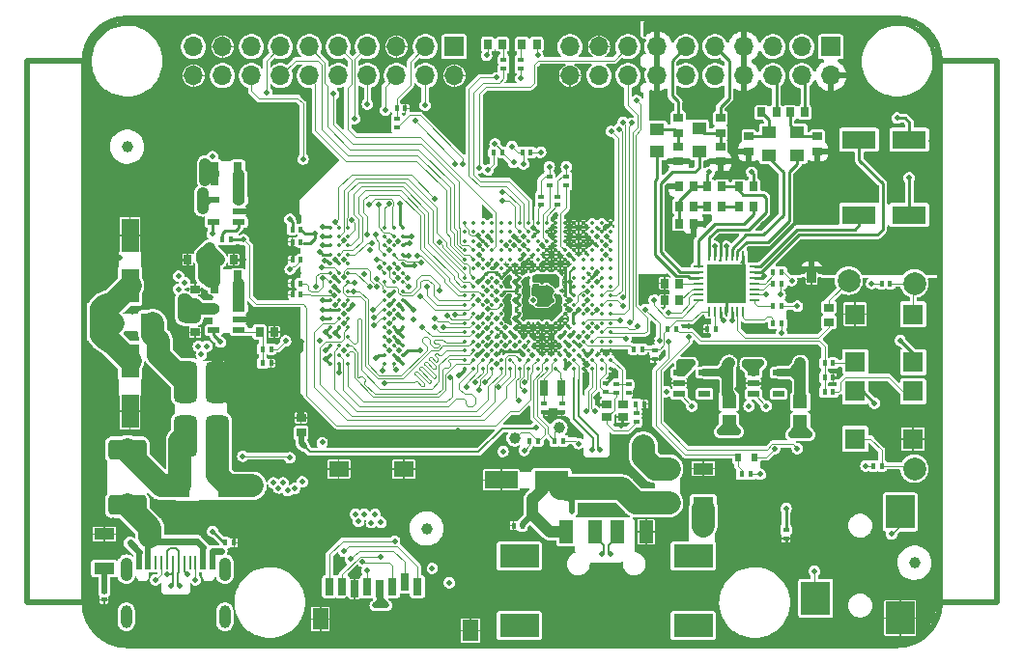
<source format=gbr>
G04 #@! TF.GenerationSoftware,KiCad,Pcbnew,6.0.0-d3dd2cf0fa~116~ubuntu20.04.1*
G04 #@! TF.CreationDate,2022-01-15T15:14:33-05:00*
G04 #@! TF.ProjectId,EX-PCB-10108-001,45582d50-4342-42d3-9130-3130382d3030,A*
G04 #@! TF.SameCoordinates,Original*
G04 #@! TF.FileFunction,Copper,L1,Top*
G04 #@! TF.FilePolarity,Positive*
%FSLAX46Y46*%
G04 Gerber Fmt 4.6, Leading zero omitted, Abs format (unit mm)*
G04 Created by KiCad (PCBNEW 6.0.0-d3dd2cf0fa~116~ubuntu20.04.1) date 2022-01-15 15:14:33*
%MOMM*%
%LPD*%
G01*
G04 APERTURE LIST*
G04 Aperture macros list*
%AMRoundRect*
0 Rectangle with rounded corners*
0 $1 Rounding radius*
0 $2 $3 $4 $5 $6 $7 $8 $9 X,Y pos of 4 corners*
0 Add a 4 corners polygon primitive as box body*
4,1,4,$2,$3,$4,$5,$6,$7,$8,$9,$2,$3,0*
0 Add four circle primitives for the rounded corners*
1,1,$1+$1,$2,$3*
1,1,$1+$1,$4,$5*
1,1,$1+$1,$6,$7*
1,1,$1+$1,$8,$9*
0 Add four rect primitives between the rounded corners*
20,1,$1+$1,$2,$3,$4,$5,0*
20,1,$1+$1,$4,$5,$6,$7,0*
20,1,$1+$1,$6,$7,$8,$9,0*
20,1,$1+$1,$8,$9,$2,$3,0*%
G04 Aperture macros list end*
G04 #@! TA.AperFunction,Profile*
%ADD10C,0.500000*%
G04 #@! TD*
G04 #@! TA.AperFunction,ComponentPad*
%ADD11O,1.000000X2.000000*%
G04 #@! TD*
G04 #@! TA.AperFunction,ComponentPad*
%ADD12O,1.050000X2.100000*%
G04 #@! TD*
G04 #@! TA.AperFunction,SMDPad,CuDef*
%ADD13R,0.550000X1.150000*%
G04 #@! TD*
G04 #@! TA.AperFunction,SMDPad,CuDef*
%ADD14R,0.250000X1.150000*%
G04 #@! TD*
G04 #@! TA.AperFunction,SMDPad,CuDef*
%ADD15R,0.900000X0.800000*%
G04 #@! TD*
G04 #@! TA.AperFunction,SMDPad,CuDef*
%ADD16R,0.510000X0.450000*%
G04 #@! TD*
G04 #@! TA.AperFunction,SMDPad,CuDef*
%ADD17R,0.450000X0.510000*%
G04 #@! TD*
G04 #@! TA.AperFunction,SMDPad,CuDef*
%ADD18C,1.000000*%
G04 #@! TD*
G04 #@! TA.AperFunction,SMDPad,CuDef*
%ADD19R,0.810000X0.710000*%
G04 #@! TD*
G04 #@! TA.AperFunction,SMDPad,CuDef*
%ADD20R,0.800000X1.500000*%
G04 #@! TD*
G04 #@! TA.AperFunction,SMDPad,CuDef*
%ADD21R,1.400000X1.900000*%
G04 #@! TD*
G04 #@! TA.AperFunction,SMDPad,CuDef*
%ADD22R,1.800000X1.400000*%
G04 #@! TD*
G04 #@! TA.AperFunction,SMDPad,CuDef*
%ADD23R,0.710000X0.810000*%
G04 #@! TD*
G04 #@! TA.AperFunction,SMDPad,CuDef*
%ADD24RoundRect,0.062500X0.062500X-0.337500X0.062500X0.337500X-0.062500X0.337500X-0.062500X-0.337500X0*%
G04 #@! TD*
G04 #@! TA.AperFunction,SMDPad,CuDef*
%ADD25RoundRect,0.062500X0.337500X-0.062500X0.337500X0.062500X-0.337500X0.062500X-0.337500X-0.062500X0*%
G04 #@! TD*
G04 #@! TA.AperFunction,SMDPad,CuDef*
%ADD26R,3.350000X3.350000*%
G04 #@! TD*
G04 #@! TA.AperFunction,ComponentPad*
%ADD27C,0.500000*%
G04 #@! TD*
G04 #@! TA.AperFunction,SMDPad,CuDef*
%ADD28R,1.060000X0.500000*%
G04 #@! TD*
G04 #@! TA.AperFunction,SMDPad,CuDef*
%ADD29C,2.000000*%
G04 #@! TD*
G04 #@! TA.AperFunction,SMDPad,CuDef*
%ADD30R,1.250000X1.150000*%
G04 #@! TD*
G04 #@! TA.AperFunction,SMDPad,CuDef*
%ADD31R,1.800000X1.070000*%
G04 #@! TD*
G04 #@! TA.AperFunction,SMDPad,CuDef*
%ADD32R,0.600000X0.700000*%
G04 #@! TD*
G04 #@! TA.AperFunction,SMDPad,CuDef*
%ADD33R,1.250000X1.000000*%
G04 #@! TD*
G04 #@! TA.AperFunction,SMDPad,CuDef*
%ADD34R,3.000000X1.600000*%
G04 #@! TD*
G04 #@! TA.AperFunction,SMDPad,CuDef*
%ADD35R,2.550000X2.900000*%
G04 #@! TD*
G04 #@! TA.AperFunction,ComponentPad*
%ADD36R,1.700000X1.700000*%
G04 #@! TD*
G04 #@! TA.AperFunction,ComponentPad*
%ADD37O,1.700000X1.700000*%
G04 #@! TD*
G04 #@! TA.AperFunction,ComponentPad*
%ADD38C,1.000000*%
G04 #@! TD*
G04 #@! TA.AperFunction,SMDPad,CuDef*
%ADD39R,1.250000X2.000000*%
G04 #@! TD*
G04 #@! TA.AperFunction,SMDPad,CuDef*
%ADD40R,3.500000X2.000000*%
G04 #@! TD*
G04 #@! TA.AperFunction,SMDPad,CuDef*
%ADD41C,0.350000*%
G04 #@! TD*
G04 #@! TA.AperFunction,SMDPad,CuDef*
%ADD42R,1.800000X1.800000*%
G04 #@! TD*
G04 #@! TA.AperFunction,SMDPad,CuDef*
%ADD43RoundRect,0.521250X0.521250X-1.308750X0.521250X1.308750X-0.521250X1.308750X-0.521250X-1.308750X0*%
G04 #@! TD*
G04 #@! TA.AperFunction,SMDPad,CuDef*
%ADD44R,1.070000X1.800000*%
G04 #@! TD*
G04 #@! TA.AperFunction,SMDPad,CuDef*
%ADD45RoundRect,0.388500X-1.311500X0.486500X-1.311500X-0.486500X1.311500X-0.486500X1.311500X0.486500X0*%
G04 #@! TD*
G04 #@! TA.AperFunction,SMDPad,CuDef*
%ADD46R,1.750000X2.000000*%
G04 #@! TD*
G04 #@! TA.AperFunction,SMDPad,CuDef*
%ADD47R,1.600000X3.000000*%
G04 #@! TD*
G04 #@! TA.AperFunction,SMDPad,CuDef*
%ADD48R,0.800000X2.000000*%
G04 #@! TD*
G04 #@! TA.AperFunction,SMDPad,CuDef*
%ADD49R,0.700000X1.400000*%
G04 #@! TD*
G04 #@! TA.AperFunction,ViaPad*
%ADD50C,0.500000*%
G04 #@! TD*
G04 #@! TA.AperFunction,Conductor*
%ADD51C,0.250000*%
G04 #@! TD*
G04 #@! TA.AperFunction,Conductor*
%ADD52C,0.200000*%
G04 #@! TD*
G04 #@! TA.AperFunction,Conductor*
%ADD53C,0.125000*%
G04 #@! TD*
G04 #@! TA.AperFunction,Conductor*
%ADD54C,0.400000*%
G04 #@! TD*
G04 #@! TA.AperFunction,Conductor*
%ADD55C,0.500000*%
G04 #@! TD*
G04 #@! TA.AperFunction,Conductor*
%ADD56C,0.650000*%
G04 #@! TD*
G04 #@! TA.AperFunction,Conductor*
%ADD57C,2.000000*%
G04 #@! TD*
G04 #@! TA.AperFunction,Conductor*
%ADD58C,1.000000*%
G04 #@! TD*
G04 #@! TA.AperFunction,Conductor*
%ADD59C,0.115000*%
G04 #@! TD*
G04 #@! TA.AperFunction,Conductor*
%ADD60C,0.100000*%
G04 #@! TD*
G04 #@! TA.AperFunction,Conductor*
%ADD61C,0.600000*%
G04 #@! TD*
G04 #@! TA.AperFunction,Conductor*
%ADD62C,0.550000*%
G04 #@! TD*
G04 #@! TA.AperFunction,Conductor*
%ADD63C,0.350000*%
G04 #@! TD*
G04 APERTURE END LIST*
D10*
X41450000Y-85250000D02*
X46450000Y-85250000D01*
X41450000Y-132750000D02*
X46450000Y-132750000D01*
X121450000Y-132750000D02*
X126450000Y-132750000D01*
X126450000Y-85250000D02*
X121450000Y-85250000D01*
X126450000Y-85250000D02*
X126450000Y-132750000D01*
X41450000Y-85250000D02*
X41450000Y-132750000D01*
X121450000Y-85250000D02*
G75*
G03*
X117700000Y-81500000I-3750000J0D01*
G01*
X50200000Y-81500000D02*
G75*
G03*
X46450000Y-85250000I0J-3750000D01*
G01*
X46450000Y-132750000D02*
G75*
G03*
X50200000Y-136500000I3750000J0D01*
G01*
X117700000Y-136500000D02*
G75*
G03*
X121450000Y-132750000I0J3750000D01*
G01*
X46450000Y-85250000D02*
X46450000Y-132750000D01*
X117700000Y-136500000D02*
X50200000Y-136500000D01*
X117700000Y-81500000D02*
X50200000Y-81500000D01*
X121450000Y-85250000D02*
X121450000Y-132750000D01*
D11*
X50130000Y-134000000D03*
X58770000Y-134000000D03*
D12*
X50130000Y-129820000D03*
X58770000Y-129820000D03*
D13*
X51250000Y-129245000D03*
X57650000Y-129245000D03*
X52050000Y-129245000D03*
X56850000Y-129245000D03*
D14*
X54700000Y-129245000D03*
X54200000Y-129245000D03*
X55200000Y-129245000D03*
X55700000Y-129245000D03*
X56200000Y-129245000D03*
X53700000Y-129245000D03*
X53200000Y-129245000D03*
X52700000Y-129245000D03*
D15*
X92250000Y-116450000D03*
X93650000Y-116450000D03*
X93650000Y-115350000D03*
X92250000Y-115350000D03*
D16*
X94150000Y-113625000D03*
X94150000Y-114375000D03*
X92150000Y-113525000D03*
X92150000Y-114275000D03*
D17*
X65425000Y-100000000D03*
X64675000Y-100000000D03*
X65425000Y-101100000D03*
X64675000Y-101100000D03*
D18*
X88050000Y-117400000D03*
X84200000Y-118300000D03*
D17*
X86225000Y-118550000D03*
X85475000Y-118550000D03*
X87675000Y-118550000D03*
X88425000Y-118550000D03*
D19*
X110200000Y-103700000D03*
X110200000Y-104350000D03*
D17*
X94575000Y-110500000D03*
X95325000Y-110500000D03*
D16*
X96450000Y-111375000D03*
X96450000Y-110625000D03*
D17*
X97575000Y-108750000D03*
X98325000Y-108750000D03*
X101825000Y-108750000D03*
X101075000Y-108750000D03*
X116325000Y-120750000D03*
X115575000Y-120750000D03*
X111325000Y-114250000D03*
X112075000Y-114250000D03*
X112075000Y-111750000D03*
X111325000Y-111750000D03*
X116325000Y-104750000D03*
X117075000Y-104750000D03*
X111325000Y-113000000D03*
X112075000Y-113000000D03*
D16*
X73850000Y-91075000D03*
X73850000Y-90325000D03*
D20*
X75640000Y-131350000D03*
X74540000Y-130950000D03*
X73440000Y-131350000D03*
X72340000Y-131550000D03*
X71240000Y-131350000D03*
X70140000Y-131550000D03*
X69040000Y-131350000D03*
X67940000Y-131350000D03*
D21*
X67150000Y-134200000D03*
X80300000Y-135200000D03*
D22*
X68750000Y-121050000D03*
X74450000Y-121050000D03*
D17*
X85575000Y-93250000D03*
X84825000Y-93250000D03*
X82325000Y-93250000D03*
X83075000Y-93250000D03*
D16*
X88700000Y-95375000D03*
X88700000Y-96125000D03*
X87950000Y-97125000D03*
X87950000Y-97875000D03*
X87200000Y-95375000D03*
X87200000Y-96125000D03*
X86450000Y-97125000D03*
X86450000Y-97875000D03*
D23*
X97305000Y-104750000D03*
X98595000Y-104750000D03*
X97305000Y-106250000D03*
X98595000Y-106250000D03*
D17*
X74575000Y-89400000D03*
X73825000Y-89400000D03*
X106825000Y-104750000D03*
X107575000Y-104750000D03*
X106825000Y-103750000D03*
X107575000Y-103750000D03*
X107575000Y-108250000D03*
X106825000Y-108250000D03*
X107575000Y-106750000D03*
X106825000Y-106750000D03*
D24*
X101200000Y-107200000D03*
X101700000Y-107200000D03*
X102200000Y-107200000D03*
X102700000Y-107200000D03*
X103200000Y-107200000D03*
X103700000Y-107200000D03*
X104200000Y-107200000D03*
D25*
X105150000Y-106250000D03*
X105150000Y-105750000D03*
X105150000Y-105250000D03*
X105150000Y-104750000D03*
X105150000Y-104250000D03*
X105150000Y-103750000D03*
X105150000Y-103250000D03*
D24*
X104200000Y-102300000D03*
X103700000Y-102300000D03*
X103200000Y-102300000D03*
X102700000Y-102300000D03*
X102200000Y-102300000D03*
X101700000Y-102300000D03*
X101200000Y-102300000D03*
D25*
X100250000Y-103250000D03*
X100250000Y-103750000D03*
X100250000Y-104250000D03*
X100250000Y-104750000D03*
X100250000Y-105250000D03*
X100250000Y-105750000D03*
X100250000Y-106250000D03*
D26*
X102700000Y-104750000D03*
D27*
X101700000Y-105750000D03*
X101700000Y-104750000D03*
X101700000Y-103750000D03*
X102700000Y-105750000D03*
X102700000Y-104750000D03*
X102700000Y-103750000D03*
X103700000Y-105750000D03*
X103700000Y-104750000D03*
X103700000Y-103750000D03*
D28*
X100800000Y-112550000D03*
X100800000Y-114450000D03*
X98600000Y-114450000D03*
X98600000Y-113500000D03*
X98600000Y-112550000D03*
X107300000Y-112550000D03*
X107300000Y-114450000D03*
X105100000Y-114450000D03*
X105100000Y-113500000D03*
X105100000Y-112550000D03*
D29*
X119200000Y-121000000D03*
X119200000Y-104750000D03*
X113450000Y-104500000D03*
D16*
X84700000Y-85125000D03*
X84700000Y-85875000D03*
X83200000Y-85875000D03*
X83200000Y-85125000D03*
D23*
X99845000Y-99500000D03*
X98555000Y-99500000D03*
X105095000Y-96250000D03*
X103805000Y-96250000D03*
X101055000Y-96250000D03*
X102345000Y-96250000D03*
X101055000Y-98000000D03*
X102345000Y-98000000D03*
X103805000Y-98000000D03*
X105095000Y-98000000D03*
D19*
X111700000Y-106855000D03*
X111700000Y-108145000D03*
D23*
X107095000Y-89750000D03*
X105805000Y-89750000D03*
X109595000Y-89750000D03*
X108305000Y-89750000D03*
D19*
X110700000Y-93145000D03*
X110700000Y-91855000D03*
X104700000Y-93145000D03*
X104700000Y-91855000D03*
X98500000Y-94045000D03*
X98500000Y-92755000D03*
X98500000Y-91545000D03*
X98500000Y-90255000D03*
X102200000Y-94045000D03*
X102200000Y-92755000D03*
X102200000Y-91545000D03*
X102200000Y-90255000D03*
D17*
X104825000Y-121500000D03*
X104075000Y-121500000D03*
D23*
X63095000Y-109000000D03*
X61805000Y-109000000D03*
D18*
X119200000Y-129250000D03*
D30*
X102950000Y-116875000D03*
X102950000Y-115125000D03*
X109200000Y-116875000D03*
X109200000Y-115125000D03*
D31*
X97700000Y-120995000D03*
X97700000Y-124005000D03*
D32*
X103750000Y-120000000D03*
X105150000Y-120000000D03*
D23*
X83095000Y-83750000D03*
X81805000Y-83750000D03*
X84805000Y-83750000D03*
X86095000Y-83750000D03*
D16*
X107950000Y-127125000D03*
X107950000Y-126375000D03*
D17*
X59575000Y-127500000D03*
X58825000Y-127500000D03*
D23*
X99845000Y-96250000D03*
X98555000Y-96250000D03*
X98555000Y-98000000D03*
X99845000Y-98000000D03*
D33*
X106450000Y-91500000D03*
X106450000Y-93500000D03*
X108950000Y-91500000D03*
X108950000Y-93500000D03*
X96650000Y-93200000D03*
X96650000Y-91200000D03*
X100350000Y-93150000D03*
X100350000Y-91150000D03*
D17*
X84075000Y-126000000D03*
X84825000Y-126000000D03*
D34*
X87400000Y-122000000D03*
X83000000Y-122000000D03*
D35*
X117950000Y-124800000D03*
X117950000Y-134100000D03*
X110550000Y-132350000D03*
D36*
X111880000Y-83980000D03*
D37*
X111880000Y-86520000D03*
X109340000Y-83980000D03*
X109340000Y-86520000D03*
X106800000Y-83980000D03*
X106800000Y-86520000D03*
X104260000Y-83980000D03*
X104260000Y-86520000D03*
X101720000Y-83980000D03*
X101720000Y-86520000D03*
X99180000Y-83980000D03*
X99180000Y-86520000D03*
X96640000Y-83980000D03*
X96640000Y-86520000D03*
X94100000Y-83980000D03*
X94100000Y-86520000D03*
X91560000Y-83980000D03*
X91560000Y-86520000D03*
X89020000Y-83980000D03*
X89020000Y-86520000D03*
D36*
X78880000Y-83980000D03*
D37*
X78880000Y-86520000D03*
X76340000Y-83980000D03*
X76340000Y-86520000D03*
X73800000Y-83980000D03*
X73800000Y-86520000D03*
X71260000Y-83980000D03*
X71260000Y-86520000D03*
X68720000Y-83980000D03*
X68720000Y-86520000D03*
X66180000Y-83980000D03*
X66180000Y-86520000D03*
X63640000Y-83980000D03*
X63640000Y-86520000D03*
X61100000Y-83980000D03*
X61100000Y-86520000D03*
X58560000Y-83980000D03*
X58560000Y-86520000D03*
X56020000Y-83980000D03*
X56020000Y-86520000D03*
D38*
X98800000Y-128650000D03*
X100000000Y-128650000D03*
X100000000Y-134750000D03*
X98800000Y-134750000D03*
X84400000Y-134750000D03*
X85600000Y-134750000D03*
X84400000Y-128650000D03*
X85600000Y-128650000D03*
D39*
X88700000Y-126550000D03*
X95700000Y-126550000D03*
X91200000Y-126550000D03*
D40*
X84575000Y-128650000D03*
X99825000Y-128650000D03*
X99825000Y-134750000D03*
X84575000Y-134750000D03*
D39*
X93200000Y-126550000D03*
D41*
X92580000Y-112230000D03*
X92580000Y-111430000D03*
X92580000Y-110630000D03*
X92580000Y-109830000D03*
X92580000Y-109030000D03*
X92580000Y-108230000D03*
X92580000Y-107430000D03*
X92580000Y-106630000D03*
X92580000Y-105830000D03*
X92580000Y-105030000D03*
X92580000Y-104230000D03*
X92580000Y-103430000D03*
X92580000Y-102630000D03*
X92580000Y-101830000D03*
X92580000Y-101030000D03*
X92580000Y-100230000D03*
X92580000Y-99430000D03*
X91780000Y-112230000D03*
X91780000Y-111430000D03*
X91780000Y-110630000D03*
X91780000Y-109830000D03*
X91780000Y-109030000D03*
X91780000Y-108230000D03*
X91780000Y-107430000D03*
X91780000Y-106630000D03*
X91780000Y-105830000D03*
X91780000Y-105030000D03*
X91780000Y-104230000D03*
X91780000Y-103430000D03*
X91780000Y-102630000D03*
X91780000Y-101830000D03*
X91780000Y-101030000D03*
X91780000Y-100230000D03*
X91780000Y-99430000D03*
X90980000Y-112230000D03*
X90980000Y-111430000D03*
X90980000Y-110630000D03*
X90980000Y-109830000D03*
X90980000Y-109030000D03*
X90980000Y-108230000D03*
X90980000Y-107430000D03*
X90980000Y-106630000D03*
X90980000Y-105830000D03*
X90980000Y-105030000D03*
X90980000Y-104230000D03*
X90980000Y-103430000D03*
X90980000Y-102630000D03*
X90980000Y-101830000D03*
X90980000Y-101030000D03*
X90980000Y-100230000D03*
X90980000Y-99430000D03*
X90180000Y-112230000D03*
X90180000Y-111430000D03*
X90180000Y-110630000D03*
X90180000Y-109830000D03*
X90180000Y-109030000D03*
X90180000Y-108230000D03*
X90180000Y-107430000D03*
X90180000Y-106630000D03*
X90180000Y-105830000D03*
X90180000Y-105030000D03*
X90180000Y-104230000D03*
X90180000Y-103430000D03*
X90180000Y-102630000D03*
X90180000Y-101830000D03*
X90180000Y-101030000D03*
X90180000Y-100230000D03*
X90180000Y-99430000D03*
X89380000Y-112230000D03*
X89380000Y-111430000D03*
X89380000Y-110630000D03*
X89380000Y-109830000D03*
X89380000Y-109030000D03*
X89380000Y-108230000D03*
X89380000Y-107430000D03*
X89380000Y-106630000D03*
X89380000Y-105830000D03*
X89380000Y-105030000D03*
X89380000Y-104230000D03*
X89380000Y-103430000D03*
X89380000Y-102630000D03*
X89380000Y-101830000D03*
X89380000Y-101030000D03*
X89380000Y-100230000D03*
X89380000Y-99430000D03*
X88580000Y-112230000D03*
X88580000Y-111430000D03*
X88580000Y-110630000D03*
X88580000Y-109830000D03*
X88580000Y-109030000D03*
X88580000Y-108230000D03*
X88580000Y-107430000D03*
X88580000Y-106630000D03*
X88580000Y-105830000D03*
X88580000Y-105030000D03*
X88580000Y-104230000D03*
X88580000Y-103430000D03*
X88580000Y-102630000D03*
X88580000Y-101830000D03*
X88580000Y-101030000D03*
X88580000Y-100230000D03*
X88580000Y-99430000D03*
X87780000Y-112230000D03*
X87780000Y-111430000D03*
X87780000Y-110630000D03*
X87780000Y-109830000D03*
X87780000Y-109030000D03*
X87780000Y-108230000D03*
X87780000Y-107430000D03*
X87780000Y-106630000D03*
X87780000Y-105830000D03*
X87780000Y-105030000D03*
X87780000Y-104230000D03*
X87780000Y-103430000D03*
X87780000Y-102630000D03*
X87780000Y-101830000D03*
X87780000Y-101030000D03*
X87780000Y-100230000D03*
X87780000Y-99430000D03*
X86980000Y-112230000D03*
X86980000Y-111430000D03*
X86980000Y-110630000D03*
X86980000Y-109830000D03*
X86980000Y-109030000D03*
X86980000Y-108230000D03*
X86980000Y-107430000D03*
X86980000Y-106630000D03*
X86980000Y-105830000D03*
X86980000Y-105030000D03*
X86980000Y-104230000D03*
X86980000Y-103430000D03*
X86980000Y-102630000D03*
X86980000Y-101830000D03*
X86980000Y-101030000D03*
X86980000Y-100230000D03*
X86980000Y-99430000D03*
X86180000Y-112230000D03*
X86180000Y-111430000D03*
X86180000Y-110630000D03*
X86180000Y-109830000D03*
X86180000Y-109030000D03*
X86180000Y-108230000D03*
X86180000Y-107430000D03*
X86180000Y-106630000D03*
X86180000Y-105830000D03*
X86180000Y-105030000D03*
X86180000Y-104230000D03*
X86180000Y-103430000D03*
X86180000Y-102630000D03*
X86180000Y-101830000D03*
X86180000Y-101030000D03*
X86180000Y-100230000D03*
X86180000Y-99430000D03*
X85380000Y-112230000D03*
X85380000Y-111430000D03*
X85380000Y-110630000D03*
X85380000Y-109830000D03*
X85380000Y-109030000D03*
X85380000Y-108230000D03*
X85380000Y-107430000D03*
X85380000Y-106630000D03*
X85380000Y-105830000D03*
X85380000Y-105030000D03*
X85380000Y-104230000D03*
X85380000Y-103430000D03*
X85380000Y-102630000D03*
X85380000Y-101830000D03*
X85380000Y-101030000D03*
X85380000Y-100230000D03*
X85380000Y-99430000D03*
X84580000Y-112230000D03*
X84580000Y-111430000D03*
X84580000Y-110630000D03*
X84580000Y-109830000D03*
X84580000Y-109030000D03*
X84580000Y-108230000D03*
X84580000Y-107430000D03*
X84580000Y-106630000D03*
X84580000Y-105830000D03*
X84580000Y-105030000D03*
X84580000Y-104230000D03*
X84580000Y-103430000D03*
X84580000Y-102630000D03*
X84580000Y-101830000D03*
X84580000Y-101030000D03*
X84580000Y-100230000D03*
X84580000Y-99430000D03*
X83780000Y-112230000D03*
X83780000Y-111430000D03*
X83780000Y-110630000D03*
X83780000Y-109830000D03*
X83780000Y-109030000D03*
X83780000Y-108230000D03*
X83780000Y-107430000D03*
X83780000Y-106630000D03*
X83780000Y-105830000D03*
X83780000Y-105030000D03*
X83780000Y-104230000D03*
X83780000Y-103430000D03*
X83780000Y-102630000D03*
X83780000Y-101830000D03*
X83780000Y-101030000D03*
X83780000Y-100230000D03*
X83780000Y-99430000D03*
X82980000Y-112230000D03*
X82980000Y-111430000D03*
X82980000Y-110630000D03*
X82980000Y-109830000D03*
X82980000Y-109030000D03*
X82980000Y-108230000D03*
X82980000Y-107430000D03*
X82980000Y-106630000D03*
X82980000Y-105830000D03*
X82980000Y-105030000D03*
X82980000Y-104230000D03*
X82980000Y-103430000D03*
X82980000Y-102630000D03*
X82980000Y-101830000D03*
X82980000Y-101030000D03*
X82980000Y-100230000D03*
X82980000Y-99430000D03*
X82180000Y-112230000D03*
X82180000Y-111430000D03*
X82180000Y-110630000D03*
X82180000Y-109830000D03*
X82180000Y-109030000D03*
X82180000Y-108230000D03*
X82180000Y-107430000D03*
X82180000Y-106630000D03*
X82180000Y-105830000D03*
X82180000Y-105030000D03*
X82180000Y-104230000D03*
X82180000Y-103430000D03*
X82180000Y-102630000D03*
X82180000Y-101830000D03*
X82180000Y-101030000D03*
X82180000Y-100230000D03*
X82180000Y-99430000D03*
X81380000Y-112230000D03*
X81380000Y-111430000D03*
X81380000Y-110630000D03*
X81380000Y-109830000D03*
X81380000Y-109030000D03*
X81380000Y-108230000D03*
X81380000Y-107430000D03*
X81380000Y-106630000D03*
X81380000Y-105830000D03*
X81380000Y-105030000D03*
X81380000Y-104230000D03*
X81380000Y-103430000D03*
X81380000Y-102630000D03*
X81380000Y-101830000D03*
X81380000Y-101030000D03*
X81380000Y-100230000D03*
X81380000Y-99430000D03*
X80580000Y-112230000D03*
X80580000Y-111430000D03*
X80580000Y-110630000D03*
X80580000Y-109830000D03*
X80580000Y-109030000D03*
X80580000Y-108230000D03*
X80580000Y-107430000D03*
X80580000Y-106630000D03*
X80580000Y-105830000D03*
X80580000Y-105030000D03*
X80580000Y-104230000D03*
X80580000Y-103430000D03*
X80580000Y-102630000D03*
X80580000Y-101830000D03*
X80580000Y-101030000D03*
X80580000Y-100230000D03*
X80580000Y-99430000D03*
X79780000Y-112230000D03*
X79780000Y-111430000D03*
X79780000Y-110630000D03*
X79780000Y-109830000D03*
X79780000Y-109030000D03*
X79780000Y-108230000D03*
X79780000Y-107430000D03*
X79780000Y-106630000D03*
X79780000Y-105830000D03*
X79780000Y-105030000D03*
X79780000Y-104230000D03*
X79780000Y-103430000D03*
X79780000Y-102630000D03*
X79780000Y-101830000D03*
X79780000Y-101030000D03*
X79780000Y-100230000D03*
X79780000Y-99430000D03*
D42*
X114010000Y-114205000D03*
X119090000Y-114205000D03*
X119090000Y-118395000D03*
X114010000Y-118395000D03*
X119090000Y-111645000D03*
X114010000Y-111645000D03*
X114010000Y-107455000D03*
X119090000Y-107455000D03*
D16*
X48200000Y-131750000D03*
X48200000Y-132500000D03*
D43*
X55300000Y-118125000D03*
X58100000Y-118125000D03*
X58100000Y-113375000D03*
X55300000Y-113375000D03*
D31*
X100700000Y-124005000D03*
X100700000Y-120995000D03*
D44*
X48945000Y-108250000D03*
X51955000Y-108250000D03*
D45*
X50200000Y-119300000D03*
X50200000Y-124200000D03*
D46*
X59050000Y-122500000D03*
X54850000Y-122500000D03*
D31*
X48200000Y-126745000D03*
X48200000Y-129755000D03*
D34*
X114350000Y-98730000D03*
X118750000Y-98730000D03*
X114350000Y-92150000D03*
X118750000Y-92150000D03*
D47*
X50450000Y-111550000D03*
X50450000Y-115950000D03*
X50450000Y-104950000D03*
X50450000Y-100550000D03*
D18*
X76450000Y-126250000D03*
X50200000Y-92750000D03*
D28*
X57800000Y-99350000D03*
X57800000Y-97450000D03*
X60000000Y-97450000D03*
X60000000Y-98400000D03*
X60000000Y-99350000D03*
D17*
X59275000Y-100900000D03*
X58525000Y-100900000D03*
D19*
X56150000Y-106545000D03*
X56150000Y-105255000D03*
X65450000Y-117845000D03*
X65450000Y-116555000D03*
D28*
X57800000Y-108850000D03*
X57800000Y-106950000D03*
X60000000Y-106950000D03*
X60000000Y-107900000D03*
X60000000Y-108850000D03*
D17*
X62825000Y-110500000D03*
X62075000Y-110500000D03*
X62825000Y-111750000D03*
X62075000Y-111750000D03*
D19*
X56150000Y-107755000D03*
X56150000Y-109045000D03*
D48*
X57900000Y-104650000D03*
X59900000Y-104650000D03*
D16*
X93100000Y-114325000D03*
X93100000Y-113575000D03*
D17*
X94750000Y-115325000D03*
X95500000Y-115325000D03*
D16*
X94825000Y-116900000D03*
X94825000Y-116150000D03*
D17*
X64675000Y-102700000D03*
X65425000Y-102700000D03*
X65425000Y-104750000D03*
X64675000Y-104750000D03*
X65425000Y-105750000D03*
X64675000Y-105750000D03*
D49*
X88250000Y-113950000D03*
X86750000Y-113950000D03*
D41*
X74380000Y-111830000D03*
X74380000Y-111030000D03*
X74380000Y-110230000D03*
X74380000Y-109430000D03*
X74380000Y-108630000D03*
X74380000Y-107830000D03*
X74380000Y-107030000D03*
X74380000Y-106230000D03*
X74380000Y-105430000D03*
X74380000Y-104630000D03*
X74380000Y-103830000D03*
X74380000Y-103030000D03*
X74380000Y-102230000D03*
X74380000Y-101430000D03*
X74380000Y-100630000D03*
X74380000Y-99830000D03*
X73580000Y-99830000D03*
X73580000Y-100630000D03*
X73580000Y-101430000D03*
X73580000Y-102230000D03*
X73580000Y-103030000D03*
X73580000Y-103830000D03*
X73580000Y-104630000D03*
X73580000Y-105430000D03*
X73580000Y-106230000D03*
X73580000Y-107030000D03*
X73580000Y-107830000D03*
X73580000Y-108630000D03*
X73580000Y-109430000D03*
X73580000Y-110230000D03*
X73580000Y-111030000D03*
X73580000Y-111830000D03*
X72780000Y-111830000D03*
X72780000Y-111030000D03*
X72780000Y-110230000D03*
X72780000Y-109430000D03*
X72780000Y-108630000D03*
X72780000Y-107830000D03*
X72780000Y-107030000D03*
X72780000Y-106230000D03*
X72780000Y-105430000D03*
X72780000Y-104630000D03*
X72780000Y-103830000D03*
X72780000Y-103030000D03*
X72780000Y-102230000D03*
X72780000Y-101430000D03*
X72780000Y-100630000D03*
X72780000Y-99830000D03*
X69580000Y-111830000D03*
X69580000Y-111030000D03*
X69580000Y-110230000D03*
X69580000Y-109430000D03*
X69580000Y-108630000D03*
X69580000Y-107830000D03*
X69580000Y-107030000D03*
X69580000Y-106230000D03*
X69580000Y-105430000D03*
X69580000Y-104630000D03*
X69580000Y-103830000D03*
X69580000Y-103030000D03*
X69580000Y-102230000D03*
X69580000Y-101430000D03*
X69580000Y-100630000D03*
X69580000Y-99830000D03*
X68780000Y-99830000D03*
X68780000Y-100630000D03*
X68780000Y-101430000D03*
X68780000Y-102230000D03*
X68780000Y-103030000D03*
X68780000Y-103830000D03*
X68780000Y-104630000D03*
X68780000Y-105430000D03*
X68780000Y-106230000D03*
X68780000Y-107030000D03*
X68780000Y-107830000D03*
X68780000Y-108630000D03*
X68780000Y-109430000D03*
X68780000Y-110230000D03*
X68780000Y-111030000D03*
X68780000Y-111830000D03*
X67980000Y-111830000D03*
X67980000Y-111030000D03*
X67980000Y-110230000D03*
X67980000Y-109430000D03*
X67980000Y-108630000D03*
X67980000Y-107830000D03*
X67980000Y-107030000D03*
X67980000Y-106230000D03*
X67980000Y-105430000D03*
X67980000Y-104630000D03*
X67980000Y-103830000D03*
X67980000Y-103030000D03*
X67980000Y-102230000D03*
X67980000Y-101430000D03*
X67980000Y-100630000D03*
X67980000Y-99830000D03*
D48*
X57900000Y-95150000D03*
X59900000Y-95150000D03*
D23*
X58255000Y-102650000D03*
X59545000Y-102650000D03*
D16*
X88300000Y-116025000D03*
X88300000Y-115275000D03*
X86750000Y-116025000D03*
X86750000Y-115275000D03*
D23*
X56795000Y-102650000D03*
X55505000Y-102650000D03*
D50*
X84950000Y-109450000D03*
X86550000Y-109450000D03*
X87350000Y-108650000D03*
X86650000Y-108650000D03*
X84834988Y-110956490D03*
X85775000Y-106225000D03*
X84175000Y-107825000D03*
X84175000Y-106225000D03*
X83349998Y-109425000D03*
X80985632Y-109392490D03*
X81000000Y-107762467D03*
X82600000Y-111000000D03*
X67325000Y-101425000D03*
X67350000Y-107040012D03*
X67575000Y-111425000D03*
X67475002Y-102750000D03*
X67325000Y-99800000D03*
X68375000Y-105025000D03*
X68407510Y-109073618D03*
X67350000Y-107855024D03*
X71525000Y-101825000D03*
X69200000Y-107425000D03*
X69175000Y-110650000D03*
X64650000Y-101950000D03*
X80942495Y-104647889D03*
X74150000Y-97750000D03*
X74950000Y-101192490D03*
X75388154Y-103211846D03*
X75300000Y-107950000D03*
X73963466Y-109025000D03*
X72007510Y-111300000D03*
X73999118Y-106616832D03*
X73144696Y-105807655D03*
X90360541Y-113752839D03*
X84951243Y-103001243D03*
X84149996Y-104649996D03*
X84950002Y-103800000D03*
X80923436Y-111027100D03*
X79291743Y-112784562D03*
X65175000Y-112775000D03*
X67050000Y-109750000D03*
X84450000Y-116700000D03*
X90575000Y-111850000D03*
X80964484Y-100587490D03*
X88197515Y-103062509D03*
X86536439Y-103062510D03*
X89039948Y-107029994D03*
X59400000Y-110150000D03*
X60400000Y-102650000D03*
X89030551Y-106221806D03*
X72800000Y-117849990D03*
X93480658Y-111124538D03*
X92937457Y-112497399D03*
X95554994Y-116187510D03*
X95080000Y-114380000D03*
X79199673Y-117621969D03*
X91312510Y-114750000D03*
X65075000Y-110950012D03*
X64860000Y-107210000D03*
X65200000Y-103875000D03*
X90575000Y-101425000D03*
X84145442Y-100606948D03*
X91400978Y-103798391D03*
X93533311Y-117247490D03*
X88800000Y-116700000D03*
X87450000Y-116500000D03*
X65442630Y-109830918D03*
X75892150Y-110582150D03*
X53375000Y-102525000D03*
X53950000Y-101500000D03*
X57500021Y-106000012D03*
X90584263Y-108574989D03*
X112700000Y-112750000D03*
X86520052Y-101429995D03*
X96200000Y-104750000D03*
X96200000Y-105500000D03*
X99450000Y-108500000D03*
X117450000Y-114250000D03*
X120450000Y-109750000D03*
X107700000Y-115500000D03*
X106950000Y-113500000D03*
X103700000Y-114000000D03*
X101200000Y-115250000D03*
X100200000Y-113500000D03*
X100950000Y-111600000D03*
X61950000Y-126500000D03*
X59950000Y-126500000D03*
X52700000Y-134000000D03*
X56200000Y-134000000D03*
X48200000Y-133500000D03*
X60050000Y-92900000D03*
X55950000Y-93000000D03*
X54700000Y-93000000D03*
X53450000Y-97250000D03*
X53450000Y-98500000D03*
X47450000Y-125500000D03*
X48200000Y-125500000D03*
X48950000Y-125500000D03*
X48700000Y-113500000D03*
X50700000Y-109250000D03*
X50700000Y-107250000D03*
X59690000Y-115530000D03*
X59700000Y-114500000D03*
X59700000Y-113500000D03*
X59700000Y-112500000D03*
X59700000Y-111500000D03*
X58450000Y-111000000D03*
X49550010Y-102462363D03*
X96200000Y-109750000D03*
X71950000Y-134750000D03*
X69450000Y-133750000D03*
X74450000Y-134500000D03*
X92450000Y-124250000D03*
X92700000Y-119500000D03*
X93950000Y-119500000D03*
X82700000Y-126500000D03*
X84200000Y-125000000D03*
X102200000Y-121000000D03*
X99200000Y-121000000D03*
X107950000Y-129000000D03*
X81650000Y-98500000D03*
X64750000Y-115400000D03*
X52050000Y-100500000D03*
X52150000Y-98500000D03*
X52250000Y-101900000D03*
X48850000Y-115300000D03*
X48550000Y-116800000D03*
X52250000Y-115300000D03*
X52350000Y-117600000D03*
X75450000Y-88900000D03*
X85350000Y-95600000D03*
X95550000Y-111500000D03*
X68950000Y-89250000D03*
X105950000Y-108500000D03*
X70200000Y-130000000D03*
X69450000Y-132500000D03*
X62025000Y-92000000D03*
X57875000Y-87925000D03*
X56225000Y-101450000D03*
X89780000Y-99830000D03*
X73250000Y-126600000D03*
X68070000Y-127250000D03*
X68790000Y-129110000D03*
X120580000Y-131640000D03*
X114860000Y-135610000D03*
X120700000Y-106250000D03*
X120700000Y-113500000D03*
X120700000Y-119750000D03*
X120700000Y-125500000D03*
X108200000Y-135750000D03*
X81950000Y-135750000D03*
X76200000Y-135750000D03*
X67950000Y-135750000D03*
X60200000Y-135750000D03*
X53200000Y-135750000D03*
X47450000Y-123250000D03*
X47450000Y-116500000D03*
X47450000Y-93500000D03*
X47450000Y-88750000D03*
X53700000Y-82250000D03*
X90200000Y-82250000D03*
X89450000Y-92000000D03*
X90950000Y-95500000D03*
X73950000Y-123250000D03*
X79700000Y-123500000D03*
X77950000Y-128750000D03*
X64200000Y-128500000D03*
X95200000Y-131750000D03*
X104450000Y-127000000D03*
X103200000Y-122750000D03*
X106200000Y-117250000D03*
X99700000Y-117250000D03*
X64100000Y-105250000D03*
X60400000Y-109800000D03*
X57140000Y-108110000D03*
X92181999Y-99787490D03*
X95700000Y-128000000D03*
X96950000Y-126500000D03*
X96950000Y-125500000D03*
X96950000Y-127250000D03*
X95950000Y-128750000D03*
X87750000Y-98800000D03*
X90950000Y-97800000D03*
X60930000Y-97940000D03*
X60910000Y-98890000D03*
X64200000Y-108990000D03*
X60900000Y-107420000D03*
X60900000Y-108370000D03*
X52700000Y-124000000D03*
X113950000Y-109250000D03*
X113950000Y-106000000D03*
X119200000Y-116750000D03*
X95700000Y-122500000D03*
X81950000Y-123500000D03*
X80700000Y-122500000D03*
X110950000Y-119250000D03*
X113700000Y-123500000D03*
X110950000Y-127500000D03*
X112700000Y-129000000D03*
X109950000Y-110500000D03*
X112200000Y-109500000D03*
X109700000Y-108250000D03*
X110200000Y-105750000D03*
X108950000Y-105500000D03*
X111200000Y-105500000D03*
X111700000Y-104500000D03*
X55950000Y-91000000D03*
X51700000Y-95750000D03*
X113450000Y-120750000D03*
X83200000Y-88250000D03*
X85825000Y-99875000D03*
X110375000Y-122575000D03*
X88944989Y-111839545D03*
X54708540Y-104109173D03*
X54700000Y-105250000D03*
X55275000Y-104675000D03*
X105700000Y-111750000D03*
X104450000Y-111750000D03*
X99700000Y-111750000D03*
X98700000Y-111750000D03*
X48945000Y-110045000D03*
X48945000Y-106455000D03*
X48200000Y-106750000D03*
X47950000Y-107750000D03*
X47950000Y-108750000D03*
X48200000Y-109500000D03*
X47450000Y-109250000D03*
X47450000Y-108250000D03*
X47450000Y-107250000D03*
X56450000Y-110250000D03*
X57200000Y-110250000D03*
X56700000Y-111000000D03*
X95450000Y-121000000D03*
X65699990Y-118999990D03*
X95450000Y-120000000D03*
X95950000Y-120500000D03*
X94950000Y-120500000D03*
X95450000Y-119250000D03*
X95450000Y-118500000D03*
X86050000Y-117400000D03*
X57650000Y-100400000D03*
X58400000Y-109900000D03*
X67350000Y-106232510D03*
X67125000Y-102025000D03*
X67567490Y-109025000D03*
X73975000Y-111425000D03*
X67350000Y-100625000D03*
X67575000Y-110625000D03*
X87375000Y-105425000D03*
X75162181Y-100631247D03*
X68742490Y-112550000D03*
X64477521Y-99125000D03*
X83375000Y-104625000D03*
X83375000Y-106225000D03*
X83375000Y-107825000D03*
X73975000Y-109825000D03*
X69950000Y-106650000D03*
X68393161Y-104206839D03*
X73175000Y-103450008D03*
X73981440Y-107451061D03*
X74902057Y-102307510D03*
X73146362Y-106606044D03*
X71000000Y-103900000D03*
X85970001Y-105460000D03*
X87394140Y-106244140D03*
X56900000Y-104400000D03*
X56900000Y-103650000D03*
X57650000Y-103400000D03*
X57400000Y-101650000D03*
X57700000Y-93625000D03*
X89055010Y-104650000D03*
X84991068Y-102267079D03*
X89800000Y-107025000D03*
X82563901Y-103087522D03*
X88962490Y-102225000D03*
X57050000Y-95050000D03*
X57050000Y-95800000D03*
X57050000Y-94275000D03*
X81822394Y-100614389D03*
X88977101Y-109373438D03*
X88700000Y-94500000D03*
X87200000Y-94500000D03*
X86450000Y-93250000D03*
X117950000Y-109750000D03*
X115700000Y-115250000D03*
X104700000Y-115500000D03*
X109949994Y-118000000D03*
X109200000Y-118000000D03*
X108450000Y-118000000D03*
X103699994Y-117750000D03*
X102200000Y-117750000D03*
X102950000Y-117750000D03*
X97450000Y-114250000D03*
X78450000Y-131000000D03*
X76950000Y-129750000D03*
X105700000Y-121500000D03*
X81700000Y-84750000D03*
X86200000Y-84750000D03*
X81846408Y-94791082D03*
X64102510Y-109800000D03*
X84975000Y-107825000D03*
X87375000Y-107825000D03*
X86575000Y-107825000D03*
X85000000Y-106225000D03*
X84975000Y-104625000D03*
X88049990Y-106260057D03*
X88150000Y-109450000D03*
X89839950Y-110229992D03*
X86600000Y-104600000D03*
X87400000Y-104650000D03*
X66675000Y-100350000D03*
X68400000Y-102625000D03*
X81775000Y-110225000D03*
X75300000Y-107050000D03*
X81780000Y-109489961D03*
X70075000Y-105425000D03*
X70100000Y-104675000D03*
X66765728Y-105012811D03*
X67225000Y-103375000D03*
X68350004Y-105825000D03*
X71263617Y-100460044D03*
X67329800Y-104233033D03*
X69175007Y-104187779D03*
X72070394Y-104996702D03*
X80975000Y-108577479D03*
X81782510Y-104576801D03*
X71430092Y-97842490D03*
X64499994Y-103500000D03*
X85027479Y-113446250D03*
X69175000Y-108225000D03*
X68400000Y-106600000D03*
X85000008Y-114200000D03*
X69175000Y-106625000D03*
X84550000Y-115050000D03*
X84175000Y-110224998D03*
X71800000Y-107750000D03*
X82780741Y-113880741D03*
X71749994Y-107050000D03*
X83375000Y-110225000D03*
X71800006Y-108450000D03*
X82575000Y-111825000D03*
X73157855Y-107421056D03*
X78549998Y-112950000D03*
X82550014Y-110225000D03*
X83375000Y-108625004D03*
X72051422Y-104350010D03*
X82553407Y-107830176D03*
X71955654Y-100460045D03*
X69200002Y-102625000D03*
X81800000Y-107000000D03*
X74757692Y-104247843D03*
X82572369Y-104629075D03*
X81557005Y-113377003D03*
X73145314Y-108236067D03*
X81016261Y-114091261D03*
X73159989Y-109043151D03*
X81750000Y-111025000D03*
X73799992Y-112350000D03*
X81775000Y-108655023D03*
X71450381Y-105057737D03*
X81802576Y-107840012D03*
X71640949Y-101203887D03*
X69193161Y-101006839D03*
X81775000Y-106272522D03*
X68425000Y-99350000D03*
X77200002Y-97300000D03*
X82539117Y-106189117D03*
X82575000Y-105425000D03*
X72210613Y-97800000D03*
X80741993Y-113425000D03*
X73166576Y-110640113D03*
X73150000Y-109800000D03*
X79950000Y-113850000D03*
X73995017Y-110641784D03*
X80950000Y-110212089D03*
X80964085Y-106207456D03*
X69900000Y-99200000D03*
X81749936Y-105392444D03*
X73150000Y-97750000D03*
X73974999Y-104262214D03*
X76100000Y-108600000D03*
X75953074Y-102922997D03*
X77950003Y-108599997D03*
X73162247Y-101037013D03*
X78250170Y-107535014D03*
X72050000Y-102675000D03*
X75908195Y-105838089D03*
X72758081Y-113509979D03*
X72610160Y-112363696D03*
X74900002Y-105050000D03*
X77202448Y-108615011D03*
X73975000Y-103425000D03*
X77200000Y-107800000D03*
X73975000Y-101050000D03*
X78950000Y-107519729D03*
X76457510Y-105050000D03*
X73188619Y-101792490D03*
X72304846Y-103374990D03*
X75600000Y-102307510D03*
X77600000Y-105350000D03*
X77600000Y-101175000D03*
X85008768Y-110258768D03*
X85750000Y-111050000D03*
X83150000Y-119500000D03*
X60350000Y-119900000D03*
X64464924Y-120045084D03*
X67300000Y-118700000D03*
X88925000Y-110225002D03*
X85000000Y-119400000D03*
X89750000Y-118800000D03*
X84218902Y-109439227D03*
X90575000Y-111075010D03*
X60400000Y-100900000D03*
X61200000Y-122500000D03*
X57700000Y-128250000D03*
X50950000Y-128000000D03*
X50450000Y-127500000D03*
X58450000Y-128250000D03*
X61200000Y-121750000D03*
X61200000Y-123250000D03*
X61950000Y-122500000D03*
X60450000Y-122500000D03*
X53200000Y-111500000D03*
X53200000Y-122500000D03*
X100700000Y-126000000D03*
X99950000Y-126000000D03*
X101450000Y-126000000D03*
X100700000Y-126750000D03*
X72950000Y-133000000D03*
X71950000Y-133000000D03*
X84700000Y-86750000D03*
X82550000Y-86699996D03*
X84987086Y-101379535D03*
X81025000Y-102275000D03*
X79650000Y-94300000D03*
X54075000Y-131250000D03*
X55450000Y-130250000D03*
X53700000Y-130250000D03*
X54825000Y-131250000D03*
X56775000Y-96825000D03*
X56800000Y-98150000D03*
X56797353Y-97480375D03*
X55300010Y-106145709D03*
X55300010Y-106900000D03*
X55300010Y-107689050D03*
X89200000Y-124750000D03*
X88950000Y-123000000D03*
X85925000Y-123475000D03*
X102450000Y-108000000D03*
X103200000Y-108000000D03*
X106075022Y-104144006D03*
X109200000Y-112500000D03*
X109200000Y-111750000D03*
X109200000Y-113250000D03*
X71612282Y-125736280D03*
X63469029Y-122693891D03*
X102700000Y-101500000D03*
X102950000Y-112500000D03*
X102950000Y-111750000D03*
X102949986Y-113250000D03*
X88944989Y-111026219D03*
X117700000Y-90250000D03*
X118750000Y-95500000D03*
X110200000Y-102750000D03*
X111450000Y-103500000D03*
X108950000Y-103500000D03*
X108950000Y-102750000D03*
X111450000Y-102750000D03*
X97450000Y-94500000D03*
X97700000Y-96250000D03*
X102200000Y-95000000D03*
X104700000Y-94000000D03*
X110700000Y-94000000D03*
X100950000Y-99250000D03*
X102200000Y-100750000D03*
X114950000Y-95500000D03*
X114950000Y-90700000D03*
X120700000Y-87750000D03*
X120700000Y-92250000D03*
X120700000Y-97250000D03*
X120700000Y-102000000D03*
X97700000Y-82250000D03*
X104950000Y-82250000D03*
X113450000Y-82250000D03*
X97450000Y-90200000D03*
X99150000Y-102900000D03*
X105150000Y-102200000D03*
X105950000Y-99500000D03*
X111450000Y-95750000D03*
X117450000Y-102500000D03*
X114200000Y-88500000D03*
X101700000Y-101500000D03*
X101200000Y-95000000D03*
X57700000Y-126500000D03*
X107950000Y-124500000D03*
X48200000Y-131000000D03*
X110450000Y-130000000D03*
X117200000Y-126750000D03*
X104950000Y-95000000D03*
X80975000Y-103075000D03*
X81070052Y-94598104D03*
X91375000Y-108575000D03*
X94250000Y-108200000D03*
X94850000Y-88700000D03*
X76325000Y-89125000D03*
X93337490Y-91200000D03*
X72825000Y-89550000D03*
X92650000Y-91400000D03*
X95641674Y-107025052D03*
X96849954Y-109777035D03*
X97674966Y-109837490D03*
X93650000Y-106700000D03*
X106950000Y-119250000D03*
X90575000Y-106225000D03*
X108950000Y-119250000D03*
X99450000Y-109400000D03*
X91675000Y-119349990D03*
X90925000Y-119349990D03*
X90425000Y-115950000D03*
X91175000Y-115950000D03*
X93900000Y-109600000D03*
X106200000Y-105750000D03*
X107450000Y-105750000D03*
X93450000Y-108000000D03*
X114950000Y-120750000D03*
X92120050Y-102229996D03*
X52700000Y-130750000D03*
X56200000Y-130750000D03*
X70820099Y-129128386D03*
X71240000Y-129959998D03*
X72442185Y-128715876D03*
X73650000Y-127350000D03*
X69200000Y-128250000D03*
X69791639Y-128941636D03*
X84120050Y-101429994D03*
X82450000Y-92500000D03*
X71950000Y-125000000D03*
X63881539Y-122250000D03*
X84066369Y-94144506D03*
X72437294Y-125722191D03*
X83050000Y-97500000D03*
X65550000Y-122150000D03*
X84990002Y-100610000D03*
X84950000Y-94250000D03*
X83950000Y-92750000D03*
X63037490Y-122250000D03*
X70950000Y-125000000D03*
X64294049Y-122933753D03*
X70483312Y-125633310D03*
X83387501Y-101378686D03*
X70200000Y-125000000D03*
X64864566Y-122747944D03*
X83050000Y-96700000D03*
X90550000Y-105425000D03*
X96350006Y-106200000D03*
X91350000Y-107050000D03*
X97658311Y-107291689D03*
X90550000Y-107025000D03*
X93675000Y-90625000D03*
X71259996Y-89015004D03*
X93650000Y-106000000D03*
X94425000Y-90675000D03*
X62425000Y-87975000D03*
X68307490Y-88120811D03*
X81025000Y-101425000D03*
X78950000Y-94312510D03*
X70150000Y-90300000D03*
X75450000Y-90500000D03*
X81808767Y-103058767D03*
X65625000Y-93850000D03*
X91425000Y-104625000D03*
X90575000Y-109400000D03*
X108450000Y-104500000D03*
X89775000Y-109450000D03*
X108950000Y-106750000D03*
X94950000Y-108500000D03*
X107550000Y-109100000D03*
X91825000Y-128500000D03*
X92575000Y-128500000D03*
X106200000Y-115500000D03*
X92200000Y-100650000D03*
X99700000Y-115500000D03*
X91400000Y-100650000D03*
X92151248Y-101401248D03*
X115450000Y-104750000D03*
D51*
X86975000Y-109825000D02*
X86925000Y-109825000D01*
X86925000Y-109825000D02*
X86550000Y-109450000D01*
X86175000Y-109025000D02*
X86175000Y-109075000D01*
D52*
X83375000Y-105425000D02*
X84175000Y-105425000D01*
D51*
X82975000Y-105825000D02*
X83375000Y-105425000D01*
X85375000Y-108225000D02*
X85375000Y-108275000D01*
X88575000Y-105825000D02*
X88600008Y-105825000D01*
X88575000Y-106625000D02*
X88599992Y-106625000D01*
X86175000Y-108225000D02*
X86225000Y-108225000D01*
X86225000Y-108225000D02*
X86650000Y-108650000D01*
X86975000Y-109025000D02*
X86975000Y-108975000D01*
X84575000Y-110625000D02*
X84834988Y-110884988D01*
X84834988Y-110884988D02*
X84834988Y-110956490D01*
X84575000Y-107425000D02*
X84175000Y-107825000D01*
X84575000Y-108225000D02*
X84175000Y-107825000D01*
X84575000Y-105825000D02*
X84175000Y-106225000D01*
X84575000Y-106625000D02*
X84175000Y-106225000D01*
X83349998Y-109399998D02*
X83349998Y-109425000D01*
X81037533Y-107762467D02*
X81000000Y-107762467D01*
X81375000Y-107425000D02*
X81037533Y-107762467D01*
X81375000Y-109025000D02*
X81007510Y-109392490D01*
X81007510Y-109392490D02*
X80985632Y-109392490D01*
X81000000Y-107827543D02*
X81000000Y-107762467D01*
X68775000Y-107025000D02*
X68724998Y-107075002D01*
X68025002Y-107075002D02*
X67975000Y-107025000D01*
X68724998Y-107075002D02*
X68025002Y-107075002D01*
X84471239Y-110728761D02*
X83878761Y-110728761D01*
X84575000Y-110625000D02*
X84471239Y-110728761D01*
X83878761Y-110728761D02*
X83775000Y-110625000D01*
X83775000Y-110625000D02*
X83678002Y-110625000D01*
X83678002Y-110625000D02*
X83603001Y-110700001D01*
X83603001Y-110700001D02*
X83146999Y-110700001D01*
X83146999Y-110700001D02*
X83071998Y-110625000D01*
X83071998Y-110625000D02*
X82975000Y-110625000D01*
X82975000Y-110625000D02*
X82600000Y-111000000D01*
X67975000Y-101425000D02*
X67325000Y-101425000D01*
X67365012Y-107025000D02*
X67350000Y-107040012D01*
X67975000Y-107025000D02*
X67365012Y-107025000D01*
X67975000Y-111825000D02*
X67575000Y-111425000D01*
X67975000Y-111025000D02*
X67575000Y-111425000D01*
X67700000Y-102750000D02*
X67475002Y-102750000D01*
X67975000Y-103025000D02*
X67700000Y-102750000D01*
X67975000Y-99825000D02*
X67350000Y-99825000D01*
X67350000Y-99825000D02*
X67325000Y-99800000D01*
X68775000Y-105425000D02*
X68375000Y-105025000D01*
X68775000Y-109425000D02*
X68423618Y-109073618D01*
X68407510Y-108992490D02*
X68407510Y-109073618D01*
X68775000Y-108625000D02*
X68407510Y-108992490D01*
X68423618Y-109073618D02*
X68407510Y-109073618D01*
X67975000Y-107825000D02*
X67380024Y-107825000D01*
X67380024Y-107825000D02*
X67350000Y-107855024D01*
X64650000Y-101200000D02*
X64650000Y-101950000D01*
X81375000Y-104225000D02*
X81365384Y-104225000D01*
X81192494Y-104397890D02*
X80942495Y-104647889D01*
X81365384Y-104225000D02*
X81192494Y-104397890D01*
X74375000Y-99825000D02*
X74150000Y-99600000D01*
X74150000Y-98103553D02*
X74150000Y-97750000D01*
X74150000Y-99600000D02*
X74150000Y-98103553D01*
X74596447Y-101192490D02*
X74950000Y-101192490D01*
X74375000Y-101425000D02*
X74375000Y-101413937D01*
X74375000Y-101413937D02*
X74596447Y-101192490D01*
X74561846Y-103211846D02*
X75034601Y-103211846D01*
X74375000Y-103025000D02*
X74561846Y-103211846D01*
X75034601Y-103211846D02*
X75388154Y-103211846D01*
X73575000Y-108636534D02*
X73713467Y-108775001D01*
X74375000Y-108625000D02*
X74363466Y-108625000D01*
X74213465Y-108775001D02*
X73963466Y-109025000D01*
X73713467Y-108775001D02*
X73963466Y-109025000D01*
X74213465Y-109274999D02*
X73963466Y-109025000D01*
X73575000Y-108625000D02*
X73575000Y-108636534D01*
X74363466Y-109425000D02*
X74213465Y-109274999D01*
X74375000Y-109425000D02*
X74363466Y-109425000D01*
X74363466Y-108625000D02*
X74213465Y-108775001D01*
X72257509Y-111050001D02*
X72007510Y-111300000D01*
X72282510Y-111025000D02*
X72257509Y-111050001D01*
X72775000Y-111025000D02*
X72282510Y-111025000D01*
X73394695Y-105557656D02*
X73144696Y-105807655D01*
X73527351Y-105425000D02*
X73394695Y-105557656D01*
X73575000Y-105425000D02*
X73527351Y-105425000D01*
X74249117Y-106866831D02*
X73999118Y-106616832D01*
X74375000Y-106992714D02*
X74249117Y-106866831D01*
X74375000Y-107025000D02*
X74375000Y-106992714D01*
X84575000Y-104225000D02*
X84574992Y-104225000D01*
X84574992Y-104225000D02*
X84399995Y-104399997D01*
X84399995Y-105200005D02*
X84399995Y-104899995D01*
X84399995Y-104399997D02*
X84149996Y-104649996D01*
X84175000Y-105425000D02*
X84399995Y-105200005D01*
X84399995Y-104899995D02*
X84149996Y-104649996D01*
X81375000Y-110625000D02*
X81325536Y-110625000D01*
X81173435Y-110777101D02*
X80923436Y-111027100D01*
X81325536Y-110625000D02*
X81173435Y-110777101D01*
X79775000Y-112225000D02*
X79775000Y-112301305D01*
X79775000Y-112301305D02*
X79541742Y-112534563D01*
X79541742Y-112534563D02*
X79291743Y-112784562D01*
X64675000Y-101975000D02*
X64650000Y-101950000D01*
X64675000Y-102700000D02*
X64675000Y-101975000D01*
X88580000Y-105030000D02*
X88580000Y-104230000D01*
X88580000Y-104230000D02*
X88580000Y-103430000D01*
X84530000Y-105030000D02*
X84149996Y-104649996D01*
X84580000Y-105030000D02*
X84530000Y-105030000D01*
X86980000Y-108230000D02*
X86980000Y-108280000D01*
X87780000Y-109030000D02*
X87730000Y-109030000D01*
X86980000Y-109030000D02*
X86980000Y-109020000D01*
X86980000Y-108230000D02*
X86980000Y-108320000D01*
X86550000Y-109460000D02*
X86180000Y-109830000D01*
X86550000Y-109450000D02*
X86550000Y-109460000D01*
X93600000Y-110750000D02*
X93599996Y-110750000D01*
X92580000Y-110630000D02*
X91780000Y-110630000D01*
X83775000Y-103425000D02*
X83749997Y-103450003D01*
X83749997Y-103450003D02*
X83701952Y-103450003D01*
X90175000Y-111450000D02*
X90325001Y-111600001D01*
X90175000Y-111425000D02*
X90175000Y-111450000D01*
X90325001Y-111600001D02*
X90575000Y-111850000D01*
X81337069Y-101025000D02*
X80937490Y-100625421D01*
X81375000Y-101025000D02*
X81337069Y-101025000D01*
X80937490Y-100614484D02*
X80964484Y-100587490D01*
D53*
X81042499Y-100629272D02*
X81006266Y-100629272D01*
X81006266Y-100629272D02*
X80964484Y-100587490D01*
D51*
X80937490Y-100625421D02*
X80937490Y-100614484D01*
X88575000Y-103425000D02*
X88560006Y-103425000D01*
X86612510Y-103062510D02*
X86536439Y-103062510D01*
X88147491Y-103062509D02*
X88197515Y-103062509D01*
X86536439Y-103073561D02*
X86536439Y-103062510D01*
X88580000Y-105830000D02*
X88580000Y-105030000D01*
X88575000Y-107425000D02*
X88644942Y-107425000D01*
X88979994Y-107029994D02*
X89039948Y-107029994D01*
X85322486Y-102630000D02*
X84951243Y-103001243D01*
X85380000Y-102630000D02*
X85322486Y-102630000D01*
X82980000Y-104230000D02*
X83380001Y-103829999D01*
X83380001Y-103829999D02*
X83780000Y-103430000D01*
X82980000Y-104230000D02*
X82550000Y-103800000D01*
D52*
X81554999Y-104055001D02*
X81380000Y-104230000D01*
X82544999Y-103805001D02*
X81804999Y-103805001D01*
X81804999Y-103805001D02*
X81554999Y-104055001D01*
X82550000Y-103800000D02*
X82544999Y-103805001D01*
X84580000Y-104230000D02*
X83780000Y-103430000D01*
D51*
X59545000Y-102650000D02*
X60400000Y-102650000D01*
X84575000Y-109025000D02*
X84575000Y-109075000D01*
X55505000Y-102650000D02*
X55505000Y-103319148D01*
X92665058Y-112225000D02*
X92687458Y-112247400D01*
X92687458Y-112247400D02*
X92937457Y-112497399D01*
X92575000Y-112225000D02*
X92665058Y-112225000D01*
X95500000Y-115325000D02*
X95500000Y-116132516D01*
X95500000Y-116132516D02*
X95554994Y-116187510D01*
X84580000Y-109030000D02*
X84580000Y-109080000D01*
X64675000Y-105750000D02*
X64675000Y-104750000D01*
X64675000Y-104400000D02*
X65200000Y-103875000D01*
X64675000Y-104750000D02*
X64675000Y-104400000D01*
X90585000Y-101425000D02*
X90575000Y-101425000D01*
X90980000Y-101030000D02*
X90585000Y-101425000D01*
X84395441Y-100856947D02*
X84145442Y-100606948D01*
X84575000Y-101025000D02*
X84563494Y-101025000D01*
X84563494Y-101025000D02*
X84395441Y-100856947D01*
X90975000Y-104225000D02*
X90975000Y-104224369D01*
X90975000Y-104224369D02*
X91400978Y-103798391D01*
X93600000Y-117180801D02*
X93533311Y-117247490D01*
X93600000Y-116500000D02*
X93600000Y-117180801D01*
X87513325Y-116436675D02*
X87450000Y-116500000D01*
X93277598Y-111124538D02*
X93480658Y-111124538D01*
X92783060Y-110630000D02*
X93277598Y-111124538D01*
X92580000Y-110630000D02*
X92783060Y-110630000D01*
X92937457Y-112762543D02*
X92937457Y-112497399D01*
X92150000Y-113550000D02*
X92937457Y-112762543D01*
X92150000Y-113575000D02*
X92150000Y-113550000D01*
X91600000Y-115400000D02*
X91312510Y-115112510D01*
X91312510Y-115112510D02*
X91312510Y-114750000D01*
X92200000Y-115400000D02*
X91600000Y-115400000D01*
X65442630Y-110582382D02*
X65442630Y-109830918D01*
X65075000Y-110950012D02*
X65442630Y-110582382D01*
D53*
X80160000Y-100370000D02*
X80377490Y-100587490D01*
X79780000Y-99677487D02*
X80160000Y-100057487D01*
X80610931Y-100587490D02*
X80964484Y-100587490D01*
X80377490Y-100587490D02*
X80610931Y-100587490D01*
X80160000Y-100057487D02*
X80160000Y-100370000D01*
X79780000Y-99430000D02*
X79780000Y-99677487D01*
D51*
X74817850Y-110582150D02*
X75892150Y-110582150D01*
X74375000Y-111025000D02*
X74817850Y-110582150D01*
X90450000Y-113309827D02*
X90360541Y-113399286D01*
X90360541Y-113399286D02*
X90360541Y-113752839D01*
X90450000Y-112500000D02*
X90450000Y-113309827D01*
X90175000Y-112225000D02*
X90450000Y-112500000D01*
D54*
X87450000Y-116500000D02*
X87450000Y-116150000D01*
X87575000Y-116025000D02*
X88300000Y-116025000D01*
X87450000Y-116150000D02*
X87575000Y-116025000D01*
X88300000Y-116025000D02*
X86750000Y-116025000D01*
D51*
X55505000Y-102650000D02*
X54100000Y-102650000D01*
X54100000Y-102650000D02*
X53950000Y-102500000D01*
X54355000Y-101500000D02*
X53950000Y-101500000D01*
X56755009Y-105255000D02*
X57500021Y-106000012D01*
X56150000Y-105255000D02*
X56755009Y-105255000D01*
X112450000Y-113000000D02*
X112700000Y-112750000D01*
X112075000Y-113000000D02*
X112450000Y-113000000D01*
X104200000Y-103250000D02*
X102700000Y-104750000D01*
X104200000Y-102300000D02*
X104200000Y-103250000D01*
X59575000Y-127500000D02*
X59575000Y-126875000D01*
X59575000Y-126875000D02*
X59950000Y-126500000D01*
X107950000Y-127125000D02*
X107950000Y-129000000D01*
D55*
X65450000Y-116100000D02*
X64750000Y-115400000D01*
X65450000Y-116555000D02*
X65450000Y-116100000D01*
D51*
X105100000Y-113500000D02*
X106950000Y-113500000D01*
X92222510Y-99787490D02*
X92181999Y-99787490D01*
X92580000Y-99430000D02*
X92222510Y-99787490D01*
D55*
X60000000Y-98400000D02*
X60970000Y-98400000D01*
X60000000Y-107900000D02*
X60990000Y-107900000D01*
D51*
X59575000Y-113375000D02*
X59700000Y-113500000D01*
X58100000Y-113375000D02*
X59575000Y-113375000D01*
X102700000Y-107200000D02*
X102700000Y-105750000D01*
X86180000Y-100230000D02*
X85825000Y-99875000D01*
D53*
X85775000Y-99175000D02*
X85775000Y-99025000D01*
X85775000Y-99825000D02*
X85775000Y-99175000D01*
X85825000Y-99875000D02*
X85775000Y-99825000D01*
D51*
X88575000Y-111425000D02*
X88575000Y-112225000D01*
X88580000Y-112204534D02*
X88944989Y-111839545D01*
X88580000Y-112230000D02*
X88580000Y-112204534D01*
X88580000Y-111839545D02*
X88944989Y-111839545D01*
X88580000Y-111430000D02*
X88580000Y-111839545D01*
D56*
X105100000Y-112350000D02*
X105700000Y-111750000D01*
X105100000Y-112550000D02*
X105100000Y-112350000D01*
X104450000Y-111900000D02*
X105100000Y-112550000D01*
X104450000Y-111750000D02*
X104450000Y-111900000D01*
X104450000Y-111750000D02*
X105700000Y-111750000D01*
X98900000Y-112550000D02*
X99700000Y-111750000D01*
X98600000Y-112550000D02*
X98900000Y-112550000D01*
X98700000Y-111750000D02*
X99700000Y-111750000D01*
X98700000Y-112450000D02*
X98600000Y-112550000D01*
X98700000Y-111750000D02*
X98700000Y-112450000D01*
D57*
X48945000Y-106455000D02*
X50450000Y-104950000D01*
X48945000Y-108250000D02*
X48200000Y-107750000D01*
X48945000Y-110045000D02*
X50450000Y-111550000D01*
X48945000Y-108250000D02*
X48200000Y-108750000D01*
X48200000Y-106750000D02*
X48945000Y-106455000D01*
X48200000Y-109500000D02*
X48945000Y-110045000D01*
X47950000Y-107000000D02*
X47950000Y-109250000D01*
X48200000Y-106750000D02*
X47950000Y-107000000D01*
X96445000Y-120995000D02*
X95450000Y-120000000D01*
X97700000Y-120995000D02*
X96445000Y-120995000D01*
X95450000Y-120000000D02*
X95450000Y-119000000D01*
D55*
X65450000Y-118750000D02*
X65699990Y-118999990D01*
X65450000Y-117845000D02*
X65450000Y-118750000D01*
D52*
X86000000Y-117450000D02*
X86050000Y-117400000D01*
X66200000Y-119500000D02*
X81000000Y-119500000D01*
X83050000Y-117450000D02*
X86000000Y-117450000D01*
X81000000Y-119500000D02*
X83050000Y-117450000D01*
X65699990Y-118999990D02*
X66200000Y-119500000D01*
D51*
X57650000Y-99500000D02*
X57800000Y-99350000D01*
X57650000Y-100400000D02*
X57650000Y-99500000D01*
X57800000Y-108850000D02*
X57800000Y-109300000D01*
X57800000Y-109300000D02*
X58400000Y-109900000D01*
D58*
X60000000Y-106677346D02*
X60000000Y-104750000D01*
X60016148Y-106693494D02*
X60000000Y-106677346D01*
X60000000Y-97450000D02*
X60000000Y-95250000D01*
D51*
X67975000Y-106225000D02*
X67357510Y-106225000D01*
X67357510Y-106225000D02*
X67350000Y-106232510D01*
X67350000Y-102225000D02*
X67150000Y-102025000D01*
X67150000Y-102025000D02*
X67125000Y-102025000D01*
X67975000Y-102225000D02*
X67350000Y-102225000D01*
X67575000Y-109025000D02*
X67567490Y-109025000D01*
X67975000Y-108625000D02*
X67575000Y-109025000D01*
X67975000Y-109425000D02*
X67575000Y-109025000D01*
X74375000Y-111825000D02*
X73975000Y-111425000D01*
X73575000Y-111025000D02*
X73975000Y-111425000D01*
X67975000Y-100625000D02*
X67350000Y-100625000D01*
X67975000Y-110225000D02*
X67575000Y-110625000D01*
X86175000Y-105825000D02*
X86975000Y-105825000D01*
X86975000Y-105825000D02*
X87375000Y-105425000D01*
X74375000Y-100625000D02*
X74381247Y-100631247D01*
X74381247Y-100631247D02*
X74808628Y-100631247D01*
X74808628Y-100631247D02*
X75162181Y-100631247D01*
X68742490Y-112196447D02*
X68742490Y-112550000D01*
X68742490Y-111857510D02*
X68742490Y-112196447D01*
X68775000Y-111825000D02*
X68742490Y-111857510D01*
X83775000Y-106625000D02*
X83775000Y-107425000D01*
X83775000Y-104225000D02*
X83375000Y-104625000D01*
X83775000Y-105025000D02*
X83375000Y-104625000D01*
X83775000Y-105825000D02*
X83375000Y-106225000D01*
X83775000Y-106625000D02*
X83375000Y-106225000D01*
X83775000Y-108225000D02*
X83375000Y-107825000D01*
X83775000Y-107425000D02*
X83375000Y-107825000D01*
X74375000Y-110225000D02*
X73975000Y-109825000D01*
X73575000Y-109425000D02*
X73975000Y-109825000D01*
X69575000Y-107025000D02*
X69950000Y-106650000D01*
X68775000Y-104625000D02*
X68775000Y-104588678D01*
X68775000Y-104588678D02*
X68393161Y-104206839D01*
D59*
X73175000Y-104225000D02*
X73175000Y-103803561D01*
X73175000Y-103803561D02*
X73175000Y-103450008D01*
X73575000Y-104625000D02*
X73175000Y-104225000D01*
D51*
X74375000Y-107825000D02*
X74355379Y-107825000D01*
X74231439Y-107701060D02*
X73981440Y-107451061D01*
X74355379Y-107825000D02*
X74231439Y-107701060D01*
X74548504Y-102307510D02*
X74902057Y-102307510D01*
X74457510Y-102307510D02*
X74548504Y-102307510D01*
X74375000Y-102225000D02*
X74457510Y-102307510D01*
X73396361Y-106356045D02*
X73146362Y-106606044D01*
X73575000Y-106225000D02*
X73527406Y-106225000D01*
X73527406Y-106225000D02*
X73396361Y-106356045D01*
X86005001Y-105425000D02*
X85970001Y-105460000D01*
X86175000Y-105825000D02*
X86220000Y-105780000D01*
X86220000Y-105709999D02*
X85970001Y-105460000D01*
X86220000Y-105780000D02*
X86220000Y-105709999D01*
X87375000Y-105425000D02*
X86005001Y-105425000D01*
X86175000Y-105825000D02*
X86594140Y-106244140D01*
X86975000Y-105825000D02*
X87394140Y-106244140D01*
X86594140Y-106244140D02*
X87040587Y-106244140D01*
D53*
X87008280Y-106630000D02*
X87394140Y-106244140D01*
X86980000Y-106630000D02*
X87008280Y-106630000D01*
D51*
X86980000Y-106630000D02*
X86180000Y-106630000D01*
X86980000Y-106630000D02*
X87154999Y-106455001D01*
X87154999Y-106354999D02*
X87150000Y-106350000D01*
X87154999Y-106455001D02*
X87154999Y-106354999D01*
X87150000Y-106350000D02*
X87394140Y-106244140D01*
X87040587Y-106244140D02*
X87150000Y-106350000D01*
D58*
X57900000Y-103005000D02*
X58255000Y-102650000D01*
X57900000Y-104650000D02*
X57900000Y-103005000D01*
X58255000Y-102650000D02*
X56795000Y-102650000D01*
X57900000Y-104650000D02*
X57400000Y-104650000D01*
X57400000Y-104650000D02*
X56900000Y-104150000D01*
X56900000Y-102755000D02*
X56795000Y-102650000D01*
X56900000Y-104150000D02*
X56900000Y-102755000D01*
X56795000Y-102255000D02*
X57400000Y-101650000D01*
X56795000Y-102650000D02*
X56795000Y-102255000D01*
X57400000Y-101795000D02*
X58255000Y-102650000D01*
X57400000Y-101650000D02*
X57400000Y-101795000D01*
D51*
X64675000Y-99322479D02*
X64477521Y-99125000D01*
X64675000Y-100000000D02*
X64675000Y-99322479D01*
X84741069Y-102517078D02*
X84991068Y-102267079D01*
X84975005Y-102165054D02*
X84975005Y-102251016D01*
X84633147Y-102625000D02*
X84741069Y-102517078D01*
X84575000Y-102625000D02*
X84633147Y-102625000D01*
X84975005Y-102251016D02*
X84991068Y-102267079D01*
X89375000Y-107425000D02*
X89280000Y-107520000D01*
X89280000Y-107520000D02*
X89280000Y-108130000D01*
X89280000Y-108130000D02*
X89375000Y-108225000D01*
X89395000Y-107430000D02*
X89800000Y-107025000D01*
X89380000Y-107430000D02*
X89395000Y-107430000D01*
D52*
X89004999Y-104599989D02*
X89055010Y-104650000D01*
X89004999Y-103805001D02*
X89004999Y-104599989D01*
X89380000Y-103430000D02*
X89004999Y-103805001D01*
D51*
X89375000Y-105025000D02*
X89076457Y-105025000D01*
X89055010Y-105003553D02*
X89055010Y-104650000D01*
X89076457Y-105025000D02*
X89055010Y-105003553D01*
X89055010Y-105505010D02*
X89055010Y-104650000D01*
X89375000Y-105825000D02*
X89055010Y-105505010D01*
X82175000Y-103425000D02*
X82226423Y-103425000D01*
X82226423Y-103425000D02*
X82313902Y-103337521D01*
X82313902Y-103337521D02*
X82563901Y-103087522D01*
X88975000Y-102225000D02*
X88962490Y-102225000D01*
X89375000Y-102625000D02*
X88975000Y-102225000D01*
D58*
X57050000Y-94300000D02*
X57050000Y-94275000D01*
X57050000Y-94300000D02*
X57050000Y-95750000D01*
X57300000Y-95500000D02*
X57700000Y-95500000D01*
X57050000Y-95750000D02*
X57300000Y-95500000D01*
X57781825Y-95031825D02*
X57050000Y-94300000D01*
X57781825Y-95245700D02*
X57781825Y-95031825D01*
D51*
X82072393Y-100864388D02*
X81822394Y-100614389D01*
X82175000Y-101025000D02*
X82175000Y-100966995D01*
X82175000Y-100966995D02*
X82072393Y-100864388D01*
X89325539Y-109025000D02*
X89227100Y-109123439D01*
X89227100Y-109123439D02*
X88977101Y-109373438D01*
X89375000Y-109025000D02*
X89325539Y-109025000D01*
D53*
X88700000Y-95375000D02*
X88700000Y-94500000D01*
X87200000Y-95375000D02*
X87200000Y-94500000D01*
X86450000Y-97125000D02*
X86450000Y-95750000D01*
X86825000Y-95375000D02*
X87200000Y-95375000D01*
X86450000Y-95750000D02*
X86825000Y-95375000D01*
X87950000Y-97125000D02*
X87950000Y-95750000D01*
X88325000Y-95375000D02*
X88700000Y-95375000D01*
X87950000Y-95750000D02*
X88325000Y-95375000D01*
X85575000Y-93250000D02*
X86450000Y-93250000D01*
D51*
X119090000Y-110890000D02*
X117950000Y-109750000D01*
X119090000Y-111645000D02*
X119090000Y-110890000D01*
X114655000Y-114205000D02*
X115700000Y-115250000D01*
X114010000Y-114205000D02*
X114655000Y-114205000D01*
D56*
X109200000Y-117250006D02*
X109949994Y-118000000D01*
X109200000Y-116875000D02*
X109200000Y-117250006D01*
X109200000Y-118000000D02*
X108450000Y-118000000D01*
X109200000Y-118000000D02*
X109949994Y-118000000D01*
X109200000Y-116875000D02*
X109200000Y-118000000D01*
X108450000Y-118000000D02*
X108950000Y-117500000D01*
X102950000Y-117000006D02*
X103699994Y-117750000D01*
X102950000Y-117750000D02*
X102200000Y-117750000D01*
X102200000Y-117750000D02*
X102700000Y-117250000D01*
X102950000Y-117750000D02*
X103699994Y-117750000D01*
D53*
X104825000Y-121500000D02*
X105700000Y-121500000D01*
X81805000Y-84645000D02*
X81700000Y-84750000D01*
X81805000Y-83750000D02*
X81805000Y-84645000D01*
X86095000Y-84645000D02*
X86200000Y-84750000D01*
X86095000Y-83750000D02*
X86095000Y-84645000D01*
X82325000Y-94312490D02*
X81846408Y-94791082D01*
X82325000Y-93250000D02*
X82325000Y-94312490D01*
X62825000Y-110500000D02*
X63402510Y-110500000D01*
X63402510Y-110500000D02*
X64102510Y-109800000D01*
D51*
X85375000Y-107425000D02*
X86175000Y-107425000D01*
X85375000Y-106625000D02*
X85375000Y-107425000D01*
X85375000Y-107425000D02*
X84975000Y-107825000D01*
X86975000Y-107425000D02*
X87375000Y-107825000D01*
X86975000Y-107425000D02*
X86575000Y-107825000D01*
X86175000Y-107425000D02*
X86575000Y-107825000D01*
X85375000Y-106625000D02*
X85375000Y-106600000D01*
X85375000Y-106600000D02*
X85000000Y-106225000D01*
X85375000Y-105825000D02*
X85375000Y-105850000D01*
X85375000Y-105850000D02*
X85000000Y-106225000D01*
X85375000Y-105025000D02*
X85375000Y-105825000D01*
X85375000Y-105025000D02*
X84975000Y-104625000D01*
X85375000Y-104225000D02*
X84975000Y-104625000D01*
X88049990Y-105906504D02*
X88049990Y-106260057D01*
X87968486Y-105825000D02*
X88049990Y-105906504D01*
X87375000Y-106935047D02*
X88049990Y-106260057D01*
X87375000Y-107825000D02*
X87375000Y-106935047D01*
X87725000Y-105825000D02*
X87968486Y-105825000D01*
X88575000Y-109025000D02*
X88150000Y-109450000D01*
X89375000Y-109825000D02*
X89779992Y-110229992D01*
X89779992Y-110229992D02*
X89839950Y-110229992D01*
X86975000Y-104225000D02*
X86600000Y-104600000D01*
X86225000Y-104225000D02*
X86600000Y-104600000D01*
X86175000Y-104225000D02*
X86225000Y-104225000D01*
X86975000Y-104225000D02*
X87400000Y-104650000D01*
X87775000Y-104225000D02*
X87775000Y-104275000D01*
X87775000Y-104275000D02*
X87400000Y-104650000D01*
X87775000Y-105025000D02*
X87400000Y-104650000D01*
X68775000Y-103025000D02*
X68775000Y-103000000D01*
X68775000Y-103000000D02*
X68400000Y-102625000D01*
X82175000Y-109825000D02*
X81775000Y-110225000D01*
X74375000Y-106225000D02*
X74475000Y-106225000D01*
X74475000Y-106225000D02*
X75050001Y-106800001D01*
X75050001Y-106800001D02*
X75300000Y-107050000D01*
X66675000Y-100800000D02*
X66675000Y-100350000D01*
X65650000Y-101200000D02*
X66275000Y-101200000D01*
X66275000Y-101200000D02*
X66675000Y-100800000D01*
X65775000Y-100350000D02*
X66675000Y-100350000D01*
X65425000Y-100000000D02*
X65775000Y-100350000D01*
D53*
X92117501Y-111767501D02*
X92117501Y-112682499D01*
X91780000Y-111430000D02*
X92117501Y-111767501D01*
X92117501Y-112682499D02*
X91650000Y-113150000D01*
X92120000Y-114325000D02*
X92150000Y-114325000D01*
X91650000Y-113855000D02*
X92120000Y-114325000D01*
X91650000Y-113150000D02*
X91650000Y-113855000D01*
X92150000Y-114325000D02*
X93100000Y-114325000D01*
X92835000Y-117660000D02*
X92200000Y-117025000D01*
X94065000Y-117660000D02*
X92835000Y-117660000D01*
X94825000Y-116900000D02*
X94065000Y-117660000D01*
X92200000Y-117025000D02*
X92200000Y-116500000D01*
X92870000Y-115880000D02*
X92250000Y-116500000D01*
X92250000Y-116500000D02*
X92200000Y-116500000D01*
X93100000Y-114650000D02*
X92870000Y-114880000D01*
X92870000Y-114880000D02*
X92870000Y-115880000D01*
X93100000Y-114325000D02*
X93100000Y-114650000D01*
X93100000Y-113575000D02*
X94100000Y-113575000D01*
X93575000Y-114800000D02*
X93600000Y-115400000D01*
X93575000Y-113600000D02*
X93575000Y-114800000D01*
X94125000Y-113600000D02*
X93575000Y-113600000D01*
X93550000Y-113575000D02*
X93100000Y-113575000D01*
X92580000Y-111430000D02*
X92754999Y-111604999D01*
X92854999Y-111604999D02*
X93575000Y-112325000D01*
X93575000Y-113600000D02*
X93550000Y-113575000D01*
X92754999Y-111604999D02*
X92854999Y-111604999D01*
X93575000Y-112325000D02*
X93575000Y-113600000D01*
D59*
X81780000Y-109430000D02*
X82180000Y-109030000D01*
X81780000Y-109489961D02*
X81780000Y-109430000D01*
D60*
X70075000Y-105425000D02*
X69575000Y-105425000D01*
X71300000Y-106125000D02*
X70600000Y-105425000D01*
X70600000Y-105425000D02*
X70075000Y-105425000D01*
X76460000Y-110580000D02*
X74210000Y-112830000D01*
X76460000Y-110260000D02*
X76460000Y-110580000D01*
X76075000Y-109875000D02*
X76460000Y-110260000D01*
X76075000Y-109575000D02*
X76075000Y-109875000D01*
X76200000Y-109450000D02*
X76075000Y-109575000D01*
X77512500Y-109987500D02*
X77600000Y-110075000D01*
X76700000Y-109700000D02*
X76450000Y-109450000D01*
X79675000Y-109925000D02*
X78137500Y-109925000D01*
X77075000Y-110400000D02*
X76700000Y-110025000D01*
X72281322Y-112830000D02*
X71300000Y-111848678D01*
X78137500Y-109925000D02*
X77862500Y-109650000D01*
X74210000Y-112830000D02*
X72281322Y-112830000D01*
X77862500Y-109650000D02*
X77150000Y-109650000D01*
X77050000Y-109750000D02*
X77050000Y-109875000D01*
X77600000Y-110175000D02*
X77375000Y-110400000D01*
X77375000Y-110400000D02*
X77075000Y-110400000D01*
X77600000Y-110075000D02*
X77600000Y-110175000D01*
X76700000Y-110025000D02*
X76700000Y-109700000D01*
X77050000Y-109875000D02*
X77162500Y-109987500D01*
X76450000Y-109450000D02*
X76200000Y-109450000D01*
X77150000Y-109650000D02*
X77050000Y-109750000D01*
X71300000Y-111848678D02*
X71300000Y-106125000D01*
X77162500Y-109987500D02*
X77512500Y-109987500D01*
X79775000Y-109825000D02*
X79675000Y-109925000D01*
X69746447Y-104675000D02*
X70100000Y-104675000D01*
X69525000Y-104675000D02*
X69746447Y-104675000D01*
X69150000Y-105050000D02*
X69525000Y-104675000D01*
X69150000Y-105525000D02*
X69150000Y-105050000D01*
X69465000Y-105840000D02*
X69150000Y-105525000D01*
X74359988Y-113050012D02*
X72170012Y-113050012D01*
X70615000Y-105840000D02*
X69465000Y-105840000D01*
X80575000Y-109825000D02*
X80160000Y-110240000D01*
X71070000Y-106295000D02*
X70615000Y-105840000D01*
X76800000Y-110610000D02*
X74359988Y-113050012D01*
X71070000Y-111950000D02*
X71070000Y-106295000D01*
X77490000Y-110610000D02*
X76800000Y-110610000D01*
X80160000Y-110240000D02*
X77860000Y-110240000D01*
X77860000Y-110240000D02*
X77490000Y-110610000D01*
X72170012Y-113050012D02*
X71070000Y-111950000D01*
D59*
X66765728Y-104659258D02*
X66765728Y-105012811D01*
X66765728Y-104134272D02*
X66765728Y-104659258D01*
X67075000Y-103825000D02*
X66765728Y-104134272D01*
X67975000Y-103825000D02*
X67075000Y-103825000D01*
X67225000Y-103375000D02*
X68325000Y-103375000D01*
X68325000Y-103375000D02*
X68400000Y-103450000D01*
X68775000Y-103825000D02*
X68400000Y-103450000D01*
X68350004Y-105800004D02*
X68350004Y-105825000D01*
X67975000Y-105425000D02*
X68350004Y-105800004D01*
X68350004Y-105825000D02*
X66300000Y-105825000D01*
D53*
X66225000Y-105750000D02*
X65425000Y-105750000D01*
X66300000Y-105825000D02*
X66225000Y-105750000D01*
D59*
X71263617Y-98850718D02*
X71263617Y-100106491D01*
X74050000Y-96950000D02*
X71400000Y-96950000D01*
X70900000Y-97450000D02*
X70900000Y-98487101D01*
X71400000Y-96950000D02*
X70900000Y-97450000D01*
X75900000Y-98800000D02*
X74050000Y-96950000D01*
X75900000Y-101700000D02*
X75900000Y-98800000D01*
X78450000Y-104250000D02*
X75900000Y-101700000D01*
X71263617Y-100106491D02*
X71263617Y-100460044D01*
X78450000Y-104512750D02*
X78450000Y-104250000D01*
X79362250Y-105425000D02*
X78450000Y-104512750D01*
X70900000Y-98487101D02*
X71263617Y-98850718D01*
X80975000Y-105425000D02*
X79362250Y-105425000D01*
X81375000Y-105825000D02*
X80975000Y-105425000D01*
X67583033Y-104233033D02*
X67329800Y-104233033D01*
X67975000Y-104625000D02*
X67583033Y-104233033D01*
X81022521Y-108577479D02*
X80975000Y-108577479D01*
X81375000Y-108225000D02*
X81022521Y-108577479D01*
X67329800Y-104586586D02*
X67329800Y-104233033D01*
X67329800Y-105051841D02*
X67329800Y-104586586D01*
X66931641Y-105450000D02*
X67329800Y-105051841D01*
X69485698Y-103400000D02*
X69175007Y-103710691D01*
X71507501Y-103654399D02*
X71253102Y-103400000D01*
X69175007Y-103834226D02*
X69175007Y-104187779D01*
X69175007Y-103710691D02*
X69175007Y-103834226D01*
X71507501Y-104433809D02*
X71507501Y-103654399D01*
X71253102Y-103400000D02*
X69485698Y-103400000D01*
X72070394Y-104996702D02*
X71507501Y-104433809D01*
D53*
X66931641Y-105450000D02*
X66300000Y-105450000D01*
X66300000Y-105450000D02*
X66100000Y-105250000D01*
X66100000Y-105250000D02*
X66100000Y-104950000D01*
X65900000Y-104750000D02*
X65425000Y-104750000D01*
X66100000Y-104950000D02*
X65900000Y-104750000D01*
D59*
X82134311Y-104225000D02*
X82032509Y-104326802D01*
X82175000Y-104225000D02*
X82134311Y-104225000D01*
X82032509Y-104326802D02*
X81782510Y-104576801D01*
X73557502Y-97554398D02*
X73345602Y-97342498D01*
X71680091Y-97592491D02*
X71430092Y-97842490D01*
X73345602Y-97342498D02*
X71930084Y-97342498D01*
X73457502Y-98045602D02*
X73557502Y-97945602D01*
X73557502Y-97945602D02*
X73557502Y-97554398D01*
X73457502Y-99707502D02*
X73457502Y-98045602D01*
X73575000Y-99825000D02*
X73457502Y-99707502D01*
X71930084Y-97342498D02*
X71680091Y-97592491D01*
D53*
X65425000Y-102730000D02*
X65425000Y-102700000D01*
X64904999Y-103250001D02*
X65425000Y-102730000D01*
X64749993Y-103250001D02*
X64904999Y-103250001D01*
X64499994Y-103500000D02*
X64749993Y-103250001D01*
D59*
X69575000Y-107825000D02*
X69175000Y-108225000D01*
X85277478Y-112322522D02*
X85277478Y-113196251D01*
X85277478Y-113196251D02*
X85027479Y-113446250D01*
X85375000Y-112225000D02*
X85277478Y-112322522D01*
X68775000Y-106225000D02*
X68400000Y-106600000D01*
X84600001Y-113270626D02*
X84600001Y-113799993D01*
X85375000Y-111425000D02*
X84943113Y-111856887D01*
X84943113Y-111856887D02*
X84943113Y-112927514D01*
X84600001Y-113799993D02*
X84750009Y-113950001D01*
X84750009Y-113950001D02*
X85000008Y-114200000D01*
X84943113Y-112927514D02*
X84600001Y-113270626D01*
X69575000Y-106225000D02*
X69175000Y-106625000D01*
X84300001Y-114800001D02*
X84550000Y-115050000D01*
X84300001Y-113241859D02*
X84300001Y-114800001D01*
X84575000Y-112225000D02*
X84575000Y-112966860D01*
X84575000Y-112966860D02*
X84300001Y-113241859D01*
X69175000Y-109025000D02*
X69575000Y-108625000D01*
X69175000Y-109575000D02*
X69175000Y-109025000D01*
X67600000Y-109825000D02*
X68925000Y-109825000D01*
X68925000Y-109825000D02*
X69175000Y-109575000D01*
X67050000Y-113550000D02*
X67050000Y-110375000D01*
X69850000Y-116350000D02*
X67050000Y-113550000D01*
X81100000Y-116350000D02*
X69850000Y-116350000D01*
X82373240Y-115076760D02*
X81100000Y-116350000D01*
X67050000Y-110375000D02*
X67600000Y-109825000D01*
X84200000Y-111050000D02*
X83625000Y-111050000D01*
X83625000Y-111050000D02*
X83350000Y-111325000D01*
X83350000Y-111325000D02*
X83350000Y-112733380D01*
X83350000Y-112733380D02*
X82373240Y-113710140D01*
X84575000Y-111425000D02*
X84200000Y-111050000D01*
X82373240Y-113710140D02*
X82373240Y-115076760D01*
D60*
X84399999Y-109999999D02*
X84175000Y-110224998D01*
X84575000Y-109825000D02*
X84399999Y-109999999D01*
X72525000Y-107025000D02*
X72049999Y-107500001D01*
X72049999Y-107500001D02*
X71800000Y-107750000D01*
X72775000Y-107025000D02*
X72525000Y-107025000D01*
D59*
X83775000Y-112886482D02*
X83030740Y-113630742D01*
X83775000Y-112225000D02*
X83775000Y-112886482D01*
X83030740Y-113630742D02*
X82780741Y-113880741D01*
X72775000Y-106225000D02*
X72574994Y-106225000D01*
X72574994Y-106225000D02*
X71999993Y-106800001D01*
X71999993Y-106800001D02*
X71749994Y-107050000D01*
X68585001Y-108014999D02*
X68775000Y-107825000D01*
X68337474Y-108262526D02*
X68585001Y-108014999D01*
X66584989Y-108990011D02*
X67312474Y-108262526D01*
X66584989Y-113834989D02*
X66584989Y-108990011D01*
X69450000Y-116700000D02*
X66584989Y-113834989D01*
X84200000Y-111850000D02*
X84200000Y-113000000D01*
X67312474Y-108262526D02*
X68337474Y-108262526D01*
X83775000Y-111425000D02*
X84200000Y-111850000D01*
X81500000Y-116700000D02*
X69450000Y-116700000D01*
X84200000Y-113000000D02*
X83450000Y-113750000D01*
X83450000Y-113750000D02*
X83450000Y-114750000D01*
X83450000Y-114750000D02*
X81500000Y-116700000D01*
D60*
X83775000Y-109825000D02*
X83375000Y-110225000D01*
X72425006Y-107825000D02*
X72050005Y-108200001D01*
X72775000Y-107825000D02*
X72425006Y-107825000D01*
X72050005Y-108200001D02*
X71800006Y-108450000D01*
D59*
X82975000Y-112472487D02*
X82975000Y-112225000D01*
X82975000Y-112625000D02*
X82975000Y-112472487D01*
X68334989Y-110665011D02*
X68334989Y-113984989D01*
X68775000Y-110225000D02*
X68334989Y-110665011D01*
X68334989Y-113984989D02*
X70300000Y-115950000D01*
X81850000Y-113750000D02*
X82975000Y-112625000D01*
X70300000Y-115950000D02*
X80800000Y-115950000D01*
X80800000Y-115950000D02*
X81850000Y-114900000D01*
X81850000Y-114900000D02*
X81850000Y-113750000D01*
X82975000Y-111425000D02*
X82575000Y-111825000D01*
X73540365Y-107025000D02*
X73157855Y-107407510D01*
X73575000Y-107025000D02*
X73540365Y-107025000D01*
X73157855Y-107407510D02*
X73157855Y-107421056D01*
X78650000Y-114650000D02*
X78650000Y-113050002D01*
X78650000Y-113050002D02*
X78549998Y-112950000D01*
X78200000Y-115100000D02*
X78650000Y-114650000D01*
X69575000Y-111825000D02*
X69575000Y-113775000D01*
X70900000Y-115100000D02*
X78200000Y-115100000D01*
X69575000Y-113775000D02*
X70900000Y-115100000D01*
X82975000Y-109825000D02*
X82950014Y-109825000D01*
X82950014Y-109825000D02*
X82800013Y-109975001D01*
X82800013Y-109975001D02*
X82550014Y-110225000D01*
X72051422Y-104401422D02*
X72051422Y-104350010D01*
X72775000Y-105425000D02*
X72557504Y-105207504D01*
X72557504Y-105207504D02*
X72557504Y-104907504D01*
X72557504Y-104907504D02*
X72051422Y-104401422D01*
X83375000Y-108625000D02*
X83375000Y-108625004D01*
X82975000Y-108225000D02*
X83375000Y-108625000D01*
X82569824Y-107830176D02*
X82553407Y-107830176D01*
X82975000Y-107425000D02*
X82569824Y-107830176D01*
X72250000Y-101107944D02*
X71955654Y-100813598D01*
X71955654Y-100813598D02*
X71955654Y-100460045D01*
X72250000Y-101700000D02*
X72250000Y-101107944D01*
X72775000Y-102225000D02*
X72250000Y-101700000D01*
X69575000Y-103025000D02*
X69200002Y-102650002D01*
X69200002Y-102650002D02*
X69200002Y-102625000D01*
X82975000Y-106625000D02*
X82600000Y-107000000D01*
X82600000Y-107000000D02*
X82153553Y-107000000D01*
X82153553Y-107000000D02*
X81800000Y-107000000D01*
X74375000Y-103865151D02*
X74507693Y-103997844D01*
X74375000Y-103825000D02*
X74375000Y-103865151D01*
X74507693Y-103997844D02*
X74757692Y-104247843D01*
X82975000Y-105025000D02*
X82968294Y-105025000D01*
X82968294Y-105025000D02*
X82822368Y-104879074D01*
X82822368Y-104879074D02*
X82572369Y-104629075D01*
X81557005Y-113377003D02*
X82175000Y-112759008D01*
X82175000Y-112759008D02*
X82175000Y-112225000D01*
X73395313Y-107986068D02*
X73145314Y-108236067D01*
X73556381Y-107825000D02*
X73395313Y-107986068D01*
X73575000Y-107825000D02*
X73556381Y-107825000D01*
X81016261Y-113737708D02*
X81016261Y-114091261D01*
X81149503Y-113604466D02*
X81016261Y-113737708D01*
X81149503Y-113181401D02*
X81149503Y-113604466D01*
X81749999Y-112580905D02*
X81149503Y-113181401D01*
X82175000Y-111425000D02*
X81749999Y-111850001D01*
X81749999Y-111850001D02*
X81749999Y-112580905D01*
X73159989Y-109009989D02*
X73159989Y-109043151D01*
X72775000Y-108625000D02*
X73159989Y-109009989D01*
X82175000Y-110625000D02*
X82150000Y-110625000D01*
X82150000Y-110625000D02*
X81750000Y-111025000D01*
X73575000Y-111825000D02*
X73549993Y-111850007D01*
X73549993Y-111850007D02*
X73549993Y-112100001D01*
X73549993Y-112100001D02*
X73799992Y-112350000D01*
X82175000Y-108225000D02*
X81775000Y-108625000D01*
X81775000Y-108632510D02*
X81775000Y-108655023D01*
X81775000Y-108625000D02*
X81775000Y-108655023D01*
X70217644Y-103825000D02*
X71200382Y-104807738D01*
X71200382Y-104807738D02*
X71450381Y-105057737D01*
X69575000Y-103825000D02*
X70217644Y-103825000D01*
X82175000Y-107425000D02*
X81802576Y-107797424D01*
X81802576Y-107797424D02*
X81802576Y-107840012D01*
X71196113Y-101203887D02*
X71640949Y-101203887D01*
X69575000Y-102225000D02*
X70175000Y-102225000D01*
X70175000Y-102225000D02*
X71196113Y-101203887D01*
X69193161Y-101006839D02*
X68775000Y-101425000D01*
X81822522Y-106272522D02*
X81775000Y-106272522D01*
X82175000Y-106625000D02*
X81822522Y-106272522D01*
X68775000Y-99825000D02*
X68425000Y-99475000D01*
X68425000Y-99475000D02*
X68425000Y-99350000D01*
X82175000Y-105825000D02*
X82539117Y-106189117D01*
X68700000Y-96350000D02*
X68700000Y-99075000D01*
X68700000Y-99075000D02*
X68425000Y-99350000D01*
X69850000Y-95200000D02*
X68700000Y-96350000D01*
X75100002Y-95200000D02*
X69850000Y-95200000D01*
X77200002Y-97300000D02*
X75100002Y-95200000D01*
X82175000Y-105025000D02*
X82575000Y-105425000D01*
X73575000Y-100625000D02*
X73207501Y-100257501D01*
X72693199Y-100257501D02*
X72210613Y-99774915D01*
X73207501Y-100257501D02*
X72693199Y-100257501D01*
X72210613Y-99774915D02*
X72210613Y-98153553D01*
X72210613Y-98153553D02*
X72210613Y-97800000D01*
X72775000Y-110225000D02*
X72775000Y-110248537D01*
X72775000Y-110248537D02*
X72916577Y-110390114D01*
X72916577Y-110390114D02*
X73166576Y-110640113D01*
X80741993Y-113166648D02*
X80741993Y-113425000D01*
X81375000Y-112225000D02*
X81375000Y-112533641D01*
X81375000Y-112533641D02*
X80741993Y-113166648D01*
X73150000Y-109800000D02*
X72775000Y-109425000D01*
X80924996Y-111875004D02*
X80924996Y-112521451D01*
X81375000Y-111425000D02*
X80924996Y-111875004D01*
X79950000Y-113496447D02*
X79950000Y-113850000D01*
X80924996Y-112521451D02*
X79950000Y-113496447D01*
X73745018Y-110391785D02*
X73995017Y-110641784D01*
X73578233Y-110225000D02*
X73745018Y-110391785D01*
X73575000Y-110225000D02*
X73578233Y-110225000D01*
X81375000Y-109825000D02*
X81337089Y-109825000D01*
X81199999Y-109962090D02*
X80950000Y-110212089D01*
X81337089Y-109825000D02*
X81199999Y-109962090D01*
X80964085Y-106214085D02*
X80964085Y-106207456D01*
X81375000Y-106625000D02*
X80964085Y-106214085D01*
X70149999Y-99449999D02*
X69900000Y-99200000D01*
X70149999Y-100050001D02*
X70149999Y-99449999D01*
X69575000Y-100625000D02*
X70149999Y-100050001D01*
X81742444Y-105392444D02*
X81749936Y-105392444D01*
X81375000Y-105025000D02*
X81742444Y-105392444D01*
X72775000Y-99825000D02*
X72775000Y-98125000D01*
X72775000Y-98125000D02*
X72900001Y-97999999D01*
X72900001Y-97999999D02*
X73150000Y-97750000D01*
X78990000Y-114880000D02*
X78320000Y-115550000D01*
X79680000Y-114880000D02*
X78990000Y-114880000D01*
X68964999Y-111214999D02*
X68775000Y-111025000D01*
X70600000Y-115550000D02*
X69150000Y-114100000D01*
X79840000Y-115310000D02*
X79840000Y-115040000D01*
X80080000Y-115550000D02*
X79840000Y-115310000D01*
X79300000Y-113500000D02*
X79300000Y-113990000D01*
X80720000Y-115300000D02*
X80470000Y-115550000D01*
X80470000Y-115550000D02*
X80080000Y-115550000D01*
X69150000Y-114100000D02*
X69150000Y-111400000D01*
X80380000Y-114460000D02*
X80720000Y-114800000D01*
X80720000Y-114800000D02*
X80720000Y-115300000D01*
X79770000Y-114460000D02*
X80380000Y-114460000D01*
X79300000Y-113990000D02*
X79770000Y-114460000D01*
X78320000Y-115550000D02*
X70600000Y-115550000D01*
X79840000Y-115040000D02*
X79680000Y-114880000D01*
X69150000Y-111400000D02*
X68964999Y-111214999D01*
X80575000Y-112225000D02*
X79300000Y-113500000D01*
D60*
X69575000Y-110875000D02*
X69575000Y-111025000D01*
X69750000Y-110700000D02*
X69575000Y-110875000D01*
X69925000Y-110700000D02*
X69750000Y-110700000D01*
X70140000Y-110915000D02*
X69925000Y-110700000D01*
X71780000Y-114670000D02*
X70140000Y-113030000D01*
X77540000Y-114670000D02*
X71780000Y-114670000D01*
X80175000Y-111825000D02*
X78999999Y-111825000D01*
X78999999Y-111825000D02*
X78100000Y-112724999D01*
X78100000Y-114110000D02*
X77540000Y-114670000D01*
X78100000Y-112724999D02*
X78100000Y-114110000D01*
X70140000Y-113030000D02*
X70140000Y-110915000D01*
X80575000Y-111425000D02*
X80175000Y-111825000D01*
D59*
X69580000Y-109520000D02*
X69580000Y-109430000D01*
X70070000Y-110010000D02*
X69580000Y-109520000D01*
X70260000Y-110010000D02*
X70070000Y-110010000D01*
X70380000Y-109890000D02*
X70260000Y-110010000D01*
X70380000Y-107920000D02*
X70380000Y-109890000D01*
X80575000Y-110625000D02*
X80175000Y-111025000D01*
X70480000Y-107820000D02*
X70380000Y-107920000D01*
X70740000Y-107950000D02*
X70610000Y-107820000D01*
X77510000Y-113370000D02*
X76905000Y-113975000D01*
X76905000Y-113975000D02*
X72375000Y-113975000D01*
X77510000Y-111910000D02*
X77510000Y-113370000D01*
X70740000Y-112340000D02*
X70740000Y-107950000D01*
X78395000Y-111025000D02*
X77510000Y-111910000D01*
X80175000Y-111025000D02*
X78395000Y-111025000D01*
X70610000Y-107820000D02*
X70480000Y-107820000D01*
X72375000Y-113975000D02*
X70740000Y-112340000D01*
X73974999Y-104224999D02*
X73974999Y-104262214D01*
X73575000Y-103825000D02*
X73974999Y-104224999D01*
X80232511Y-109367489D02*
X76867489Y-109367489D01*
X76349999Y-108849999D02*
X76100000Y-108600000D01*
X76867489Y-109367489D02*
X76349999Y-108849999D01*
X80575000Y-109025000D02*
X80232511Y-109367489D01*
X75834421Y-102804344D02*
X75953074Y-102922997D01*
X73575000Y-102225000D02*
X73975624Y-102625624D01*
X74489926Y-102625624D02*
X74668646Y-102804344D01*
X74668646Y-102804344D02*
X75834421Y-102804344D01*
X73975624Y-102625624D02*
X74489926Y-102625624D01*
X80200003Y-108599997D02*
X78303556Y-108599997D01*
X80575000Y-108225000D02*
X80200003Y-108599997D01*
X78303556Y-108599997D02*
X77950003Y-108599997D01*
X72775000Y-100625000D02*
X73162247Y-101012247D01*
X73162247Y-101012247D02*
X73162247Y-101037013D01*
X80122513Y-107877487D02*
X79145346Y-107877487D01*
X79095602Y-107927231D02*
X78642387Y-107927231D01*
X79145346Y-107877487D02*
X79095602Y-107927231D01*
X78500169Y-107785013D02*
X78250170Y-107535014D01*
X80575000Y-107425000D02*
X80122513Y-107877487D01*
X78642387Y-107927231D02*
X78500169Y-107785013D01*
X72050000Y-102675000D02*
X72425000Y-102675000D01*
X72425000Y-102675000D02*
X72775000Y-103025000D01*
X76158194Y-106088088D02*
X75908195Y-105838089D01*
X77162597Y-107092491D02*
X76158194Y-106088088D01*
X80575000Y-106625000D02*
X80107509Y-107092491D01*
X80107509Y-107092491D02*
X77162597Y-107092491D01*
X80175000Y-106225000D02*
X80575000Y-105825000D01*
X77521898Y-106225000D02*
X80175000Y-106225000D01*
X77092499Y-105795601D02*
X77521898Y-106225000D01*
X77092499Y-104892499D02*
X77092499Y-105795601D01*
X76600000Y-104400000D02*
X77092499Y-104892499D01*
X73800000Y-105050000D02*
X73950000Y-105200000D01*
X74260698Y-105825000D02*
X75225000Y-105825000D01*
X76150000Y-104400000D02*
X76600000Y-104400000D01*
X75900000Y-104650000D02*
X76150000Y-104400000D01*
X73950000Y-105514302D02*
X74260698Y-105825000D01*
X73950000Y-105200000D02*
X73950000Y-105514302D01*
X72775000Y-104625000D02*
X72775000Y-104893700D01*
X72775000Y-104893700D02*
X72931300Y-105050000D01*
X72931300Y-105050000D02*
X73800000Y-105050000D01*
X75900000Y-105150000D02*
X75900000Y-104650000D01*
X75225000Y-105825000D02*
X75900000Y-105150000D01*
X69775000Y-101425000D02*
X69575000Y-101425000D01*
X70450000Y-100750000D02*
X69775000Y-101425000D01*
X70450000Y-99096896D02*
X70450000Y-100750000D01*
X80175000Y-104625000D02*
X79625000Y-104625000D01*
X70050000Y-98696896D02*
X70450000Y-99096896D01*
X70700000Y-96250000D02*
X70050000Y-96900000D01*
X70050000Y-96900000D02*
X70050000Y-98696896D01*
X76600000Y-101250000D02*
X76600000Y-98500000D01*
X79200000Y-103850000D02*
X76600000Y-101250000D01*
X79200000Y-104200000D02*
X79200000Y-103850000D01*
X74350000Y-96250000D02*
X70700000Y-96250000D01*
X79625000Y-104625000D02*
X79200000Y-104200000D01*
X76600000Y-98500000D02*
X74350000Y-96250000D01*
X80575000Y-105025000D02*
X80175000Y-104625000D01*
X80175000Y-103275000D02*
X80175000Y-103825000D01*
X68775000Y-100625000D02*
X69175000Y-100225000D01*
X79682898Y-103025000D02*
X79925000Y-103025000D01*
X78175000Y-101517102D02*
X79682898Y-103025000D01*
X77325000Y-100300000D02*
X78175000Y-101150000D01*
X69175000Y-100225000D02*
X69175000Y-96575000D01*
X74750000Y-95550000D02*
X77325000Y-98125000D01*
X78175000Y-101150000D02*
X78175000Y-101517102D01*
X79925000Y-103025000D02*
X80175000Y-103275000D01*
X80175000Y-103825000D02*
X80580000Y-104230000D01*
X70200000Y-95550000D02*
X74750000Y-95550000D01*
X77325000Y-98125000D02*
X77325000Y-100300000D01*
X69175000Y-96575000D02*
X70200000Y-95550000D01*
D60*
X78450000Y-111425000D02*
X79775000Y-111425000D01*
X78375000Y-111500000D02*
X78450000Y-111425000D01*
X78375000Y-111575000D02*
X78375000Y-111500000D01*
X78550000Y-111750000D02*
X78375000Y-111575000D01*
X78550000Y-111975000D02*
X78550000Y-111750000D01*
X78350000Y-112175000D02*
X78550000Y-111975000D01*
X78025000Y-112175000D02*
X78350000Y-112175000D01*
X77850000Y-112350000D02*
X78025000Y-112175000D01*
X77850000Y-113970000D02*
X77850000Y-112350000D01*
X77370000Y-114450000D02*
X77850000Y-113970000D01*
X71014310Y-113581453D02*
X71882857Y-114450000D01*
X70990612Y-113551737D02*
X71014310Y-113581453D01*
X70974122Y-113517494D02*
X70990612Y-113551737D01*
X70965663Y-113480438D02*
X70974122Y-113517494D01*
X70965663Y-113442430D02*
X70965663Y-113480438D01*
X70974122Y-113405376D02*
X70965663Y-113442430D01*
X70990612Y-113371131D02*
X70974122Y-113405376D01*
X71014311Y-113341417D02*
X70990612Y-113371131D01*
X70370000Y-112931124D02*
X70379726Y-112940850D01*
X71062956Y-113240401D02*
X71054499Y-113277456D01*
X70800369Y-112893455D02*
X70830085Y-112917153D01*
X70526087Y-112957340D02*
X70560332Y-112940850D01*
X71062956Y-113202393D02*
X71062956Y-113240401D01*
X71882857Y-114450000D02*
X77370000Y-114450000D01*
X70729070Y-112868506D02*
X70766124Y-112876963D01*
X70413969Y-112957340D02*
X70451025Y-112965799D01*
X69843700Y-110225000D02*
X70370000Y-110751300D01*
X70619763Y-112893455D02*
X70654006Y-112876963D01*
X71054499Y-113165338D02*
X71062956Y-113202393D01*
X70379726Y-112940850D02*
X70413969Y-112957340D01*
X70691062Y-112868506D02*
X70729070Y-112868506D01*
X70560332Y-112940850D02*
X70619763Y-112893455D01*
X71014311Y-113101379D02*
X71038009Y-113131095D01*
X70654006Y-112876963D02*
X70691062Y-112868506D01*
X70489033Y-112965799D02*
X70526087Y-112957340D01*
X70451025Y-112965799D02*
X70489033Y-112965799D01*
X71054499Y-113277456D02*
X71038009Y-113311701D01*
X71038009Y-113131095D02*
X71054499Y-113165338D01*
X70830085Y-112917153D02*
X71014311Y-113101379D01*
X70766124Y-112876963D02*
X70800369Y-112893455D01*
X71038009Y-113311701D02*
X71014311Y-113341417D01*
X70370000Y-110751300D02*
X70370000Y-112931124D01*
X69575000Y-110225000D02*
X69843700Y-110225000D01*
D59*
X72775000Y-111825000D02*
X72610160Y-111989840D01*
X72610160Y-111989840D02*
X72610160Y-112010143D01*
X72610160Y-112010143D02*
X72610160Y-112363696D01*
X75420002Y-113380000D02*
X72888060Y-113380000D01*
X75436550Y-113363452D02*
X75420002Y-113380000D01*
X75493074Y-113327936D02*
X75462811Y-113342509D01*
X75525821Y-113320461D02*
X75493074Y-113327936D01*
X75622421Y-113342509D02*
X75592158Y-113327936D01*
X75648682Y-113363452D02*
X75622421Y-113342509D01*
X76002235Y-113717005D02*
X75648682Y-113363452D01*
X76028498Y-113737947D02*
X76002235Y-113717005D01*
X76058760Y-113752522D02*
X76028498Y-113737947D01*
X76188106Y-113737948D02*
X76157844Y-113752521D01*
X76257358Y-113627734D02*
X76249883Y-113660481D01*
X76235310Y-113531134D02*
X76249883Y-113561397D01*
X75401031Y-112571446D02*
X75393557Y-112604193D01*
X75415605Y-112541183D02*
X75401031Y-112571446D01*
X75559411Y-113320461D02*
X75525821Y-113320461D01*
X75436548Y-112514922D02*
X75415605Y-112541183D01*
X75415605Y-112700792D02*
X75436548Y-112727054D01*
X75462810Y-112493980D02*
X75436548Y-112514922D01*
X75622419Y-112493980D02*
X75592156Y-112479406D01*
X75648680Y-112514922D02*
X75622419Y-112493980D01*
X76567920Y-113434162D02*
X75648680Y-112514922D01*
X76594183Y-113455104D02*
X76567920Y-113434162D01*
X76157844Y-113752521D02*
X76125096Y-113759996D01*
X76624445Y-113469679D02*
X76594183Y-113455104D01*
X76657193Y-113477152D02*
X76624445Y-113469679D01*
X76690781Y-113477153D02*
X76657193Y-113477152D01*
X75401031Y-112670529D02*
X75415605Y-112700792D01*
X76723529Y-113469678D02*
X76690781Y-113477153D01*
X76125096Y-113759996D02*
X76091508Y-113759995D01*
X76753791Y-113455105D02*
X76723529Y-113469678D01*
X76780052Y-113434162D02*
X76753791Y-113455105D01*
X76800995Y-113407901D02*
X76780052Y-113434162D01*
X76815570Y-113377637D02*
X76800995Y-113407901D01*
X76823043Y-113344891D02*
X76815570Y-113377637D01*
X76823044Y-113311301D02*
X76823043Y-113344891D01*
X76815570Y-113278553D02*
X76823044Y-113311301D01*
X76800995Y-113248291D02*
X76815570Y-113278553D01*
X76780052Y-113222030D02*
X76800995Y-113248291D01*
X76214367Y-113717005D02*
X76188106Y-113737948D01*
X75860812Y-112302790D02*
X76780052Y-113222030D01*
X75839869Y-112276528D02*
X75860812Y-112302790D01*
X75825295Y-112246265D02*
X75839869Y-112276528D01*
X75817821Y-112213518D02*
X75825295Y-112246265D01*
X76214367Y-113504873D02*
X76235310Y-113531134D01*
X75817821Y-112179929D02*
X75817821Y-112213518D01*
X75825295Y-112147182D02*
X75817821Y-112179929D01*
X75839869Y-112116919D02*
X75825295Y-112147182D01*
X75860812Y-112090658D02*
X75839869Y-112116919D01*
X75917337Y-112055142D02*
X75887074Y-112069716D01*
X75887074Y-112069716D02*
X75860812Y-112090658D01*
X75950084Y-112047668D02*
X75917337Y-112055142D01*
X75983673Y-112047668D02*
X75950084Y-112047668D01*
X76249883Y-113561397D02*
X76257358Y-113594144D01*
X76016420Y-112055142D02*
X75983673Y-112047668D01*
X76992184Y-113009898D02*
X76072944Y-112090658D01*
X76046683Y-112069716D02*
X76016420Y-112055142D01*
X76072944Y-112090658D02*
X76046683Y-112069716D01*
X77018447Y-113030840D02*
X76992184Y-113009898D01*
X77048709Y-113045415D02*
X77018447Y-113030840D01*
X75592158Y-113327936D02*
X75559411Y-113320461D01*
X77115045Y-113052889D02*
X77081457Y-113052888D01*
X77081457Y-113052888D02*
X77048709Y-113045415D01*
X77147793Y-113045414D02*
X77115045Y-113052889D01*
X77178055Y-113030841D02*
X77147793Y-113045414D01*
X77225259Y-112983637D02*
X77204316Y-113009898D01*
X77204316Y-113009898D02*
X77178055Y-113030841D01*
X77239834Y-112953373D02*
X77225259Y-112983637D01*
X77247307Y-112920627D02*
X77239834Y-112953373D01*
X77247308Y-112887037D02*
X77247307Y-112920627D01*
X77239834Y-112854289D02*
X77247308Y-112887037D01*
X77225259Y-112824027D02*
X77239834Y-112854289D01*
X77204316Y-112797766D02*
X77225259Y-112824027D01*
X76249559Y-111822001D02*
X76264133Y-111852264D01*
X76242085Y-111789254D02*
X76249559Y-111822001D01*
X76242085Y-111755665D02*
X76242085Y-111789254D01*
X75462811Y-113342509D02*
X75436550Y-113363452D01*
X76249559Y-111722918D02*
X76242085Y-111755665D01*
X76264133Y-111692655D02*
X76249559Y-111722918D01*
X76235310Y-113690744D02*
X76214367Y-113717005D01*
X76285076Y-111666394D02*
X76264133Y-111692655D01*
X76311338Y-111645452D02*
X76285076Y-111666394D01*
X75393557Y-112637782D02*
X75401031Y-112670529D01*
X76341601Y-111630878D02*
X76311338Y-111645452D01*
X76374348Y-111623404D02*
X76341601Y-111630878D01*
X76407937Y-111623404D02*
X76374348Y-111623404D01*
X76440684Y-111630878D02*
X76407937Y-111623404D01*
X76470947Y-111645452D02*
X76440684Y-111630878D01*
X76497208Y-111666394D02*
X76470947Y-111645452D01*
X77027540Y-112196726D02*
X76497208Y-111666394D01*
X77053803Y-112217668D02*
X77027540Y-112196726D01*
X77084065Y-112232243D02*
X77053803Y-112217668D01*
X77116813Y-112239716D02*
X77084065Y-112232243D01*
X75436548Y-112727054D02*
X76214367Y-113504873D01*
X77183149Y-112232242D02*
X77150401Y-112239717D01*
X77150401Y-112239717D02*
X77116813Y-112239716D01*
X77213411Y-112217669D02*
X77183149Y-112232242D01*
X77239672Y-112196726D02*
X77213411Y-112217669D01*
X77260614Y-112170464D02*
X77239672Y-112196726D01*
X77275189Y-112140200D02*
X77260614Y-112170464D01*
X77282662Y-112107454D02*
X77275189Y-112140200D01*
X77275188Y-112041118D02*
X77282663Y-112073864D01*
X77282663Y-112073864D02*
X77282662Y-112107454D01*
X77204151Y-111079540D02*
X77218725Y-111109803D01*
X77218725Y-111109803D02*
X77239668Y-111136065D01*
X77260615Y-112010854D02*
X77275188Y-112041118D01*
X75493073Y-112479406D02*
X75462810Y-112493980D01*
X77239672Y-111984594D02*
X77260615Y-112010854D01*
X76709340Y-111454262D02*
X77239672Y-111984594D01*
X76688397Y-111428000D02*
X76709340Y-111454262D01*
X76673823Y-111397737D02*
X76688397Y-111428000D01*
X76666349Y-111364990D02*
X76673823Y-111397737D01*
X76666349Y-111331401D02*
X76666349Y-111364990D01*
X76673823Y-111298654D02*
X76666349Y-111331401D01*
X76765865Y-111206614D02*
X76735602Y-111221188D01*
X76735602Y-111221188D02*
X76709340Y-111242130D01*
X76798612Y-111199140D02*
X76765865Y-111206614D01*
X76709340Y-111242130D02*
X76688397Y-111268391D01*
X76832201Y-111199140D02*
X76798612Y-111199140D01*
X76864948Y-111206614D02*
X76832201Y-111199140D01*
X76895211Y-111221188D02*
X76864948Y-111206614D01*
X72888060Y-113380000D02*
X72758081Y-113509979D01*
X75525820Y-112471932D02*
X75493073Y-112479406D01*
X76921472Y-111242130D02*
X76895211Y-111221188D01*
X77275027Y-111595685D02*
X76921472Y-111242130D01*
X75559409Y-112471932D02*
X75525820Y-112471932D01*
X77338734Y-111595686D02*
X77275027Y-111595685D01*
X77430000Y-111504420D02*
X77338734Y-111595686D01*
X77265930Y-110902991D02*
X77239668Y-110923933D01*
X77239668Y-111136065D02*
X77430000Y-111326397D01*
X77430000Y-111326397D02*
X77430000Y-111504420D01*
X76264133Y-111852264D02*
X76285076Y-111878526D01*
X76285076Y-111878526D02*
X77204316Y-112797766D01*
X76688397Y-111268391D02*
X76673823Y-111298654D01*
X77196677Y-111046793D02*
X77204151Y-111079540D01*
X75592156Y-112479406D02*
X75559409Y-112471932D01*
X77196677Y-111013204D02*
X77196677Y-111046793D01*
X76091508Y-113759995D02*
X76058760Y-113752522D01*
X77647139Y-111072990D02*
X77614392Y-111065516D01*
X77328940Y-110880943D02*
X77296193Y-110888417D01*
X77296193Y-110888417D02*
X77265930Y-110902991D01*
X77204151Y-110980457D02*
X77196677Y-111013204D01*
X76249883Y-113660481D02*
X76235310Y-113690744D01*
X77770000Y-111030000D02*
X77743738Y-111050942D01*
X78175000Y-110625000D02*
X77770000Y-111030000D01*
X77395276Y-110888417D02*
X77362529Y-110880943D01*
X77425539Y-110902991D02*
X77395276Y-110888417D01*
X77362529Y-110880943D02*
X77328940Y-110880943D01*
X76257358Y-113594144D02*
X76257358Y-113627734D01*
X77218725Y-110950194D02*
X77204151Y-110980457D01*
X77584129Y-111050942D02*
X77557867Y-111030000D01*
X77557867Y-111030000D02*
X77451800Y-110923933D01*
X77614392Y-111065516D02*
X77584129Y-111050942D01*
X77451800Y-110923933D02*
X77425539Y-110902991D01*
X77239668Y-110923933D02*
X77218725Y-110950194D01*
X77713475Y-111065516D02*
X77680728Y-111072990D01*
X75393557Y-112604193D02*
X75393557Y-112637782D01*
X77680728Y-111072990D02*
X77647139Y-111072990D01*
X79775000Y-110625000D02*
X78175000Y-110625000D01*
X77743738Y-111050942D02*
X77713475Y-111065516D01*
X74650003Y-104800001D02*
X74900002Y-105050000D01*
X74375000Y-104625000D02*
X74475002Y-104625000D01*
X74475002Y-104625000D02*
X74650003Y-104800001D01*
X79775000Y-109025000D02*
X77612437Y-109025000D01*
X77612437Y-109025000D02*
X77452447Y-108865010D01*
X77452447Y-108865010D02*
X77202448Y-108615011D01*
X73975000Y-103425000D02*
X73575000Y-103025000D01*
X77449999Y-108049999D02*
X77200000Y-107800000D01*
X78528104Y-108225000D02*
X78353103Y-108049999D01*
X79775000Y-108225000D02*
X78528104Y-108225000D01*
X78353103Y-108049999D02*
X77449999Y-108049999D01*
X73575000Y-101425000D02*
X73950000Y-101050000D01*
X73950000Y-101050000D02*
X73975000Y-101050000D01*
X79775000Y-107425000D02*
X79680271Y-107519729D01*
X79303553Y-107519729D02*
X78950000Y-107519729D01*
X79680271Y-107519729D02*
X79303553Y-107519729D01*
X76457510Y-105403553D02*
X76457510Y-105050000D01*
X77317827Y-106625000D02*
X76457510Y-105764683D01*
X76457510Y-105764683D02*
X76457510Y-105403553D01*
X79775000Y-106625000D02*
X77317827Y-106625000D01*
X72775000Y-101425000D02*
X72821129Y-101425000D01*
X72938620Y-101542491D02*
X73188619Y-101792490D01*
X72821129Y-101425000D02*
X72938620Y-101542491D01*
X72775000Y-103825000D02*
X72324990Y-103374990D01*
X72324990Y-103374990D02*
X72304846Y-103374990D01*
X75935620Y-102307510D02*
X75600000Y-102307510D01*
X78000000Y-104371890D02*
X75935620Y-102307510D01*
X79175000Y-105825000D02*
X78000000Y-104650000D01*
X78000000Y-104650000D02*
X78000000Y-104371890D01*
X79775000Y-105825000D02*
X79175000Y-105825000D01*
X70000000Y-101850000D02*
X69150000Y-101850000D01*
X70800000Y-101050000D02*
X70000000Y-101850000D01*
X68964999Y-102035001D02*
X68775000Y-102225000D01*
X70800000Y-98928587D02*
X70800000Y-101050000D01*
X70500000Y-98628587D02*
X70800000Y-98928587D01*
X69150000Y-101850000D02*
X68964999Y-102035001D01*
X74200000Y-96600000D02*
X71050000Y-96600000D01*
X76250000Y-98650000D02*
X74200000Y-96600000D01*
X70500000Y-97150000D02*
X70500000Y-98628587D01*
X79775000Y-105025000D02*
X79475000Y-105025000D01*
X79475000Y-105025000D02*
X78825000Y-104375000D01*
X78825000Y-104375000D02*
X78825000Y-104125000D01*
X78825000Y-104125000D02*
X76250000Y-101550000D01*
X71050000Y-96600000D02*
X70500000Y-97150000D01*
X76250000Y-101550000D02*
X76250000Y-98650000D01*
X69492498Y-99004398D02*
X69492498Y-99742498D01*
X69575000Y-98921896D02*
X69492498Y-99004398D01*
X69575000Y-96775000D02*
X69575000Y-98921896D01*
X70450000Y-95900000D02*
X69575000Y-96775000D01*
X74500000Y-95900000D02*
X70450000Y-95900000D01*
X76975000Y-98375000D02*
X74500000Y-95900000D01*
X76975000Y-100225000D02*
X76975000Y-98375000D01*
X69492498Y-99742498D02*
X69575000Y-99825000D01*
D53*
X76975000Y-101150000D02*
X76975000Y-100225000D01*
X79780000Y-103955000D02*
X76975000Y-101150000D01*
X79780000Y-104230000D02*
X79780000Y-103955000D01*
D59*
X75950000Y-104050000D02*
X76750000Y-104050000D01*
X75534989Y-104465011D02*
X75950000Y-104050000D01*
X76750000Y-104050000D02*
X77600000Y-104900000D01*
X75534989Y-105018115D02*
X75534989Y-104465011D01*
X74457502Y-105507502D02*
X75045602Y-105507502D01*
X74375000Y-105425000D02*
X74457502Y-105507502D01*
X77600000Y-104996447D02*
X77600000Y-105350000D01*
X77600000Y-104900000D02*
X77600000Y-104996447D01*
X75045602Y-105507502D02*
X75534989Y-105018115D01*
X79738858Y-103425000D02*
X77849999Y-101536141D01*
X77849999Y-101424999D02*
X77600000Y-101175000D01*
X79775000Y-103425000D02*
X79738858Y-103425000D01*
X77849999Y-101536141D02*
X77849999Y-101424999D01*
D53*
X86750000Y-115275000D02*
X86750000Y-113950000D01*
X87400000Y-111810000D02*
X87605001Y-111604999D01*
X87400000Y-112414174D02*
X87400000Y-111810000D01*
X86750000Y-113064174D02*
X87400000Y-112414174D01*
X87605001Y-111604999D02*
X87780000Y-111430000D01*
X86750000Y-113950000D02*
X86750000Y-113064174D01*
X88300000Y-114000000D02*
X88250000Y-113950000D01*
X88300000Y-115275000D02*
X88300000Y-114000000D01*
X88250000Y-113125000D02*
X88150000Y-113025000D01*
X88250000Y-113950000D02*
X88250000Y-113125000D01*
X88150000Y-112600000D02*
X87780000Y-112230000D01*
X88150000Y-113025000D02*
X88150000Y-112600000D01*
X62075000Y-111750000D02*
X62075000Y-110500000D01*
X62075000Y-109270000D02*
X61805000Y-109000000D01*
X62075000Y-110500000D02*
X62075000Y-109270000D01*
X60150000Y-109000000D02*
X60000000Y-108850000D01*
X61805000Y-109000000D02*
X60150000Y-109000000D01*
X85380000Y-109887536D02*
X85008768Y-110258768D01*
X85380000Y-109830000D02*
X85380000Y-109887536D01*
X85380000Y-110680000D02*
X85750000Y-111050000D01*
X85380000Y-110630000D02*
X85380000Y-110680000D01*
X60350000Y-119900000D02*
X64319840Y-119900000D01*
X64319840Y-119900000D02*
X64464924Y-120045084D01*
X94825000Y-115400000D02*
X94750000Y-115325000D01*
X94825000Y-116150000D02*
X94825000Y-115400000D01*
D51*
X88575000Y-109875002D02*
X88675001Y-109975003D01*
X88575000Y-109825000D02*
X88575000Y-109875002D01*
X88675001Y-109975003D02*
X88925000Y-110225002D01*
D53*
X85475000Y-118925000D02*
X85000000Y-119400000D01*
X85475000Y-118550000D02*
X85475000Y-118925000D01*
X89500000Y-118550000D02*
X88425000Y-118550000D01*
X89750000Y-118800000D02*
X89500000Y-118550000D01*
D51*
X58770000Y-100150000D02*
X58525000Y-100395000D01*
X59700000Y-100150000D02*
X58770000Y-100150000D01*
X58525000Y-100395000D02*
X58525000Y-100900000D01*
X60000000Y-99850000D02*
X59700000Y-100150000D01*
X60000000Y-99350000D02*
X60000000Y-99850000D01*
D53*
X89380000Y-104230000D02*
X89405000Y-104230000D01*
D51*
X83775000Y-109025000D02*
X83804675Y-109025000D01*
X83804675Y-109025000D02*
X84218902Y-109439227D01*
X83775000Y-109025000D02*
X83775000Y-109075000D01*
X90325001Y-110825011D02*
X90575000Y-111075010D01*
X90575000Y-111035000D02*
X90575000Y-111075010D01*
X90980000Y-110630000D02*
X90575000Y-111035000D01*
X90175000Y-110625000D02*
X90175000Y-110675010D01*
X90175000Y-110675010D02*
X90325001Y-110825011D01*
X59275000Y-100900000D02*
X60400000Y-100900000D01*
D53*
X60900000Y-101400000D02*
X60400000Y-100900000D01*
X60900000Y-105925000D02*
X60900000Y-101400000D01*
X65611410Y-106536410D02*
X61511410Y-106536410D01*
X65937501Y-106862501D02*
X65611410Y-106536410D01*
X61511410Y-106536410D02*
X60900000Y-105925000D01*
X85732499Y-112517501D02*
X85550000Y-112700000D01*
X65937501Y-114587501D02*
X65937501Y-106862501D01*
X85550000Y-112700000D02*
X85550000Y-114900000D01*
X85732499Y-111877501D02*
X85732499Y-112517501D01*
X86180000Y-111430000D02*
X85732499Y-111877501D01*
X68559468Y-117209468D02*
X65937501Y-114587501D01*
X84500000Y-115950000D02*
X83750000Y-115950000D01*
X85550000Y-114900000D02*
X84500000Y-115950000D01*
X82490532Y-117209468D02*
X82109468Y-117209468D01*
X83750000Y-115950000D02*
X82490532Y-117209468D01*
X82109468Y-117209468D02*
X68559468Y-117209468D01*
D57*
X58100000Y-121550000D02*
X59050000Y-122500000D01*
X58100000Y-118125000D02*
X58100000Y-121550000D01*
X59050000Y-122500000D02*
X61200000Y-122500000D01*
D61*
X57650000Y-128300000D02*
X57700000Y-128250000D01*
D62*
X57650000Y-129245000D02*
X57650000Y-128300000D01*
D61*
X51250000Y-128300000D02*
X50950000Y-128000000D01*
D62*
X51250000Y-129245000D02*
X51250000Y-128300000D01*
D61*
X50950000Y-128000000D02*
X50450000Y-127500000D01*
X58450000Y-128250000D02*
X57700000Y-128250000D01*
D53*
X84700000Y-83855000D02*
X84805000Y-83750000D01*
X84700000Y-85125000D02*
X84700000Y-83855000D01*
X83200000Y-83855000D02*
X83095000Y-83750000D01*
X83200000Y-85125000D02*
X83200000Y-83855000D01*
D57*
X52950000Y-109750000D02*
X52450000Y-109250000D01*
X52950000Y-111025000D02*
X52950000Y-109750000D01*
X52450000Y-109250000D02*
X52450000Y-108250000D01*
X55300000Y-113375000D02*
X52950000Y-111025000D01*
X53200000Y-122500000D02*
X54850000Y-122500000D01*
X50200000Y-119500000D02*
X53200000Y-122500000D01*
X50200000Y-119300000D02*
X50200000Y-119500000D01*
X54850000Y-118575000D02*
X55300000Y-118125000D01*
X54850000Y-122500000D02*
X54850000Y-118575000D01*
X100700000Y-126000000D02*
X100700000Y-124500000D01*
D55*
X72340000Y-132390000D02*
X72950000Y-133000000D01*
X72340000Y-131550000D02*
X72340000Y-132390000D01*
X72340000Y-132610000D02*
X71950000Y-133000000D01*
X72340000Y-131550000D02*
X72340000Y-132610000D01*
X71950000Y-133000000D02*
X72950000Y-133000000D01*
D53*
X84700000Y-86750000D02*
X84700000Y-85875000D01*
X84950000Y-99800000D02*
X84950000Y-97750000D01*
X81100000Y-96250000D02*
X80150000Y-95300000D01*
X83450000Y-96250000D02*
X81100000Y-96250000D01*
X81150004Y-86699996D02*
X82550000Y-86699996D01*
X84950000Y-97750000D02*
X83450000Y-96250000D01*
X80150000Y-87700000D02*
X81150004Y-86699996D01*
X80150000Y-95300000D02*
X80150000Y-87700000D01*
X85380000Y-100230000D02*
X84950000Y-99800000D01*
X83200000Y-86225000D02*
X83200000Y-85875000D01*
X81150000Y-95800000D02*
X80550000Y-95200000D01*
X80550000Y-95200000D02*
X80550000Y-89390894D01*
X83200000Y-86740894D02*
X83200000Y-86225000D01*
X83650000Y-95800000D02*
X81150000Y-95800000D01*
X85380000Y-97530000D02*
X83650000Y-95800000D01*
X85380000Y-99430000D02*
X85380000Y-97530000D01*
X80550000Y-89390894D02*
X80550000Y-88000000D01*
X81404553Y-87145447D02*
X82795447Y-87145447D01*
X80550000Y-88000000D02*
X81404553Y-87145447D01*
X82795447Y-87145447D02*
X83200000Y-86740894D01*
D60*
X84987086Y-101437086D02*
X84987086Y-101379535D01*
X85380000Y-101830000D02*
X84987086Y-101437086D01*
D53*
X81380000Y-102630000D02*
X81025000Y-102275000D01*
X79650000Y-93800000D02*
X79650000Y-94300000D01*
X75850000Y-90000000D02*
X79650000Y-93800000D01*
X74925000Y-90000000D02*
X75850000Y-90000000D01*
X73850000Y-91075000D02*
X74925000Y-90000000D01*
D52*
X54225000Y-130132501D02*
X54200000Y-130107501D01*
X54225000Y-131100000D02*
X54225000Y-130132501D01*
X54075000Y-131250000D02*
X54225000Y-131100000D01*
X55200000Y-130000000D02*
X55450000Y-130250000D01*
X55200000Y-129245000D02*
X55200000Y-130000000D01*
X54200000Y-130103553D02*
X54200000Y-129750000D01*
X54053553Y-130250000D02*
X54200000Y-130103553D01*
X53700000Y-130250000D02*
X54053553Y-130250000D01*
X54200000Y-129750000D02*
X54200000Y-129245000D01*
X54200000Y-130107501D02*
X54200000Y-129750000D01*
X54675000Y-130132501D02*
X54700000Y-130107501D01*
X54675000Y-131100000D02*
X54675000Y-130132501D01*
X54825000Y-131250000D02*
X54675000Y-131100000D01*
X54700000Y-130107501D02*
X54700000Y-129245000D01*
X54450000Y-128000000D02*
X54700000Y-128250000D01*
X54700000Y-128250000D02*
X54700000Y-129245000D01*
X53700000Y-129245000D02*
X53700000Y-128250000D01*
X53950000Y-128000000D02*
X53700000Y-128250000D01*
X53950000Y-128000000D02*
X54450000Y-128000000D01*
D63*
X57400000Y-97450000D02*
X56775000Y-96825000D01*
X57800000Y-97450000D02*
X57400000Y-97450000D01*
X57500000Y-97450000D02*
X56800000Y-98150000D01*
X57800000Y-97450000D02*
X57500000Y-97450000D01*
D58*
X56800000Y-98150000D02*
X56800000Y-96850000D01*
X56555000Y-106950000D02*
X56150000Y-106545000D01*
X57800000Y-106950000D02*
X56555000Y-106950000D01*
X56150000Y-106545000D02*
X56150000Y-107755000D01*
X55150000Y-107650000D02*
X55150000Y-107650000D01*
X55150000Y-106900000D02*
X55150000Y-106900000D01*
X55150000Y-106150000D02*
X55150000Y-106150000D01*
X55300010Y-106145709D02*
X55300010Y-106900000D01*
X56150000Y-106545000D02*
X55699301Y-106545000D01*
X56150000Y-107755000D02*
X55300010Y-106905010D01*
X55699301Y-106545000D02*
X55300010Y-106145709D01*
X55300010Y-106905010D02*
X55300010Y-106900000D01*
X56150000Y-107755000D02*
X55365960Y-107755000D01*
X55300010Y-106900000D02*
X55300010Y-107689050D01*
X55365960Y-107755000D02*
X55300010Y-107689050D01*
X55125000Y-106145709D02*
X55125000Y-107689050D01*
X88700000Y-123300000D02*
X88150000Y-122750000D01*
D57*
X89450000Y-122750000D02*
X88150000Y-122750000D01*
D58*
X88700000Y-126550000D02*
X87250000Y-126550000D01*
X87250000Y-126550000D02*
X85700000Y-125000000D01*
X85700000Y-123700000D02*
X85925000Y-123475000D01*
X85700000Y-125000000D02*
X85700000Y-123700000D01*
X85925000Y-123475000D02*
X87400000Y-122000000D01*
D55*
X89200000Y-123800000D02*
X88150000Y-122750000D01*
X89200000Y-124750000D02*
X89200000Y-123800000D01*
X84825000Y-125875000D02*
X85700000Y-125000000D01*
X84825000Y-126000000D02*
X84825000Y-125875000D01*
D57*
X97700000Y-124005000D02*
X94800000Y-124005000D01*
X93545000Y-122750000D02*
X88150000Y-122750000D01*
X94800000Y-124005000D02*
X93545000Y-122750000D01*
D51*
X102200000Y-107750000D02*
X102450000Y-108000000D01*
X102200000Y-107200000D02*
X102200000Y-107750000D01*
X103200000Y-107200000D02*
X103200000Y-108000000D01*
X105969028Y-104250000D02*
X106075022Y-104144006D01*
X105150000Y-104250000D02*
X105969028Y-104250000D01*
D56*
X109150000Y-112550000D02*
X109200000Y-112500000D01*
X107300000Y-112550000D02*
X109150000Y-112550000D01*
X107300000Y-112550000D02*
X108400000Y-112550000D01*
X108400000Y-112550000D02*
X109200000Y-111750000D01*
X107300000Y-112550000D02*
X108500000Y-112550000D01*
X108500000Y-112550000D02*
X109200000Y-113250000D01*
X109200000Y-113250000D02*
X109200000Y-111750000D01*
D58*
X109200000Y-115125000D02*
X109200000Y-111750000D01*
D51*
X102700000Y-101500000D02*
X102700000Y-102300000D01*
D56*
X100800000Y-112550000D02*
X102150000Y-112550000D01*
X102150000Y-112550000D02*
X102950000Y-111750000D01*
X102950000Y-113249986D02*
X102949986Y-113250000D01*
X102950000Y-112500000D02*
X102950000Y-113249986D01*
X102249986Y-112550000D02*
X102949986Y-113250000D01*
X102150000Y-112550000D02*
X102249986Y-112550000D01*
X102949986Y-111750014D02*
X102950000Y-111750000D01*
X102949986Y-113250000D02*
X102949986Y-111750014D01*
D58*
X102849999Y-111850001D02*
X102950000Y-111750000D01*
X102849999Y-114408001D02*
X102849999Y-111850001D01*
X102950000Y-114508002D02*
X102849999Y-114408001D01*
X102950000Y-115125000D02*
X102950000Y-114508002D01*
D51*
X88575000Y-110656230D02*
X88694990Y-110776220D01*
X88694990Y-110776220D02*
X88944989Y-111026219D01*
X88575000Y-110625000D02*
X88575000Y-110656230D01*
X99950000Y-95000000D02*
X100350000Y-94600000D01*
X100350000Y-94600000D02*
X100350000Y-93150000D01*
X98700000Y-103750000D02*
X96950000Y-102000000D01*
X97950000Y-95000000D02*
X99950000Y-95000000D01*
X96950000Y-96000000D02*
X97950000Y-95000000D01*
X96950000Y-102000000D02*
X96950000Y-96000000D01*
X100250000Y-103750000D02*
X98700000Y-103750000D01*
X102200000Y-91545000D02*
X102200000Y-92755000D01*
X100745000Y-91545000D02*
X100350000Y-91150000D01*
X102200000Y-91545000D02*
X100745000Y-91545000D01*
X99750000Y-104250000D02*
X100250000Y-104250000D01*
X99500000Y-104250000D02*
X99750000Y-104250000D01*
X99369999Y-104119999D02*
X99500000Y-104250000D01*
X96650000Y-93200000D02*
X96650000Y-95550000D01*
X98319999Y-104119999D02*
X99369999Y-104119999D01*
X96450000Y-102250000D02*
X98319999Y-104119999D01*
X96450000Y-95750000D02*
X96450000Y-102250000D01*
X96650000Y-95550000D02*
X96450000Y-95750000D01*
X98155000Y-91200000D02*
X98500000Y-91545000D01*
X96650000Y-91200000D02*
X98155000Y-91200000D01*
X98500000Y-91545000D02*
X98500000Y-92755000D01*
X116450000Y-96000000D02*
X114350000Y-93900000D01*
X115950000Y-100500000D02*
X116450000Y-100000000D01*
X114350000Y-93900000D02*
X114350000Y-92150000D01*
X116450000Y-100000000D02*
X116450000Y-96000000D01*
X109059703Y-100500000D02*
X115950000Y-100500000D01*
X105809703Y-103750000D02*
X109059703Y-100500000D01*
X105150000Y-103750000D02*
X105809703Y-103750000D01*
X118400000Y-90250000D02*
X117700000Y-90250000D01*
X118750000Y-90600000D02*
X118400000Y-90250000D01*
X118750000Y-92150000D02*
X118750000Y-90600000D01*
X108950000Y-100000000D02*
X113950000Y-100000000D01*
X105700000Y-103250000D02*
X108950000Y-100000000D01*
X114350000Y-99600000D02*
X114350000Y-98730000D01*
X113950000Y-100000000D02*
X114350000Y-99600000D01*
X105150000Y-103250000D02*
X105700000Y-103250000D01*
X118750000Y-98730000D02*
X118750000Y-95500000D01*
X108305000Y-90855000D02*
X108950000Y-91500000D01*
X108305000Y-89750000D02*
X108305000Y-90855000D01*
X109305000Y-91855000D02*
X108950000Y-91500000D01*
X110700000Y-91855000D02*
X109305000Y-91855000D01*
X108950000Y-94250000D02*
X108950000Y-93500000D01*
X108200000Y-95000000D02*
X108950000Y-94250000D01*
X108200000Y-99250000D02*
X108200000Y-95000000D01*
X104499989Y-101100011D02*
X106349989Y-101100011D01*
X103700000Y-101900000D02*
X104499989Y-101100011D01*
X106349989Y-101100011D02*
X108200000Y-99250000D01*
X103700000Y-102300000D02*
X103700000Y-101900000D01*
X106450000Y-90395000D02*
X105805000Y-89750000D01*
X106450000Y-91500000D02*
X106450000Y-90395000D01*
X106095000Y-91855000D02*
X106450000Y-91500000D01*
X104700000Y-91855000D02*
X106095000Y-91855000D01*
X107700000Y-95000000D02*
X106450000Y-93750000D01*
X103200000Y-102300000D02*
X103200000Y-101744990D01*
X105950000Y-100500000D02*
X107700000Y-98750000D01*
X104444990Y-100500000D02*
X105950000Y-100500000D01*
X106450000Y-93750000D02*
X106450000Y-93500000D01*
X103200000Y-101744990D02*
X104444990Y-100500000D01*
X107700000Y-98750000D02*
X107700000Y-95000000D01*
X102200000Y-102300000D02*
X102200000Y-100750000D01*
D55*
X110200000Y-102750000D02*
X110200000Y-103644999D01*
X110400000Y-103500000D02*
X110255001Y-103644999D01*
X111450000Y-103500000D02*
X110400000Y-103500000D01*
X110000000Y-103500000D02*
X110144999Y-103644999D01*
X108950000Y-103500000D02*
X110000000Y-103500000D01*
D51*
X101700000Y-101500000D02*
X101700000Y-102300000D01*
X101055000Y-96250000D02*
X99845000Y-96250000D01*
X98555000Y-97540000D02*
X99845000Y-96250000D01*
X98555000Y-98000000D02*
X98555000Y-97540000D01*
X98555000Y-98000000D02*
X98555000Y-99500000D01*
X101055000Y-95145000D02*
X101200000Y-95000000D01*
X101055000Y-96250000D02*
X101055000Y-95145000D01*
X99845000Y-98000000D02*
X101055000Y-98000000D01*
X58700000Y-127500000D02*
X57700000Y-126500000D01*
X58825000Y-127500000D02*
X58700000Y-127500000D01*
X107950000Y-124500000D02*
X107950000Y-126375000D01*
D55*
X48200000Y-129755000D02*
X48200000Y-131000000D01*
X48200000Y-131750000D02*
X48200000Y-131000000D01*
D53*
X110450000Y-132250000D02*
X110550000Y-132350000D01*
X110450000Y-130000000D02*
X110450000Y-132250000D01*
X117950000Y-126000000D02*
X117950000Y-124800000D01*
X117200000Y-126750000D02*
X117950000Y-126000000D01*
D51*
X107095000Y-86815000D02*
X106800000Y-86520000D01*
X107095000Y-89750000D02*
X107095000Y-86815000D01*
X109595000Y-86775000D02*
X109340000Y-86520000D01*
X109595000Y-89750000D02*
X109595000Y-86775000D01*
X102200000Y-90255000D02*
X102200000Y-89250000D01*
X102200000Y-89250000D02*
X102950000Y-88500000D01*
X102950000Y-85210000D02*
X101720000Y-83980000D01*
X102950000Y-88500000D02*
X102950000Y-85210000D01*
X98500000Y-90255000D02*
X98500000Y-88800000D01*
X98500000Y-88800000D02*
X97950000Y-88250000D01*
X97950000Y-85210000D02*
X99180000Y-83980000D01*
X97950000Y-88250000D02*
X97950000Y-85210000D01*
X105095000Y-95145000D02*
X104950000Y-95000000D01*
X105095000Y-96250000D02*
X105095000Y-95145000D01*
D53*
X81330000Y-103430000D02*
X80975000Y-103075000D01*
X81380000Y-103430000D02*
X81330000Y-103430000D01*
X81070052Y-92879948D02*
X81070052Y-94598104D01*
X81070052Y-88079948D02*
X81070052Y-92879948D01*
X85550000Y-87500000D02*
X81650000Y-87500000D01*
X85850000Y-87200000D02*
X85550000Y-87500000D01*
X86250000Y-85200000D02*
X85850000Y-85600000D01*
X92880000Y-85200000D02*
X86250000Y-85200000D01*
X85850000Y-85600000D02*
X85850000Y-87200000D01*
X81650000Y-87500000D02*
X81070052Y-88079948D01*
X94100000Y-83980000D02*
X92880000Y-85200000D01*
X91030000Y-108230000D02*
X91375000Y-108575000D01*
X90980000Y-108230000D02*
X91030000Y-108230000D01*
X94925000Y-91025000D02*
X94499999Y-91450001D01*
X94925000Y-89950000D02*
X94925000Y-91025000D01*
X94100000Y-86520000D02*
X94100000Y-89125000D01*
X94100000Y-89125000D02*
X94925000Y-89950000D01*
X94499999Y-107950001D02*
X94250000Y-108200000D01*
X94499999Y-91450001D02*
X94499999Y-107950001D01*
X95199999Y-89049999D02*
X95199999Y-91250001D01*
X95762501Y-108914157D02*
X95539145Y-109137513D01*
X94850000Y-88700000D02*
X95199999Y-89049999D01*
X95199999Y-91250001D02*
X94750000Y-91700000D01*
X94750000Y-91700000D02*
X94750000Y-106743880D01*
X95762501Y-107756381D02*
X95762501Y-108914157D01*
X94750000Y-106743880D02*
X95762501Y-107756381D01*
X95539145Y-109137513D02*
X92687513Y-109137513D01*
X92687513Y-109137513D02*
X92580000Y-109030000D01*
X76325000Y-86535000D02*
X76340000Y-86520000D01*
X76325000Y-89125000D02*
X76325000Y-86535000D01*
X93550000Y-105350000D02*
X93550000Y-91412510D01*
X93070000Y-105830000D02*
X93550000Y-105350000D01*
X93550000Y-91412510D02*
X93337490Y-91200000D01*
X92580000Y-105830000D02*
X93070000Y-105830000D01*
X72825000Y-87495000D02*
X73800000Y-86520000D01*
X72825000Y-89550000D02*
X72825000Y-87495000D01*
X93250000Y-104900000D02*
X93250000Y-92000000D01*
X93250000Y-92000000D02*
X92650000Y-91400000D01*
X92210000Y-105400000D02*
X92750000Y-105400000D01*
X92750000Y-105400000D02*
X93250000Y-104900000D01*
X91780000Y-105830000D02*
X92210000Y-105400000D01*
X95641674Y-107025052D02*
X96849954Y-108233332D01*
X96849954Y-108233332D02*
X96849954Y-109777035D01*
X104075000Y-121500000D02*
X104075000Y-121125000D01*
X103750000Y-120800000D02*
X103750000Y-120000000D01*
X104075000Y-121125000D02*
X103750000Y-120800000D01*
X91780000Y-106630000D02*
X92210000Y-106200000D01*
X93150000Y-106200000D02*
X93650000Y-106700000D01*
X92210000Y-106200000D02*
X93150000Y-106200000D01*
X97674966Y-111275034D02*
X97674966Y-109837490D01*
X96550000Y-117200000D02*
X96550000Y-112400000D01*
X96550000Y-112400000D02*
X97674966Y-111275034D01*
X99100000Y-119750000D02*
X96550000Y-117200000D01*
X103950000Y-119750000D02*
X99100000Y-119750000D01*
X106200000Y-120000000D02*
X106950000Y-119250000D01*
X105150000Y-120000000D02*
X106200000Y-120000000D01*
D61*
X52050000Y-127350000D02*
X51700000Y-127000000D01*
D62*
X52050000Y-129245000D02*
X52050000Y-127350000D01*
X56850000Y-129245000D02*
X56850000Y-127900000D01*
D61*
X56300000Y-127350000D02*
X52050000Y-127350000D01*
X56850000Y-127900000D02*
X56300000Y-127350000D01*
D57*
X52200000Y-126200000D02*
X52200000Y-127000000D01*
X50200000Y-124200000D02*
X52200000Y-126200000D01*
D53*
X90180000Y-106630000D02*
X90575000Y-106235000D01*
X90575000Y-106235000D02*
X90575000Y-106225000D01*
X96950000Y-117000000D02*
X96950000Y-112353553D01*
X99450000Y-109853553D02*
X99450000Y-109400000D01*
X108537498Y-118837498D02*
X106751998Y-118837498D01*
X106751998Y-118837498D02*
X106289496Y-119300000D01*
X108950000Y-119250000D02*
X108537498Y-118837498D01*
X96950000Y-112353553D02*
X99450000Y-109853553D01*
X99250000Y-119300000D02*
X96950000Y-117000000D01*
X106289496Y-119300000D02*
X99250000Y-119300000D01*
X89800000Y-115518199D02*
X89775000Y-115543199D01*
X89380000Y-111530000D02*
X89800000Y-111950000D01*
X89380000Y-111430000D02*
X89380000Y-111530000D01*
X89800000Y-111950000D02*
X89800000Y-113200000D01*
D52*
X89800000Y-116381800D02*
X91500000Y-118081800D01*
X91500000Y-119174990D02*
X91675000Y-119349990D01*
X91500000Y-118081800D02*
X91500000Y-119174990D01*
X89800000Y-113200000D02*
X89800000Y-116381800D01*
D53*
X89380000Y-113030000D02*
X89380000Y-112230000D01*
D52*
X90925000Y-119325000D02*
X90925000Y-119349990D01*
X91075000Y-119175000D02*
X90925000Y-119325000D01*
X89380000Y-116598200D02*
X91075000Y-118293200D01*
X91075000Y-118293200D02*
X91075000Y-119175000D01*
X89380000Y-113030000D02*
X89380000Y-116598200D01*
D53*
X90980000Y-112477487D02*
X90980000Y-112230000D01*
X90980000Y-113822873D02*
X90980000Y-112477487D01*
X90600000Y-114202873D02*
X90980000Y-113822873D01*
X90600000Y-115775000D02*
X90600000Y-114202873D01*
X90425000Y-115950000D02*
X90600000Y-115775000D01*
X91317501Y-111767501D02*
X91154999Y-111604999D01*
X91317501Y-113982499D02*
X91317501Y-111767501D01*
X90900000Y-115675000D02*
X90900000Y-114400000D01*
X91154999Y-111604999D02*
X90980000Y-111430000D01*
X90900000Y-114400000D02*
X91317501Y-113982499D01*
X91175000Y-115950000D02*
X90900000Y-115675000D01*
X93700000Y-109400000D02*
X93900000Y-109600000D01*
X91410000Y-109400000D02*
X93700000Y-109400000D01*
X90980000Y-109830000D02*
X91410000Y-109400000D01*
X106200000Y-105750000D02*
X105150000Y-105750000D01*
X105150000Y-106250000D02*
X105150000Y-106450000D01*
X105450000Y-106750000D02*
X106825000Y-106750000D01*
X105150000Y-106450000D02*
X105450000Y-106750000D01*
X104200000Y-107200000D02*
X104200000Y-107750000D01*
X104200000Y-107750000D02*
X104350000Y-107900000D01*
X104350000Y-107900000D02*
X106050000Y-107900000D01*
X106050000Y-107900000D02*
X106250000Y-107700000D01*
X106250000Y-107700000D02*
X106650000Y-107700000D01*
X106825000Y-107875000D02*
X106825000Y-108024990D01*
X106650000Y-107700000D02*
X106825000Y-107875000D01*
X100250000Y-105250000D02*
X99700000Y-105250000D01*
X98700000Y-106250000D02*
X98595000Y-106250000D01*
X99700000Y-105250000D02*
X98700000Y-106250000D01*
X100250000Y-104750000D02*
X98595000Y-104750000D01*
X105150000Y-104750000D02*
X106079530Y-104750000D01*
X106825000Y-104004530D02*
X106825000Y-103750000D01*
X106079530Y-104750000D02*
X106825000Y-104004530D01*
X111700000Y-106250000D02*
X113450000Y-104500000D01*
X111700000Y-106855000D02*
X111700000Y-106250000D01*
X111700000Y-108625000D02*
X111700000Y-108145000D01*
X103700000Y-108850000D02*
X104362501Y-109512501D01*
X110812499Y-109512501D02*
X111700000Y-108625000D01*
X104362501Y-109512501D02*
X110812499Y-109512501D01*
X103700000Y-107200000D02*
X103700000Y-108850000D01*
X107450000Y-104875000D02*
X107575000Y-104750000D01*
X107450000Y-105750000D02*
X107450000Y-104875000D01*
X93332310Y-107882310D02*
X93450000Y-108000000D01*
X90527690Y-107882310D02*
X93332310Y-107882310D01*
X90180000Y-108230000D02*
X90527690Y-107882310D01*
X105150000Y-105250000D02*
X105950000Y-105250000D01*
X106450000Y-104750000D02*
X106825000Y-104750000D01*
X105950000Y-105250000D02*
X106450000Y-104750000D01*
D51*
X102345000Y-98000000D02*
X103805000Y-98000000D01*
X105095000Y-98655000D02*
X105095000Y-98000000D01*
X100250000Y-103250000D02*
X100250000Y-100996996D01*
X101746996Y-99500000D02*
X104250000Y-99500000D01*
X104250000Y-99500000D02*
X105095000Y-98655000D01*
X100250000Y-100996996D02*
X101746996Y-99500000D01*
D53*
X112512500Y-114250000D02*
X112075000Y-114250000D01*
X112700000Y-114062500D02*
X112512500Y-114250000D01*
X112700000Y-113422498D02*
X112700000Y-114062500D01*
X116950000Y-113000000D02*
X113122498Y-113000000D01*
X119090000Y-114205000D02*
X118155000Y-114205000D01*
X113122498Y-113000000D02*
X112700000Y-113422498D01*
X118155000Y-114205000D02*
X116950000Y-113000000D01*
D51*
X101200000Y-102300000D02*
X101200000Y-100750000D01*
X103805000Y-96250000D02*
X102345000Y-96250000D01*
X103805000Y-96605000D02*
X103805000Y-96250000D01*
X106200000Y-97250000D02*
X105950000Y-97000000D01*
X104200000Y-97000000D02*
X103805000Y-96605000D01*
X105950000Y-97000000D02*
X104200000Y-97000000D01*
X106200000Y-98500000D02*
X106200000Y-97250000D01*
X104700000Y-100000000D02*
X106200000Y-98500000D01*
X101950000Y-100000000D02*
X104700000Y-100000000D01*
X101200000Y-100750000D02*
X101950000Y-100000000D01*
D53*
X114950000Y-120750000D02*
X115575000Y-120750000D01*
X92580000Y-102630000D02*
X92179996Y-102229996D01*
X92179996Y-102229996D02*
X92120050Y-102229996D01*
X114010000Y-118395000D02*
X115345000Y-118395000D01*
X116325000Y-119375000D02*
X116325000Y-120750000D01*
X115345000Y-118395000D02*
X116325000Y-119375000D01*
X118950000Y-120750000D02*
X119200000Y-121000000D01*
X116325000Y-120750000D02*
X118950000Y-120750000D01*
X53200000Y-130250000D02*
X52700000Y-130750000D01*
X53200000Y-129245000D02*
X53200000Y-130250000D01*
X56200000Y-129245000D02*
X56200000Y-130750000D01*
X70941713Y-129250000D02*
X70820099Y-129128386D01*
X73440000Y-129540000D02*
X73150000Y-129250000D01*
X73150000Y-129250000D02*
X70941713Y-129250000D01*
X73440000Y-131350000D02*
X73440000Y-129540000D01*
X71240000Y-131350000D02*
X71240000Y-129959998D01*
X69040000Y-130297983D02*
X70622098Y-128715885D01*
X72165885Y-128715885D02*
X72200000Y-128750000D01*
X70622098Y-128715885D02*
X72165885Y-128715885D01*
X69040000Y-131350000D02*
X69040000Y-130297983D01*
X69100000Y-127350000D02*
X73650000Y-127350000D01*
X67940000Y-131350000D02*
X67940000Y-128510000D01*
X67940000Y-128510000D02*
X69100000Y-127350000D01*
X75640000Y-129590000D02*
X75640000Y-131350000D01*
X73900000Y-127850000D02*
X75640000Y-129590000D01*
X69600000Y-127850000D02*
X73900000Y-127850000D01*
X69200000Y-128250000D02*
X69600000Y-127850000D01*
X70041638Y-128691637D02*
X69791639Y-128941636D01*
X70533275Y-128200000D02*
X70041638Y-128691637D01*
X73550000Y-128200000D02*
X70533275Y-128200000D01*
X74540000Y-129190000D02*
X73550000Y-128200000D01*
X74540000Y-130950000D02*
X74540000Y-129190000D01*
X84580000Y-101830000D02*
X84179994Y-101429994D01*
X84179994Y-101429994D02*
X84120050Y-101429994D01*
X83075000Y-93125000D02*
X82450000Y-92500000D01*
X83075000Y-93250000D02*
X83075000Y-93125000D01*
X83969506Y-94144506D02*
X84066369Y-94144506D01*
X83075000Y-93250000D02*
X83969506Y-94144506D01*
X84175000Y-98025000D02*
X83650000Y-97500000D01*
X83650000Y-97500000D02*
X83050000Y-97500000D01*
X84175000Y-99825000D02*
X84175000Y-98025000D01*
X84580000Y-100230000D02*
X84175000Y-99825000D01*
X85380000Y-101030000D02*
X84990002Y-100640002D01*
X84990002Y-100640002D02*
X84990002Y-100610000D01*
X84950000Y-93375000D02*
X84825000Y-93250000D01*
X84950000Y-94250000D02*
X84950000Y-93375000D01*
X84450000Y-93250000D02*
X83950000Y-92750000D01*
X84825000Y-93250000D02*
X84450000Y-93250000D01*
X83387501Y-101437501D02*
X83387501Y-101378686D01*
X83780000Y-101830000D02*
X83387501Y-101437501D01*
X83350000Y-96700000D02*
X83050000Y-96700000D01*
X84580000Y-97930000D02*
X83350000Y-96700000D01*
X84580000Y-99430000D02*
X84580000Y-97930000D01*
X86157498Y-116407498D02*
X87050000Y-117300000D01*
X86157498Y-113200000D02*
X86157498Y-116407498D01*
X87050000Y-117300000D02*
X87050000Y-117925000D01*
X86980000Y-112377498D02*
X86157498Y-113200000D01*
X87050000Y-117925000D02*
X87675000Y-118550000D01*
X86980000Y-112230000D02*
X86980000Y-112377498D01*
X87675000Y-117775000D02*
X88050000Y-117400000D01*
X87675000Y-118550000D02*
X87675000Y-117775000D01*
X86824989Y-117950011D02*
X86225000Y-118550000D01*
X86824989Y-117474989D02*
X86824989Y-117950011D01*
X86600000Y-111810000D02*
X86600000Y-112431787D01*
X85824991Y-116474991D02*
X86824989Y-117474989D01*
X85824991Y-113206796D02*
X85824991Y-116474991D01*
X86600000Y-112431787D02*
X85824991Y-113206796D01*
X86980000Y-111430000D02*
X86600000Y-111810000D01*
X84699999Y-117800001D02*
X84200000Y-118300000D01*
X85475001Y-117800001D02*
X84699999Y-117800001D01*
X86225000Y-118550000D02*
X85475001Y-117800001D01*
X89380000Y-106630000D02*
X89717501Y-106292499D01*
X90075000Y-105425000D02*
X90550000Y-105425000D01*
X89717501Y-106292499D02*
X89717501Y-105782499D01*
X89717501Y-105782499D02*
X90075000Y-105425000D01*
X100250000Y-106250000D02*
X98795809Y-107704191D01*
X96350006Y-106653559D02*
X96350006Y-106200000D01*
X97400638Y-107704191D02*
X96350006Y-106653559D01*
X98795809Y-107704191D02*
X97400638Y-107704191D01*
X90980000Y-107420000D02*
X91350000Y-107050000D01*
X90980000Y-107430000D02*
X90980000Y-107420000D01*
X98733311Y-107291689D02*
X97658311Y-107291689D01*
X99450000Y-106000000D02*
X99450000Y-106575000D01*
X99450000Y-106575000D02*
X98733311Y-107291689D01*
X99700000Y-105750000D02*
X99450000Y-106000000D01*
X100250000Y-105750000D02*
X99700000Y-105750000D01*
X90180000Y-107395000D02*
X90550000Y-107025000D01*
X90180000Y-107430000D02*
X90180000Y-107395000D01*
X71260000Y-89015000D02*
X71259996Y-89015004D01*
X71260000Y-86520000D02*
X71260000Y-89015000D01*
X93850000Y-90800000D02*
X93850000Y-105800000D01*
X93850000Y-105800000D02*
X93650000Y-106000000D01*
X93675000Y-90625000D02*
X93850000Y-90800000D01*
X94150000Y-107000000D02*
X94150000Y-90950000D01*
X94150000Y-90950000D02*
X94425000Y-90675000D01*
X93720000Y-107430000D02*
X94150000Y-107000000D01*
X92580000Y-107430000D02*
X93720000Y-107430000D01*
X86180000Y-98145000D02*
X86450000Y-97875000D01*
X86180000Y-99430000D02*
X86180000Y-98145000D01*
X87200000Y-98128394D02*
X87200000Y-96125000D01*
X86642499Y-98685895D02*
X87200000Y-98128394D01*
X86642499Y-100692499D02*
X86642499Y-98685895D01*
X86980000Y-101030000D02*
X86642499Y-100692499D01*
X86980000Y-99430000D02*
X86980000Y-98845000D01*
X86980000Y-98845000D02*
X87950000Y-97875000D01*
X88200000Y-98623751D02*
X88700000Y-98123751D01*
X88700000Y-98123751D02*
X88700000Y-96125000D01*
X88200000Y-101450000D02*
X88200000Y-98623751D01*
X88580000Y-101830000D02*
X88200000Y-101450000D01*
X62425000Y-85195000D02*
X63640000Y-83980000D01*
X62425000Y-87975000D02*
X62425000Y-85195000D01*
X68250000Y-88178301D02*
X68307490Y-88120811D01*
X69950000Y-92500000D02*
X68250000Y-90800000D01*
X79250000Y-95800000D02*
X75950000Y-92500000D01*
X79375000Y-99925000D02*
X79250000Y-99800000D01*
X68250000Y-90800000D02*
X68250000Y-88178301D01*
X75950000Y-92500000D02*
X69950000Y-92500000D01*
X79375000Y-101185002D02*
X79375000Y-99925000D01*
X79557499Y-101367501D02*
X79375000Y-101185002D01*
X80117501Y-101367501D02*
X79557499Y-101367501D01*
X79250000Y-99800000D02*
X79250000Y-95800000D01*
X80580000Y-101830000D02*
X80117501Y-101367501D01*
X73825000Y-89400000D02*
X73825000Y-88550000D01*
X73825000Y-88550000D02*
X75050000Y-87325000D01*
X75050000Y-85270000D02*
X76340000Y-83980000D01*
X75050000Y-87325000D02*
X75050000Y-85270000D01*
X73850000Y-89425000D02*
X73825000Y-89400000D01*
X73850000Y-90325000D02*
X73850000Y-89425000D01*
X81380000Y-101780000D02*
X81025000Y-101425000D01*
X81380000Y-101830000D02*
X81380000Y-101780000D01*
X71260000Y-83980000D02*
X70150000Y-85090000D01*
X70150000Y-85090000D02*
X70150000Y-90300000D01*
X78950000Y-94000000D02*
X75450000Y-90500000D01*
X78950000Y-94312510D02*
X78950000Y-94000000D01*
X69874989Y-85134989D02*
X69569999Y-84829999D01*
X69569999Y-84829999D02*
X68720000Y-83980000D01*
X69550000Y-87600000D02*
X69874989Y-87275011D01*
X69550000Y-91200000D02*
X69550000Y-87600000D01*
X70250000Y-91900000D02*
X69550000Y-91200000D01*
X69874989Y-87275011D02*
X69874989Y-85134989D01*
X75926988Y-91900000D02*
X70250000Y-91900000D01*
X82517501Y-98490513D02*
X75926988Y-91900000D01*
X82517501Y-101492499D02*
X82517501Y-98490513D01*
X82180000Y-101830000D02*
X82517501Y-101492499D01*
X67550000Y-85350000D02*
X66180000Y-83980000D01*
X67550000Y-87200000D02*
X67550000Y-85350000D01*
X67750000Y-91000000D02*
X67750000Y-87400000D01*
X69750000Y-93000000D02*
X67750000Y-91000000D01*
X79149989Y-101278204D02*
X79149989Y-100149989D01*
X78850000Y-99850000D02*
X78850000Y-96100000D01*
X67750000Y-87400000D02*
X67550000Y-87200000D01*
X79701785Y-101830000D02*
X79149989Y-101278204D01*
X79780000Y-101830000D02*
X79701785Y-101830000D01*
X75750000Y-93000000D02*
X69750000Y-93000000D01*
X78850000Y-96100000D02*
X75750000Y-93000000D01*
X79149989Y-100149989D02*
X78850000Y-99850000D01*
X66700000Y-87250000D02*
X66180000Y-86730000D01*
X66700000Y-91350000D02*
X66700000Y-87250000D01*
X66180000Y-86730000D02*
X66180000Y-86520000D01*
X69350000Y-94000000D02*
X66700000Y-91350000D01*
X78150000Y-100300000D02*
X78150000Y-96600000D01*
X78525000Y-101393212D02*
X78525000Y-100675000D01*
X79761788Y-102630000D02*
X78525000Y-101393212D01*
X75550000Y-94000000D02*
X69350000Y-94000000D01*
X78150000Y-96600000D02*
X75550000Y-94000000D01*
X78525000Y-100675000D02*
X78150000Y-100300000D01*
X79780000Y-102630000D02*
X79761788Y-102630000D01*
X64935000Y-85225000D02*
X63640000Y-86520000D01*
X67274989Y-85574989D02*
X66925000Y-85225000D01*
X78500000Y-96350000D02*
X75650000Y-93500000D01*
X69550000Y-93500000D02*
X67274989Y-91224989D01*
X78500000Y-100050000D02*
X78500000Y-96350000D01*
X75650000Y-93500000D02*
X69550000Y-93500000D01*
X67274989Y-91224989D02*
X67274989Y-85574989D01*
X78825000Y-101374502D02*
X78825000Y-100375000D01*
X78825000Y-100375000D02*
X78500000Y-100050000D01*
X66925000Y-85225000D02*
X64935000Y-85225000D01*
X80175000Y-102225000D02*
X79675498Y-102225000D01*
X79675498Y-102225000D02*
X78825000Y-101374502D01*
X80580000Y-102630000D02*
X80175000Y-102225000D01*
X82180000Y-102687534D02*
X81808767Y-103058767D01*
X82180000Y-102630000D02*
X82180000Y-102687534D01*
X61750000Y-88525000D02*
X61100000Y-87875000D01*
X65175000Y-88525000D02*
X61750000Y-88525000D01*
X65625000Y-88975000D02*
X65175000Y-88525000D01*
X61100000Y-87875000D02*
X61100000Y-86520000D01*
X65625000Y-93850000D02*
X65625000Y-88975000D01*
X91780000Y-104270000D02*
X91425000Y-104625000D01*
X91780000Y-104230000D02*
X91780000Y-104270000D01*
X100500000Y-107200000D02*
X101200000Y-107200000D01*
X99700000Y-108000000D02*
X100500000Y-107200000D01*
X98325000Y-108000000D02*
X99700000Y-108000000D01*
X97575000Y-108750000D02*
X98325000Y-108000000D01*
X96450000Y-110625000D02*
X96450000Y-110500000D01*
X95325000Y-110500000D02*
X96450000Y-110500000D01*
X97262464Y-110112464D02*
X96874928Y-110500000D01*
X96874928Y-110500000D02*
X96450000Y-110500000D01*
X97262464Y-109062536D02*
X97262464Y-110112464D01*
X97575000Y-108750000D02*
X97262464Y-109062536D01*
D59*
X90975000Y-109025000D02*
X90975000Y-109029998D01*
D53*
X90945000Y-109030000D02*
X90575000Y-109400000D01*
X90980000Y-109030000D02*
X90945000Y-109030000D01*
X107700000Y-103750000D02*
X108450000Y-104500000D01*
X107575000Y-103750000D02*
X107700000Y-103750000D01*
X90180000Y-109045000D02*
X89775000Y-109450000D01*
X90180000Y-109030000D02*
X90180000Y-109045000D01*
X108950000Y-106750000D02*
X107575000Y-106750000D01*
X92210000Y-108600000D02*
X94039496Y-108600000D01*
X91780000Y-109030000D02*
X92210000Y-108600000D01*
X94700001Y-108749999D02*
X94950000Y-108500000D01*
X94039496Y-108600000D02*
X94189495Y-108749999D01*
X94189495Y-108749999D02*
X94700001Y-108749999D01*
X107550000Y-108275000D02*
X107575000Y-108250000D01*
X107550000Y-109100000D02*
X107550000Y-108275000D01*
X117075000Y-104750000D02*
X119200000Y-104750000D01*
X119090000Y-104860000D02*
X119200000Y-104750000D01*
X119090000Y-107455000D02*
X119090000Y-104860000D01*
X113905000Y-111750000D02*
X114010000Y-111645000D01*
X112075000Y-111750000D02*
X113905000Y-111750000D01*
X101700000Y-108625000D02*
X101700000Y-107200000D01*
X101825000Y-108750000D02*
X101700000Y-108625000D01*
X100460504Y-109800000D02*
X110850000Y-109800000D01*
X110850000Y-109800000D02*
X111325000Y-110275000D01*
X99648002Y-108987498D02*
X100460504Y-109800000D01*
X98562498Y-108987498D02*
X99648002Y-108987498D01*
X111325000Y-110275000D02*
X111325000Y-114250000D01*
X98325000Y-108750000D02*
X98562498Y-108987498D01*
X90180000Y-109830000D02*
X90575000Y-110225000D01*
X94300000Y-110225000D02*
X94575000Y-110500000D01*
X90575000Y-110225000D02*
X94300000Y-110225000D01*
D52*
X91200000Y-126925000D02*
X91200000Y-126550000D01*
X91975000Y-127700000D02*
X91200000Y-126925000D01*
X91975000Y-128350000D02*
X91975000Y-127700000D01*
X91825000Y-128500000D02*
X91975000Y-128350000D01*
X92575000Y-128500000D02*
X92425000Y-128350000D01*
X93200000Y-126925000D02*
X93200000Y-126550000D01*
X92425000Y-127700000D02*
X93200000Y-126925000D01*
X92425000Y-128350000D02*
X92425000Y-127700000D01*
D53*
X105150000Y-114450000D02*
X106200000Y-115500000D01*
X105100000Y-114450000D02*
X105150000Y-114450000D01*
X92580000Y-101030000D02*
X92200000Y-100650000D01*
X98650000Y-114450000D02*
X99700000Y-115500000D01*
X98600000Y-114450000D02*
X98650000Y-114450000D01*
X91780000Y-101030000D02*
X91400000Y-100650000D01*
X92580000Y-101830000D02*
X92151248Y-101401248D01*
X115450000Y-104750000D02*
X116325000Y-104750000D01*
G04 #@! TA.AperFunction,Conductor*
G36*
X85847742Y-104799361D02*
G01*
X85852190Y-104800000D01*
X86216772Y-104800000D01*
X86284893Y-104820002D01*
X86305867Y-104836905D01*
X86376535Y-104907573D01*
X86482518Y-104961574D01*
X86600000Y-104980181D01*
X86717482Y-104961574D01*
X86823465Y-104907573D01*
X86890525Y-104840513D01*
X86952837Y-104806487D01*
X87023652Y-104811552D01*
X87080488Y-104854099D01*
X87082063Y-104856628D01*
X87082094Y-104856605D01*
X87087927Y-104864633D01*
X87092427Y-104873465D01*
X87176535Y-104957573D01*
X87217862Y-104978630D01*
X87272789Y-105006617D01*
X87296249Y-105022088D01*
X87318770Y-105040855D01*
X87321130Y-105042822D01*
X87555311Y-105237973D01*
X87565643Y-105245715D01*
X87569248Y-105248136D01*
X87614647Y-105302718D01*
X87625000Y-105352736D01*
X87625000Y-105509030D01*
X87604998Y-105577151D01*
X87579992Y-105605551D01*
X87546252Y-105633862D01*
X87540741Y-105643408D01*
X87540739Y-105643410D01*
X87515340Y-105687403D01*
X87510987Y-105694403D01*
X87495929Y-105716939D01*
X87495927Y-105716943D01*
X87489034Y-105727260D01*
X87469592Y-105825000D01*
X87489034Y-105922740D01*
X87491999Y-105927178D01*
X87493266Y-105934363D01*
X87546252Y-106026138D01*
X87554698Y-106033225D01*
X87558653Y-106036544D01*
X87585977Y-106079651D01*
X87590339Y-106077428D01*
X87594838Y-106086257D01*
X87594839Y-106086260D01*
X87611266Y-106118499D01*
X87625000Y-106175703D01*
X87625000Y-106278597D01*
X87604998Y-106346718D01*
X87588095Y-106367692D01*
X87487892Y-106467895D01*
X87453423Y-106491649D01*
X87448065Y-106494777D01*
X87445931Y-106495461D01*
X87445929Y-106495462D01*
X87446027Y-106495659D01*
X87444582Y-106496116D01*
X87444512Y-106496152D01*
X87444605Y-106496333D01*
X87441198Y-106497790D01*
X87438096Y-106499054D01*
X87437143Y-106499664D01*
X87435979Y-106500143D01*
X87436123Y-106500426D01*
X87375618Y-106531256D01*
X87371620Y-106534161D01*
X87347984Y-106551334D01*
X87347980Y-106551337D01*
X87343981Y-106554243D01*
X87208161Y-106690063D01*
X87173309Y-106714571D01*
X87172337Y-106714969D01*
X87169466Y-106716507D01*
X87169458Y-106716511D01*
X87134829Y-106735064D01*
X87075325Y-106750000D01*
X86089321Y-106750000D01*
X86021716Y-106730039D01*
X86021608Y-106730216D01*
X86020948Y-106729812D01*
X86020255Y-106729387D01*
X86018954Y-106728546D01*
X86019296Y-106728018D01*
X85973231Y-106677148D01*
X85961593Y-106607111D01*
X85989667Y-106541901D01*
X85999021Y-106533129D01*
X85998465Y-106532573D01*
X86082573Y-106448465D01*
X86123729Y-106367692D01*
X86132073Y-106351316D01*
X86132073Y-106351315D01*
X86136574Y-106342482D01*
X86155181Y-106225000D01*
X86136574Y-106107518D01*
X86082573Y-106001535D01*
X85998465Y-105917427D01*
X85892482Y-105863426D01*
X85775000Y-105844819D01*
X85775598Y-105841041D01*
X85725628Y-105826368D01*
X85679135Y-105772712D01*
X85669663Y-105742247D01*
X85668649Y-105736495D01*
X85668648Y-105736493D01*
X85666734Y-105725637D01*
X85642381Y-105683456D01*
X85625500Y-105620456D01*
X85625500Y-105239544D01*
X85642381Y-105176544D01*
X85652547Y-105158936D01*
X85666734Y-105134363D01*
X85685136Y-105030000D01*
X85683222Y-105019145D01*
X85683222Y-105019141D01*
X85677464Y-104986489D01*
X85685332Y-104915930D01*
X85699015Y-104891378D01*
X85727907Y-104850931D01*
X85783776Y-104807126D01*
X85843171Y-104800069D01*
X85843245Y-104799039D01*
X85847742Y-104799361D01*
G37*
G04 #@! TD.AperFunction*
G04 #@! TA.AperFunction,Conductor*
G36*
X85415931Y-104245002D02*
G01*
X85436905Y-104261905D01*
X85463095Y-104288095D01*
X85497121Y-104350407D01*
X85500000Y-104377190D01*
X85500000Y-105918402D01*
X85479998Y-105986523D01*
X85475935Y-105992465D01*
X85474441Y-105994521D01*
X85467427Y-106001535D01*
X85462925Y-106010370D01*
X85462924Y-106010372D01*
X85454891Y-106026138D01*
X85413426Y-106107518D01*
X85394819Y-106225000D01*
X85413426Y-106342482D01*
X85417927Y-106351315D01*
X85417927Y-106351316D01*
X85427679Y-106370456D01*
X85467427Y-106448465D01*
X85551535Y-106532573D01*
X85657518Y-106586574D01*
X85667311Y-106588125D01*
X85669376Y-106588796D01*
X85719534Y-106619534D01*
X85925000Y-106825000D01*
X85935650Y-106825000D01*
X85951123Y-106833449D01*
X85971727Y-106847514D01*
X86018989Y-106887172D01*
X86018991Y-106887173D01*
X86027432Y-106894256D01*
X86077223Y-106912378D01*
X86116658Y-106926731D01*
X86116659Y-106926731D01*
X86127014Y-106930500D01*
X86232986Y-106930500D01*
X86243341Y-106926731D01*
X86243342Y-106926731D01*
X86322213Y-106898025D01*
X86322214Y-106898025D01*
X86325804Y-106896718D01*
X86325807Y-106896717D01*
X86332568Y-106894256D01*
X86332783Y-106894847D01*
X86386328Y-106880500D01*
X86773672Y-106880500D01*
X86827217Y-106894847D01*
X86827432Y-106894256D01*
X86834193Y-106896717D01*
X86834196Y-106896718D01*
X86837786Y-106898025D01*
X86837787Y-106898025D01*
X86916658Y-106926731D01*
X86916659Y-106926731D01*
X86927014Y-106930500D01*
X87032986Y-106930500D01*
X87043341Y-106926731D01*
X87043342Y-106926731D01*
X87082777Y-106912378D01*
X87132568Y-106894256D01*
X87141009Y-106887173D01*
X87141011Y-106887172D01*
X87185875Y-106849526D01*
X87231370Y-106825151D01*
X87231884Y-106825000D01*
X87250000Y-106825000D01*
X87432369Y-106642631D01*
X87492874Y-106611801D01*
X87492396Y-106610330D01*
X87501681Y-106607313D01*
X87501751Y-106607277D01*
X87501787Y-106607272D01*
X87501831Y-106607265D01*
X87501833Y-106607264D01*
X87511622Y-106605714D01*
X87532909Y-106594868D01*
X87608773Y-106556213D01*
X87608772Y-106556213D01*
X87617605Y-106551713D01*
X87701713Y-106467605D01*
X87730836Y-106410448D01*
X87751213Y-106370456D01*
X87751213Y-106370455D01*
X87755714Y-106361622D01*
X87774321Y-106244140D01*
X87755714Y-106126658D01*
X87751213Y-106117824D01*
X87706214Y-106029508D01*
X87706213Y-106029506D01*
X87701713Y-106020675D01*
X87698154Y-106017116D01*
X87675206Y-105952802D01*
X87675000Y-105945607D01*
X87675000Y-105902190D01*
X87695002Y-105834069D01*
X87711905Y-105813095D01*
X87713095Y-105811905D01*
X87775407Y-105777879D01*
X87802190Y-105775000D01*
X88159439Y-105775000D01*
X88227560Y-105795002D01*
X88274053Y-105848658D01*
X88283525Y-105879120D01*
X88293266Y-105934363D01*
X88298779Y-105943911D01*
X88308119Y-105960089D01*
X88325000Y-106023089D01*
X88325000Y-106436911D01*
X88308119Y-106499910D01*
X88293266Y-106525637D01*
X88274864Y-106630000D01*
X88293266Y-106734363D01*
X88298779Y-106743911D01*
X88308119Y-106760089D01*
X88325000Y-106823089D01*
X88325000Y-107147810D01*
X88304998Y-107215931D01*
X88288095Y-107236905D01*
X87636905Y-107888095D01*
X87574593Y-107922121D01*
X87547810Y-107925000D01*
X84927190Y-107925000D01*
X84859069Y-107904998D01*
X84838095Y-107888095D01*
X84811905Y-107861905D01*
X84777879Y-107799593D01*
X84775000Y-107772810D01*
X84775000Y-107715198D01*
X84795002Y-107647077D01*
X84804479Y-107634207D01*
X84805305Y-107633222D01*
X84813748Y-107626138D01*
X84866734Y-107534363D01*
X84885136Y-107430000D01*
X84866734Y-107325637D01*
X84813748Y-107233862D01*
X84805305Y-107226778D01*
X84804479Y-107225793D01*
X84776014Y-107160753D01*
X84775000Y-107144802D01*
X84775000Y-106915198D01*
X84795002Y-106847077D01*
X84804479Y-106834207D01*
X84805305Y-106833222D01*
X84813748Y-106826138D01*
X84866734Y-106734363D01*
X84885136Y-106630000D01*
X84866734Y-106525637D01*
X84813748Y-106433862D01*
X84805305Y-106426778D01*
X84804479Y-106425793D01*
X84776014Y-106360753D01*
X84775000Y-106344802D01*
X84775000Y-106115198D01*
X84795002Y-106047077D01*
X84804479Y-106034207D01*
X84805305Y-106033222D01*
X84813748Y-106026138D01*
X84866734Y-105934363D01*
X84885136Y-105830000D01*
X84866734Y-105725637D01*
X84813748Y-105633862D01*
X84805305Y-105626778D01*
X84804479Y-105625793D01*
X84776014Y-105560753D01*
X84775000Y-105544802D01*
X84775000Y-105315198D01*
X84795002Y-105247077D01*
X84804479Y-105234207D01*
X84805305Y-105233222D01*
X84813748Y-105226138D01*
X84866734Y-105134363D01*
X84885136Y-105030000D01*
X84866734Y-104925637D01*
X84813748Y-104833862D01*
X84805305Y-104826778D01*
X84804479Y-104825793D01*
X84776014Y-104760753D01*
X84775000Y-104744802D01*
X84775000Y-104515198D01*
X84795002Y-104447077D01*
X84804479Y-104434206D01*
X84805303Y-104433225D01*
X84813748Y-104426138D01*
X84825790Y-104405281D01*
X84845814Y-104379186D01*
X84963095Y-104261905D01*
X85025407Y-104227879D01*
X85052190Y-104225000D01*
X85347810Y-104225000D01*
X85415931Y-104245002D01*
G37*
G04 #@! TD.AperFunction*
G04 #@! TA.AperFunction,Conductor*
G36*
X87890931Y-103995002D02*
G01*
X87911905Y-104011905D01*
X88013095Y-104113095D01*
X88047121Y-104175407D01*
X88050000Y-104202190D01*
X88050000Y-104990101D01*
X88032044Y-105054927D01*
X88008226Y-105094624D01*
X87956027Y-105142746D01*
X87910647Y-105155363D01*
X87726457Y-105170712D01*
X87656911Y-105156436D01*
X87635334Y-105141945D01*
X87401153Y-104946794D01*
X87088916Y-104686596D01*
X87088914Y-104686595D01*
X87075000Y-104675000D01*
X85852190Y-104675000D01*
X85784069Y-104654998D01*
X85763095Y-104638095D01*
X85761905Y-104636905D01*
X85727879Y-104574593D01*
X85725000Y-104547810D01*
X85725000Y-104177190D01*
X85745002Y-104109069D01*
X85761905Y-104088095D01*
X85838095Y-104011905D01*
X85900407Y-103977879D01*
X85927190Y-103975000D01*
X87822810Y-103975000D01*
X87890931Y-103995002D01*
G37*
G04 #@! TD.AperFunction*
G04 #@! TA.AperFunction,Conductor*
G36*
X83917121Y-105670502D02*
G01*
X83963614Y-105724158D01*
X83975000Y-105776500D01*
X83975000Y-105841772D01*
X83954998Y-105909893D01*
X83938095Y-105930867D01*
X83867427Y-106001535D01*
X83813426Y-106107518D01*
X83794819Y-106225000D01*
X83813426Y-106342482D01*
X83817927Y-106351315D01*
X83817927Y-106351316D01*
X83826665Y-106368465D01*
X83867427Y-106448465D01*
X83938095Y-106519133D01*
X83972121Y-106581445D01*
X83975000Y-106608228D01*
X83975000Y-107441772D01*
X83954998Y-107509893D01*
X83938095Y-107530867D01*
X83867427Y-107601535D01*
X83862927Y-107610367D01*
X83825516Y-107683791D01*
X83813426Y-107707518D01*
X83794819Y-107825000D01*
X83813426Y-107942482D01*
X83817927Y-107951315D01*
X83817927Y-107951316D01*
X83826833Y-107968794D01*
X83867427Y-108048465D01*
X83938095Y-108119133D01*
X83972121Y-108181445D01*
X83975000Y-108208228D01*
X83975000Y-108272810D01*
X83954998Y-108340931D01*
X83938095Y-108361905D01*
X83936905Y-108363095D01*
X83874593Y-108397121D01*
X83847810Y-108400000D01*
X83733224Y-108400000D01*
X83665103Y-108379998D01*
X83644129Y-108363095D01*
X83598465Y-108317431D01*
X83543922Y-108289640D01*
X83501316Y-108267931D01*
X83501315Y-108267931D01*
X83492482Y-108263430D01*
X83375000Y-108244823D01*
X83375598Y-108241044D01*
X83325629Y-108226372D01*
X83279136Y-108172716D01*
X83269664Y-108142255D01*
X83268648Y-108136492D01*
X83266734Y-108125637D01*
X83213748Y-108033862D01*
X83170009Y-107997160D01*
X83130683Y-107938052D01*
X83125000Y-107900639D01*
X83125000Y-107759361D01*
X83145002Y-107691240D01*
X83170009Y-107662839D01*
X83205303Y-107633224D01*
X83213748Y-107626138D01*
X83266734Y-107534363D01*
X83285136Y-107430000D01*
X83266734Y-107325637D01*
X83213748Y-107233862D01*
X83170009Y-107197160D01*
X83130683Y-107138052D01*
X83125000Y-107100639D01*
X83125000Y-106959361D01*
X83145002Y-106891240D01*
X83170009Y-106862839D01*
X83205303Y-106833224D01*
X83213748Y-106826138D01*
X83266734Y-106734363D01*
X83285136Y-106630000D01*
X83266734Y-106525637D01*
X83213748Y-106433862D01*
X83170009Y-106397160D01*
X83130683Y-106338052D01*
X83125000Y-106300639D01*
X83125000Y-106159361D01*
X83145002Y-106091240D01*
X83170009Y-106062839D01*
X83205303Y-106033224D01*
X83213748Y-106026138D01*
X83266734Y-105934363D01*
X83269862Y-105916624D01*
X83304853Y-105849407D01*
X83466855Y-105687405D01*
X83529167Y-105653379D01*
X83555950Y-105650500D01*
X83849000Y-105650500D01*
X83917121Y-105670502D01*
G37*
G04 #@! TD.AperFunction*
G04 #@! TA.AperFunction,Conductor*
G36*
X83806743Y-103996162D02*
G01*
X83918892Y-104070928D01*
X83964477Y-104125357D01*
X83975000Y-104175766D01*
X83975000Y-104244926D01*
X83954998Y-104313047D01*
X83927924Y-104341713D01*
X83926531Y-104342423D01*
X83842423Y-104426531D01*
X83788422Y-104532514D01*
X83786871Y-104542307D01*
X83773129Y-104629075D01*
X83769815Y-104649996D01*
X83788422Y-104767478D01*
X83842423Y-104873461D01*
X83926531Y-104957569D01*
X83926505Y-104957595D01*
X83966416Y-105009354D01*
X83975000Y-105055066D01*
X83975000Y-105073500D01*
X83954998Y-105141621D01*
X83901342Y-105188114D01*
X83849000Y-105199500D01*
X83516742Y-105199500D01*
X83476388Y-105191473D01*
X83472740Y-105189035D01*
X83460572Y-105186615D01*
X83460571Y-105186614D01*
X83384638Y-105171509D01*
X83321729Y-105138600D01*
X83286599Y-105076904D01*
X83283222Y-105047930D01*
X83283222Y-105040855D01*
X83285136Y-105030000D01*
X83266734Y-104925637D01*
X83213748Y-104833862D01*
X83170009Y-104797160D01*
X83130683Y-104738052D01*
X83125000Y-104700639D01*
X83125000Y-104559361D01*
X83145002Y-104491240D01*
X83170009Y-104462839D01*
X83205303Y-104433224D01*
X83213748Y-104426138D01*
X83266734Y-104334363D01*
X83268649Y-104323505D01*
X83272419Y-104313147D01*
X83275306Y-104314198D01*
X83302712Y-104261549D01*
X83552356Y-104011905D01*
X83614668Y-103977879D01*
X83641451Y-103975000D01*
X83736851Y-103975000D01*
X83806743Y-103996162D01*
G37*
G04 #@! TD.AperFunction*
G04 #@! TA.AperFunction,Conductor*
G36*
X95190628Y-81768013D02*
G01*
X95208641Y-81811500D01*
X95208015Y-81820252D01*
X95204385Y-81845499D01*
X95200000Y-81876000D01*
X95200000Y-82945331D01*
X95200009Y-82945711D01*
X95200009Y-82945717D01*
X95200096Y-82949399D01*
X95200276Y-82957081D01*
X95200833Y-82968919D01*
X95218363Y-83049828D01*
X95244677Y-83115768D01*
X95245288Y-83116975D01*
X95245293Y-83116985D01*
X95261305Y-83148589D01*
X95264818Y-83155523D01*
X95267832Y-83158729D01*
X95329564Y-83224394D01*
X95329568Y-83224397D01*
X95331632Y-83226593D01*
X95334087Y-83228345D01*
X95334089Y-83228347D01*
X95388306Y-83267045D01*
X95388312Y-83267049D01*
X95389419Y-83267839D01*
X95427854Y-83290392D01*
X95432119Y-83291459D01*
X95432120Y-83291459D01*
X95472782Y-83301628D01*
X95522485Y-83314058D01*
X95593397Y-83317515D01*
X95594779Y-83317459D01*
X95594788Y-83317459D01*
X95637927Y-83315709D01*
X95637977Y-83316943D01*
X95679294Y-83325722D01*
X95704933Y-83365196D01*
X95698891Y-83405043D01*
X95618914Y-83557053D01*
X95618078Y-83559746D01*
X95618077Y-83559748D01*
X95565615Y-83728707D01*
X95558937Y-83750213D01*
X95555899Y-83775880D01*
X95539617Y-83913450D01*
X95535164Y-83951069D01*
X95548392Y-84152894D01*
X95549085Y-84155622D01*
X95549085Y-84155623D01*
X95573750Y-84252740D01*
X95598178Y-84348928D01*
X95634107Y-84426863D01*
X95653580Y-84469102D01*
X95682856Y-84532607D01*
X95685841Y-84536830D01*
X95697883Y-84553870D01*
X95708271Y-84599779D01*
X95683153Y-84639588D01*
X95644368Y-84650776D01*
X95583715Y-84647525D01*
X95558353Y-84646166D01*
X95555363Y-84646596D01*
X95555360Y-84646596D01*
X95489442Y-84656074D01*
X95488079Y-84656270D01*
X95470878Y-84660334D01*
X95448990Y-84665506D01*
X95448987Y-84665507D01*
X95444709Y-84666518D01*
X95359943Y-84714787D01*
X95357667Y-84716759D01*
X95357663Y-84716762D01*
X95307799Y-84759970D01*
X95306287Y-84761280D01*
X95275341Y-84793351D01*
X95273304Y-84797245D01*
X95273302Y-84797248D01*
X95252535Y-84836950D01*
X95230129Y-84879785D01*
X95210127Y-84947906D01*
X95200000Y-85018339D01*
X95200000Y-85485331D01*
X95200276Y-85497081D01*
X95200833Y-85508919D01*
X95218363Y-85589828D01*
X95225132Y-85606790D01*
X95243821Y-85653622D01*
X95244677Y-85655768D01*
X95245288Y-85656975D01*
X95245293Y-85656985D01*
X95261305Y-85688589D01*
X95264818Y-85695523D01*
X95267832Y-85698729D01*
X95329564Y-85764394D01*
X95329568Y-85764397D01*
X95331632Y-85766593D01*
X95334087Y-85768345D01*
X95334089Y-85768347D01*
X95388306Y-85807045D01*
X95388312Y-85807049D01*
X95389419Y-85807839D01*
X95427854Y-85830392D01*
X95432119Y-85831459D01*
X95432120Y-85831459D01*
X95472782Y-85841628D01*
X95522485Y-85854058D01*
X95593397Y-85857515D01*
X95594779Y-85857459D01*
X95594788Y-85857459D01*
X95637927Y-85855709D01*
X95637977Y-85856943D01*
X95679294Y-85865722D01*
X95704933Y-85905196D01*
X95698891Y-85945043D01*
X95618914Y-86097053D01*
X95618078Y-86099746D01*
X95618077Y-86099748D01*
X95560877Y-86283966D01*
X95558937Y-86290213D01*
X95556012Y-86314926D01*
X95536906Y-86476354D01*
X95535164Y-86491069D01*
X95548392Y-86692894D01*
X95549085Y-86695622D01*
X95549085Y-86695623D01*
X95593251Y-86869526D01*
X95598178Y-86888928D01*
X95682856Y-87072607D01*
X95689582Y-87082124D01*
X95697883Y-87093870D01*
X95708271Y-87139779D01*
X95683153Y-87179588D01*
X95644368Y-87190776D01*
X95583715Y-87187525D01*
X95558353Y-87186166D01*
X95555363Y-87186596D01*
X95555360Y-87186596D01*
X95489442Y-87196074D01*
X95488079Y-87196270D01*
X95470878Y-87200334D01*
X95448990Y-87205506D01*
X95448987Y-87205507D01*
X95444709Y-87206518D01*
X95359943Y-87254787D01*
X95357667Y-87256759D01*
X95357663Y-87256762D01*
X95307330Y-87300376D01*
X95306287Y-87301280D01*
X95275341Y-87333351D01*
X95273304Y-87337245D01*
X95273302Y-87337248D01*
X95249964Y-87381866D01*
X95230129Y-87419785D01*
X95210127Y-87487906D01*
X95200000Y-87558339D01*
X95200000Y-87674000D01*
X95205713Y-87727140D01*
X95217099Y-87779482D01*
X95224179Y-87805291D01*
X95272448Y-87890057D01*
X95274420Y-87892333D01*
X95274423Y-87892337D01*
X95315907Y-87940212D01*
X95318941Y-87943713D01*
X95351012Y-87974659D01*
X95354906Y-87976696D01*
X95354909Y-87976698D01*
X95407722Y-88004323D01*
X95437907Y-88040441D01*
X95440678Y-88061013D01*
X95425869Y-88475659D01*
X95406315Y-88518476D01*
X95362213Y-88534925D01*
X95319396Y-88515371D01*
X95308423Y-88498918D01*
X95277797Y-88431559D01*
X95277796Y-88431558D01*
X95275984Y-88427572D01*
X95238324Y-88383865D01*
X95185259Y-88322281D01*
X95182400Y-88318963D01*
X95062095Y-88240985D01*
X95049519Y-88237224D01*
X94928936Y-88201162D01*
X94928935Y-88201162D01*
X94924739Y-88199907D01*
X94920359Y-88199880D01*
X94920357Y-88199880D01*
X94852129Y-88199463D01*
X94781376Y-88199031D01*
X94643529Y-88238428D01*
X94522280Y-88314930D01*
X94519378Y-88318216D01*
X94516043Y-88321054D01*
X94514845Y-88319647D01*
X94478312Y-88337508D01*
X94433792Y-88322225D01*
X94413000Y-88276126D01*
X94413000Y-87620080D01*
X94431013Y-87576593D01*
X94454732Y-87561844D01*
X94546860Y-87530571D01*
X94546863Y-87530570D01*
X94549531Y-87529664D01*
X94629169Y-87485065D01*
X94723548Y-87432211D01*
X94723550Y-87432210D01*
X94726001Y-87430837D01*
X94730953Y-87426719D01*
X94879342Y-87303304D01*
X94881505Y-87301505D01*
X94925668Y-87248405D01*
X95009040Y-87148162D01*
X95009041Y-87148160D01*
X95010837Y-87146001D01*
X95014322Y-87139779D01*
X95108288Y-86971988D01*
X95109664Y-86969531D01*
X95117927Y-86945191D01*
X95173772Y-86780676D01*
X95174678Y-86778007D01*
X95203700Y-86577842D01*
X95204052Y-86564429D01*
X95205168Y-86521809D01*
X95205168Y-86521803D01*
X95205215Y-86520000D01*
X95191337Y-86368963D01*
X95186966Y-86321396D01*
X95186965Y-86321393D01*
X95186708Y-86318591D01*
X95185945Y-86315886D01*
X95185944Y-86315880D01*
X95132572Y-86126639D01*
X95131807Y-86123926D01*
X95130559Y-86121394D01*
X95055468Y-85969126D01*
X95042351Y-85942527D01*
X94921335Y-85780467D01*
X94919267Y-85778556D01*
X94919264Y-85778552D01*
X94803983Y-85671988D01*
X94772812Y-85643174D01*
X94601757Y-85535246D01*
X94599144Y-85534203D01*
X94599139Y-85534201D01*
X94440422Y-85470880D01*
X94413898Y-85460298D01*
X94411134Y-85459748D01*
X94411130Y-85459747D01*
X94218296Y-85421390D01*
X94215526Y-85420839D01*
X94212706Y-85420802D01*
X94212705Y-85420802D01*
X94156820Y-85420071D01*
X94013286Y-85418192D01*
X94010517Y-85418668D01*
X94010515Y-85418668D01*
X93816722Y-85451967D01*
X93816717Y-85451968D01*
X93813949Y-85452444D01*
X93811311Y-85453417D01*
X93811308Y-85453418D01*
X93626835Y-85521474D01*
X93626832Y-85521475D01*
X93624193Y-85522449D01*
X93621779Y-85523885D01*
X93621773Y-85523888D01*
X93490108Y-85602221D01*
X93450371Y-85625862D01*
X93402657Y-85667706D01*
X93300423Y-85757362D01*
X93300420Y-85757365D01*
X93298305Y-85759220D01*
X93296563Y-85761430D01*
X93296560Y-85761433D01*
X93248556Y-85822327D01*
X93173089Y-85918057D01*
X93171776Y-85920552D01*
X93171775Y-85920554D01*
X93146220Y-85969126D01*
X93078914Y-86097053D01*
X93078078Y-86099746D01*
X93078077Y-86099748D01*
X93020877Y-86283966D01*
X93018937Y-86290213D01*
X93016012Y-86314926D01*
X92996906Y-86476354D01*
X92995164Y-86491069D01*
X93008392Y-86692894D01*
X93009085Y-86695622D01*
X93009085Y-86695623D01*
X93053251Y-86869526D01*
X93058178Y-86888928D01*
X93142856Y-87072607D01*
X93259588Y-87237780D01*
X93261605Y-87239745D01*
X93261606Y-87239746D01*
X93402450Y-87376950D01*
X93402455Y-87376954D01*
X93404466Y-87378913D01*
X93572637Y-87491282D01*
X93575225Y-87492394D01*
X93575227Y-87492395D01*
X93650278Y-87524639D01*
X93723669Y-87556170D01*
X93749777Y-87567387D01*
X93782622Y-87601104D01*
X93787000Y-87623893D01*
X93787000Y-89108640D01*
X93786766Y-89114000D01*
X93783380Y-89152700D01*
X93784773Y-89157898D01*
X93784773Y-89157899D01*
X93793432Y-89190212D01*
X93794593Y-89195448D01*
X93801338Y-89233704D01*
X93804029Y-89238364D01*
X93804029Y-89238365D01*
X93804281Y-89238802D01*
X93810424Y-89253632D01*
X93810555Y-89254120D01*
X93811949Y-89259321D01*
X93815035Y-89263729D01*
X93815036Y-89263730D01*
X93834225Y-89291135D01*
X93837107Y-89295659D01*
X93853836Y-89324634D01*
X93853839Y-89324637D01*
X93856529Y-89329297D01*
X93886298Y-89354277D01*
X93890243Y-89357892D01*
X94593987Y-90061636D01*
X94612000Y-90105123D01*
X94612000Y-90125896D01*
X94593987Y-90169383D01*
X94550500Y-90187396D01*
X94532879Y-90184817D01*
X94503943Y-90176163D01*
X94503935Y-90176162D01*
X94499739Y-90174907D01*
X94495359Y-90174880D01*
X94495357Y-90174880D01*
X94427129Y-90174463D01*
X94356376Y-90174031D01*
X94218529Y-90213428D01*
X94170134Y-90243963D01*
X94109530Y-90282201D01*
X94063140Y-90290173D01*
X94030123Y-90270334D01*
X94010259Y-90247281D01*
X94007400Y-90243963D01*
X93887095Y-90165985D01*
X93878545Y-90163428D01*
X93753936Y-90126162D01*
X93753935Y-90126162D01*
X93749739Y-90124907D01*
X93745359Y-90124880D01*
X93745357Y-90124880D01*
X93677129Y-90124463D01*
X93606376Y-90124031D01*
X93468529Y-90163428D01*
X93347280Y-90239930D01*
X93252377Y-90347388D01*
X93250515Y-90351354D01*
X93202448Y-90453733D01*
X93191447Y-90477163D01*
X93190773Y-90481492D01*
X93175803Y-90577643D01*
X93169391Y-90618823D01*
X93172159Y-90639990D01*
X93176214Y-90671003D01*
X93163991Y-90716459D01*
X93138496Y-90733790D01*
X93139232Y-90735435D01*
X93135236Y-90737223D01*
X93131019Y-90738428D01*
X93009770Y-90814930D01*
X93006871Y-90818212D01*
X93006868Y-90818215D01*
X92916884Y-90920104D01*
X92874596Y-90940775D01*
X92853167Y-90938314D01*
X92728943Y-90901163D01*
X92728935Y-90901162D01*
X92724739Y-90899907D01*
X92720359Y-90899880D01*
X92720357Y-90899880D01*
X92652129Y-90899463D01*
X92581376Y-90899031D01*
X92443529Y-90938428D01*
X92322280Y-91014930D01*
X92227377Y-91122388D01*
X92166447Y-91252163D01*
X92165773Y-91256492D01*
X92146092Y-91382899D01*
X92144391Y-91393823D01*
X92162980Y-91535979D01*
X92220720Y-91667203D01*
X92312970Y-91776948D01*
X92316619Y-91779377D01*
X92316620Y-91779378D01*
X92428666Y-91853963D01*
X92428670Y-91853965D01*
X92432313Y-91856390D01*
X92569157Y-91899142D01*
X92684246Y-91901252D01*
X92726606Y-91919255D01*
X92918987Y-92111636D01*
X92937000Y-92155123D01*
X92937000Y-99229454D01*
X92918987Y-99272941D01*
X92875500Y-99290954D01*
X92838062Y-99278246D01*
X92831950Y-99273556D01*
X92827825Y-99274099D01*
X92680575Y-99421349D01*
X92676992Y-99430000D01*
X92680575Y-99438651D01*
X92824611Y-99582687D01*
X92833262Y-99586271D01*
X92851964Y-99578524D01*
X92899035Y-99578523D01*
X92932318Y-99611806D01*
X92937000Y-99635342D01*
X92937000Y-99837108D01*
X92918987Y-99880595D01*
X92875500Y-99898608D01*
X92839352Y-99886863D01*
X92836643Y-99884895D01*
X92833220Y-99881472D01*
X92713126Y-99820281D01*
X92708385Y-99819530D01*
X92672605Y-99788972D01*
X92668912Y-99742047D01*
X92699481Y-99706254D01*
X92706367Y-99703260D01*
X92727257Y-99695656D01*
X92734143Y-99691680D01*
X92737911Y-99684442D01*
X92735789Y-99677713D01*
X92588651Y-99530575D01*
X92580000Y-99526992D01*
X92571349Y-99530575D01*
X92425692Y-99676232D01*
X92422109Y-99684883D01*
X92424631Y-99690973D01*
X92432743Y-99695656D01*
X92453633Y-99703260D01*
X92488336Y-99735061D01*
X92490389Y-99782086D01*
X92458588Y-99816789D01*
X92451640Y-99819526D01*
X92446874Y-99820281D01*
X92326780Y-99881472D01*
X92231472Y-99976780D01*
X92213218Y-100012606D01*
X92175581Y-100086473D01*
X92170281Y-100096874D01*
X92169700Y-100100543D01*
X92139431Y-100135985D01*
X92092506Y-100139680D01*
X92058248Y-100111939D01*
X92039379Y-100079256D01*
X92031950Y-100073556D01*
X92027825Y-100074099D01*
X91825783Y-100276141D01*
X91782296Y-100294154D01*
X91739216Y-100274411D01*
X91738561Y-100275162D01*
X91736022Y-100272947D01*
X91735710Y-100272804D01*
X91735262Y-100272284D01*
X91735260Y-100272283D01*
X91732400Y-100268963D01*
X91728725Y-100266581D01*
X91728724Y-100266580D01*
X91722609Y-100262617D01*
X91712572Y-100254496D01*
X91535389Y-100077313D01*
X91526738Y-100073730D01*
X91522893Y-100075322D01*
X91501752Y-100111939D01*
X91464408Y-100140593D01*
X91417741Y-100134450D01*
X91390304Y-100100567D01*
X91389719Y-100096874D01*
X91384420Y-100086473D01*
X91346782Y-100012606D01*
X91328528Y-99976780D01*
X91233220Y-99881472D01*
X91229439Y-99879546D01*
X91204974Y-99839620D01*
X91215963Y-99793850D01*
X91229275Y-99780538D01*
X91233220Y-99778528D01*
X91328528Y-99683220D01*
X91330454Y-99679439D01*
X91370380Y-99654974D01*
X91416150Y-99665963D01*
X91429462Y-99679275D01*
X91431472Y-99683220D01*
X91526780Y-99778528D01*
X91563222Y-99797096D01*
X91641750Y-99837108D01*
X91646874Y-99839719D01*
X91651615Y-99840470D01*
X91687395Y-99871028D01*
X91691088Y-99917953D01*
X91660519Y-99953746D01*
X91653633Y-99956740D01*
X91632743Y-99964344D01*
X91625857Y-99968320D01*
X91622089Y-99975558D01*
X91624211Y-99982287D01*
X91771349Y-100129425D01*
X91780000Y-100133008D01*
X91788651Y-100129425D01*
X91934308Y-99983768D01*
X91937891Y-99975117D01*
X91935369Y-99969027D01*
X91927257Y-99964344D01*
X91906367Y-99956740D01*
X91871664Y-99924939D01*
X91869611Y-99877914D01*
X91901412Y-99843211D01*
X91908360Y-99840474D01*
X91913126Y-99839719D01*
X91918251Y-99837108D01*
X91996778Y-99797096D01*
X92033220Y-99778528D01*
X92128528Y-99683220D01*
X92189719Y-99563126D01*
X92190300Y-99559458D01*
X92220570Y-99524015D01*
X92267495Y-99520322D01*
X92301751Y-99548061D01*
X92320620Y-99580743D01*
X92328050Y-99586444D01*
X92332175Y-99585901D01*
X92479425Y-99438651D01*
X92483008Y-99430000D01*
X92479425Y-99421349D01*
X92335389Y-99277313D01*
X92326738Y-99273730D01*
X92322892Y-99275323D01*
X92301751Y-99311939D01*
X92264408Y-99340593D01*
X92217740Y-99334448D01*
X92190304Y-99300566D01*
X92189719Y-99296874D01*
X92176533Y-99270994D01*
X92144487Y-99208102D01*
X92128528Y-99176780D01*
X92127306Y-99175558D01*
X92422089Y-99175558D01*
X92424211Y-99182287D01*
X92571349Y-99329425D01*
X92580000Y-99333008D01*
X92588651Y-99329425D01*
X92734308Y-99183768D01*
X92737891Y-99175117D01*
X92735369Y-99169027D01*
X92727256Y-99164343D01*
X92637957Y-99131841D01*
X92627515Y-99130000D01*
X92532485Y-99130000D01*
X92522043Y-99131841D01*
X92432744Y-99164343D01*
X92425857Y-99168320D01*
X92422089Y-99175558D01*
X92127306Y-99175558D01*
X92033220Y-99081472D01*
X91913126Y-99020281D01*
X91804504Y-99003077D01*
X91784780Y-98999953D01*
X91780000Y-98999196D01*
X91775220Y-98999953D01*
X91755496Y-99003077D01*
X91646874Y-99020281D01*
X91526780Y-99081472D01*
X91431472Y-99176780D01*
X91429546Y-99180561D01*
X91389620Y-99205026D01*
X91343850Y-99194037D01*
X91330538Y-99180725D01*
X91328528Y-99176780D01*
X91233220Y-99081472D01*
X91113126Y-99020281D01*
X91004504Y-99003077D01*
X90984780Y-98999953D01*
X90980000Y-98999196D01*
X90975220Y-98999953D01*
X90955496Y-99003077D01*
X90846874Y-99020281D01*
X90726780Y-99081472D01*
X90631472Y-99176780D01*
X90615513Y-99208102D01*
X90583468Y-99270994D01*
X90570281Y-99296874D01*
X90569700Y-99300542D01*
X90539430Y-99335985D01*
X90492505Y-99339678D01*
X90458249Y-99311939D01*
X90439380Y-99279257D01*
X90431950Y-99273556D01*
X90427825Y-99274099D01*
X90280575Y-99421349D01*
X90276992Y-99430000D01*
X90280575Y-99438651D01*
X90424611Y-99582687D01*
X90433262Y-99586270D01*
X90437108Y-99584677D01*
X90458249Y-99548061D01*
X90495592Y-99519407D01*
X90542260Y-99525552D01*
X90569696Y-99559434D01*
X90570281Y-99563126D01*
X90631472Y-99683220D01*
X90726780Y-99778528D01*
X90730561Y-99780454D01*
X90755026Y-99820380D01*
X90744037Y-99866150D01*
X90730725Y-99879462D01*
X90726780Y-99881472D01*
X90631472Y-99976780D01*
X90570281Y-100096874D01*
X90569700Y-100100542D01*
X90539430Y-100135985D01*
X90492505Y-100139678D01*
X90458249Y-100111939D01*
X90439380Y-100079257D01*
X90431950Y-100073556D01*
X90427825Y-100074099D01*
X90280575Y-100221349D01*
X90276992Y-100230000D01*
X90280575Y-100238651D01*
X90424611Y-100382687D01*
X90433262Y-100386270D01*
X90437108Y-100384677D01*
X90458249Y-100348061D01*
X90495592Y-100319407D01*
X90542260Y-100325552D01*
X90569696Y-100359434D01*
X90570281Y-100363126D01*
X90572478Y-100367438D01*
X90589661Y-100401162D01*
X90631472Y-100483220D01*
X90726780Y-100578528D01*
X90846874Y-100639719D01*
X90851615Y-100640470D01*
X90887395Y-100671027D01*
X90891090Y-100717951D01*
X90860521Y-100753745D01*
X90853633Y-100756740D01*
X90832744Y-100764343D01*
X90825857Y-100768320D01*
X90822089Y-100775558D01*
X90824211Y-100782287D01*
X91029973Y-100988049D01*
X91033563Y-100991964D01*
X91062970Y-101026948D01*
X91066615Y-101029374D01*
X91066619Y-101029378D01*
X91075537Y-101035314D01*
X91084946Y-101043022D01*
X91224611Y-101182687D01*
X91233262Y-101186270D01*
X91237108Y-101184677D01*
X91242413Y-101175488D01*
X91279755Y-101146833D01*
X91310596Y-101147466D01*
X91310650Y-101147135D01*
X91312997Y-101147515D01*
X91314016Y-101147536D01*
X91319157Y-101149142D01*
X91324865Y-101149247D01*
X91326665Y-101149280D01*
X91369813Y-101168090D01*
X91380331Y-101182849D01*
X91431472Y-101283220D01*
X91526780Y-101378528D01*
X91530561Y-101380454D01*
X91555026Y-101420380D01*
X91544037Y-101466150D01*
X91530725Y-101479462D01*
X91526780Y-101481472D01*
X91431472Y-101576780D01*
X91429546Y-101580561D01*
X91389620Y-101605026D01*
X91343850Y-101594037D01*
X91330538Y-101580725D01*
X91328528Y-101576780D01*
X91233220Y-101481472D01*
X91144616Y-101436326D01*
X91117438Y-101422478D01*
X91113126Y-101420281D01*
X91108385Y-101419530D01*
X91072605Y-101388972D01*
X91068912Y-101342047D01*
X91099481Y-101306254D01*
X91106367Y-101303260D01*
X91127257Y-101295656D01*
X91134143Y-101291680D01*
X91137911Y-101284442D01*
X91135789Y-101277713D01*
X90988651Y-101130575D01*
X90980000Y-101126992D01*
X90971349Y-101130575D01*
X90825692Y-101276232D01*
X90822109Y-101284883D01*
X90824631Y-101290973D01*
X90832743Y-101295656D01*
X90853633Y-101303260D01*
X90888336Y-101335061D01*
X90890389Y-101382086D01*
X90858588Y-101416789D01*
X90851640Y-101419526D01*
X90846874Y-101420281D01*
X90842562Y-101422478D01*
X90815384Y-101436326D01*
X90726780Y-101481472D01*
X90631472Y-101576780D01*
X90627630Y-101584321D01*
X90576809Y-101684063D01*
X90570281Y-101696874D01*
X90569700Y-101700542D01*
X90539430Y-101735985D01*
X90492505Y-101739678D01*
X90458249Y-101711939D01*
X90439380Y-101679257D01*
X90431950Y-101673556D01*
X90427825Y-101674099D01*
X90280575Y-101821349D01*
X90276992Y-101830000D01*
X90280575Y-101838651D01*
X90424611Y-101982687D01*
X90433262Y-101986270D01*
X90437108Y-101984677D01*
X90458249Y-101948061D01*
X90495592Y-101919407D01*
X90542260Y-101925552D01*
X90569696Y-101959434D01*
X90570281Y-101963126D01*
X90631472Y-102083220D01*
X90726780Y-102178528D01*
X90730561Y-102180454D01*
X90755026Y-102220380D01*
X90744037Y-102266150D01*
X90730725Y-102279462D01*
X90726780Y-102281472D01*
X90631472Y-102376780D01*
X90629546Y-102380561D01*
X90589620Y-102405026D01*
X90543850Y-102394037D01*
X90530538Y-102380725D01*
X90528528Y-102376780D01*
X90433220Y-102281472D01*
X90320070Y-102223819D01*
X90317438Y-102222478D01*
X90313126Y-102220281D01*
X90308385Y-102219530D01*
X90272605Y-102188972D01*
X90268912Y-102142047D01*
X90299481Y-102106254D01*
X90306367Y-102103260D01*
X90327257Y-102095656D01*
X90334143Y-102091680D01*
X90337911Y-102084442D01*
X90335789Y-102077713D01*
X90188651Y-101930575D01*
X90180000Y-101926992D01*
X90171349Y-101930575D01*
X90025692Y-102076232D01*
X90022109Y-102084883D01*
X90024631Y-102090973D01*
X90032743Y-102095656D01*
X90053633Y-102103260D01*
X90088336Y-102135061D01*
X90090389Y-102182086D01*
X90058588Y-102216789D01*
X90051640Y-102219526D01*
X90046874Y-102220281D01*
X90042562Y-102222478D01*
X90039930Y-102223819D01*
X89926780Y-102281472D01*
X89831472Y-102376780D01*
X89829546Y-102380561D01*
X89789620Y-102405026D01*
X89743850Y-102394037D01*
X89730538Y-102380725D01*
X89728528Y-102376780D01*
X89633220Y-102281472D01*
X89603051Y-102266100D01*
X89517437Y-102222477D01*
X89517434Y-102222476D01*
X89513126Y-102220281D01*
X89509938Y-102219776D01*
X89486374Y-102205337D01*
X89485132Y-102204095D01*
X89467119Y-102160608D01*
X89485132Y-102117121D01*
X89507584Y-102102817D01*
X89527257Y-102095656D01*
X89534143Y-102091680D01*
X89537911Y-102084442D01*
X89535789Y-102077713D01*
X89288076Y-101830000D01*
X89476992Y-101830000D01*
X89480575Y-101838651D01*
X89624611Y-101982687D01*
X89633262Y-101986270D01*
X89637107Y-101984678D01*
X89663568Y-101938846D01*
X89667191Y-101928893D01*
X89683694Y-101835297D01*
X89876306Y-101835297D01*
X89892809Y-101928893D01*
X89896432Y-101938846D01*
X89920621Y-101980744D01*
X89928050Y-101986444D01*
X89932175Y-101985901D01*
X90079425Y-101838651D01*
X90083008Y-101830000D01*
X90079425Y-101821349D01*
X89935389Y-101677313D01*
X89926738Y-101673730D01*
X89922893Y-101675322D01*
X89896432Y-101721154D01*
X89892809Y-101731107D01*
X89876306Y-101824703D01*
X89876306Y-101835297D01*
X89683694Y-101835297D01*
X89683694Y-101824703D01*
X89667191Y-101731107D01*
X89663568Y-101721154D01*
X89639379Y-101679256D01*
X89631950Y-101673556D01*
X89627825Y-101674099D01*
X89480575Y-101821349D01*
X89476992Y-101830000D01*
X89288076Y-101830000D01*
X89135389Y-101677313D01*
X89126738Y-101673730D01*
X89122893Y-101675322D01*
X89110174Y-101697352D01*
X89072831Y-101726006D01*
X89045940Y-101725619D01*
X89045762Y-101726810D01*
X89041426Y-101726162D01*
X89037229Y-101724907D01*
X89032917Y-101724881D01*
X88992591Y-101700652D01*
X88987230Y-101691989D01*
X88932370Y-101584321D01*
X88928528Y-101576780D01*
X88927306Y-101575558D01*
X89222089Y-101575558D01*
X89224211Y-101582287D01*
X89371349Y-101729425D01*
X89380000Y-101733008D01*
X89388651Y-101729425D01*
X89534308Y-101583768D01*
X89537708Y-101575558D01*
X90022089Y-101575558D01*
X90024211Y-101582287D01*
X90171349Y-101729425D01*
X90180000Y-101733008D01*
X90188651Y-101729425D01*
X90334308Y-101583768D01*
X90337891Y-101575117D01*
X90335369Y-101569027D01*
X90327256Y-101564343D01*
X90237957Y-101531841D01*
X90227515Y-101530000D01*
X90132485Y-101530000D01*
X90122043Y-101531841D01*
X90032744Y-101564343D01*
X90025857Y-101568320D01*
X90022089Y-101575558D01*
X89537708Y-101575558D01*
X89537891Y-101575117D01*
X89535369Y-101569027D01*
X89527256Y-101564343D01*
X89437957Y-101531841D01*
X89427515Y-101530000D01*
X89332485Y-101530000D01*
X89322043Y-101531841D01*
X89232744Y-101564343D01*
X89225857Y-101568320D01*
X89222089Y-101575558D01*
X88927306Y-101575558D01*
X88833220Y-101481472D01*
X88744616Y-101436326D01*
X88717438Y-101422478D01*
X88713126Y-101420281D01*
X88708385Y-101419530D01*
X88672605Y-101388972D01*
X88668912Y-101342047D01*
X88699481Y-101306254D01*
X88706367Y-101303260D01*
X88727257Y-101295656D01*
X88734143Y-101291680D01*
X88737681Y-101284883D01*
X89222109Y-101284883D01*
X89224631Y-101290973D01*
X89232744Y-101295657D01*
X89322043Y-101328159D01*
X89332485Y-101330000D01*
X89427515Y-101330000D01*
X89437957Y-101328159D01*
X89527256Y-101295657D01*
X89534143Y-101291680D01*
X89537681Y-101284883D01*
X90022109Y-101284883D01*
X90024631Y-101290973D01*
X90032744Y-101295657D01*
X90122043Y-101328159D01*
X90132485Y-101330000D01*
X90227515Y-101330000D01*
X90237957Y-101328159D01*
X90327256Y-101295657D01*
X90334143Y-101291680D01*
X90337911Y-101284442D01*
X90335789Y-101277713D01*
X90188651Y-101130575D01*
X90180000Y-101126992D01*
X90171349Y-101130575D01*
X90025692Y-101276232D01*
X90022109Y-101284883D01*
X89537681Y-101284883D01*
X89537911Y-101284442D01*
X89535789Y-101277713D01*
X89388651Y-101130575D01*
X89380000Y-101126992D01*
X89371349Y-101130575D01*
X89225692Y-101276232D01*
X89222109Y-101284883D01*
X88737681Y-101284883D01*
X88737911Y-101284442D01*
X88735789Y-101277713D01*
X88531563Y-101073487D01*
X88513550Y-101030000D01*
X88676992Y-101030000D01*
X88680575Y-101038651D01*
X88824611Y-101182687D01*
X88833262Y-101186270D01*
X88837107Y-101184678D01*
X88863568Y-101138846D01*
X88867191Y-101128893D01*
X88883694Y-101035297D01*
X89076306Y-101035297D01*
X89092809Y-101128893D01*
X89096432Y-101138846D01*
X89120621Y-101180744D01*
X89128050Y-101186444D01*
X89132175Y-101185901D01*
X89279425Y-101038651D01*
X89283008Y-101030000D01*
X89476992Y-101030000D01*
X89480575Y-101038651D01*
X89624611Y-101182687D01*
X89633262Y-101186270D01*
X89637107Y-101184678D01*
X89663568Y-101138846D01*
X89667191Y-101128893D01*
X89683694Y-101035297D01*
X89876306Y-101035297D01*
X89892809Y-101128893D01*
X89896432Y-101138846D01*
X89920621Y-101180744D01*
X89928050Y-101186444D01*
X89932175Y-101185901D01*
X90079425Y-101038651D01*
X90083008Y-101030000D01*
X90276992Y-101030000D01*
X90280575Y-101038651D01*
X90424611Y-101182687D01*
X90433262Y-101186270D01*
X90437107Y-101184678D01*
X90463568Y-101138846D01*
X90467191Y-101128893D01*
X90483694Y-101035297D01*
X90676306Y-101035297D01*
X90692809Y-101128893D01*
X90696432Y-101138846D01*
X90720621Y-101180744D01*
X90728050Y-101186444D01*
X90732175Y-101185901D01*
X90879425Y-101038651D01*
X90883008Y-101030000D01*
X90879425Y-101021349D01*
X90735389Y-100877313D01*
X90726738Y-100873730D01*
X90722893Y-100875322D01*
X90696432Y-100921154D01*
X90692809Y-100931107D01*
X90676306Y-101024703D01*
X90676306Y-101035297D01*
X90483694Y-101035297D01*
X90483694Y-101024703D01*
X90467191Y-100931107D01*
X90463568Y-100921154D01*
X90439379Y-100879256D01*
X90431950Y-100873556D01*
X90427825Y-100874099D01*
X90280575Y-101021349D01*
X90276992Y-101030000D01*
X90083008Y-101030000D01*
X90079425Y-101021349D01*
X89935389Y-100877313D01*
X89926738Y-100873730D01*
X89922893Y-100875322D01*
X89896432Y-100921154D01*
X89892809Y-100931107D01*
X89876306Y-101024703D01*
X89876306Y-101035297D01*
X89683694Y-101035297D01*
X89683694Y-101024703D01*
X89667191Y-100931107D01*
X89663568Y-100921154D01*
X89639379Y-100879256D01*
X89631950Y-100873556D01*
X89627825Y-100874099D01*
X89480575Y-101021349D01*
X89476992Y-101030000D01*
X89283008Y-101030000D01*
X89279425Y-101021349D01*
X89135389Y-100877313D01*
X89126738Y-100873730D01*
X89122893Y-100875322D01*
X89096432Y-100921154D01*
X89092809Y-100931107D01*
X89076306Y-101024703D01*
X89076306Y-101035297D01*
X88883694Y-101035297D01*
X88883694Y-101024703D01*
X88867191Y-100931107D01*
X88863568Y-100921154D01*
X88839379Y-100879256D01*
X88831950Y-100873556D01*
X88827825Y-100874099D01*
X88680575Y-101021349D01*
X88676992Y-101030000D01*
X88513550Y-101030000D01*
X88531563Y-100986513D01*
X88734308Y-100783768D01*
X88737708Y-100775558D01*
X89222089Y-100775558D01*
X89224211Y-100782287D01*
X89371349Y-100929425D01*
X89380000Y-100933008D01*
X89388651Y-100929425D01*
X89534308Y-100783768D01*
X89537708Y-100775558D01*
X90022089Y-100775558D01*
X90024211Y-100782287D01*
X90171349Y-100929425D01*
X90180000Y-100933008D01*
X90188651Y-100929425D01*
X90334308Y-100783768D01*
X90337891Y-100775117D01*
X90335369Y-100769027D01*
X90327256Y-100764343D01*
X90237957Y-100731841D01*
X90227515Y-100730000D01*
X90132485Y-100730000D01*
X90122043Y-100731841D01*
X90032744Y-100764343D01*
X90025857Y-100768320D01*
X90022089Y-100775558D01*
X89537708Y-100775558D01*
X89537891Y-100775117D01*
X89535369Y-100769027D01*
X89527256Y-100764343D01*
X89437957Y-100731841D01*
X89427515Y-100730000D01*
X89332485Y-100730000D01*
X89322043Y-100731841D01*
X89232744Y-100764343D01*
X89225857Y-100768320D01*
X89222089Y-100775558D01*
X88737708Y-100775558D01*
X88737891Y-100775117D01*
X88735369Y-100769027D01*
X88727256Y-100764343D01*
X88637957Y-100731841D01*
X88627515Y-100730000D01*
X88574500Y-100730000D01*
X88531013Y-100711987D01*
X88513000Y-100668500D01*
X88513000Y-100591500D01*
X88531013Y-100548013D01*
X88574500Y-100530000D01*
X88627515Y-100530000D01*
X88637957Y-100528159D01*
X88727256Y-100495657D01*
X88734143Y-100491680D01*
X88737681Y-100484883D01*
X89222109Y-100484883D01*
X89224631Y-100490973D01*
X89232744Y-100495657D01*
X89322043Y-100528159D01*
X89332485Y-100530000D01*
X89427515Y-100530000D01*
X89437957Y-100528159D01*
X89527256Y-100495657D01*
X89534143Y-100491680D01*
X89537681Y-100484883D01*
X90022109Y-100484883D01*
X90024631Y-100490973D01*
X90032744Y-100495657D01*
X90122043Y-100528159D01*
X90132485Y-100530000D01*
X90227515Y-100530000D01*
X90237957Y-100528159D01*
X90327256Y-100495657D01*
X90334143Y-100491680D01*
X90337911Y-100484442D01*
X90335789Y-100477713D01*
X90188651Y-100330575D01*
X90180000Y-100326992D01*
X90171349Y-100330575D01*
X90025692Y-100476232D01*
X90022109Y-100484883D01*
X89537681Y-100484883D01*
X89537911Y-100484442D01*
X89535789Y-100477713D01*
X89388651Y-100330575D01*
X89380000Y-100326992D01*
X89371349Y-100330575D01*
X89225692Y-100476232D01*
X89222109Y-100484883D01*
X88737681Y-100484883D01*
X88737911Y-100484442D01*
X88735789Y-100477713D01*
X88531563Y-100273487D01*
X88513550Y-100230000D01*
X88676992Y-100230000D01*
X88680575Y-100238651D01*
X88824611Y-100382687D01*
X88833262Y-100386270D01*
X88837107Y-100384678D01*
X88863568Y-100338846D01*
X88867191Y-100328893D01*
X88883694Y-100235297D01*
X89076306Y-100235297D01*
X89092809Y-100328893D01*
X89096432Y-100338846D01*
X89120621Y-100380744D01*
X89128050Y-100386444D01*
X89132175Y-100385901D01*
X89279425Y-100238651D01*
X89283008Y-100230000D01*
X89476992Y-100230000D01*
X89480575Y-100238651D01*
X89624611Y-100382687D01*
X89633262Y-100386270D01*
X89637107Y-100384678D01*
X89663568Y-100338846D01*
X89667191Y-100328893D01*
X89683694Y-100235297D01*
X89876306Y-100235297D01*
X89892809Y-100328893D01*
X89896432Y-100338846D01*
X89920621Y-100380744D01*
X89928050Y-100386444D01*
X89932175Y-100385901D01*
X90079425Y-100238651D01*
X90083008Y-100230000D01*
X90079425Y-100221349D01*
X89935389Y-100077313D01*
X89926738Y-100073730D01*
X89922893Y-100075322D01*
X89896432Y-100121154D01*
X89892809Y-100131107D01*
X89876306Y-100224703D01*
X89876306Y-100235297D01*
X89683694Y-100235297D01*
X89683694Y-100224703D01*
X89667191Y-100131107D01*
X89663568Y-100121154D01*
X89639379Y-100079256D01*
X89631950Y-100073556D01*
X89627825Y-100074099D01*
X89480575Y-100221349D01*
X89476992Y-100230000D01*
X89283008Y-100230000D01*
X89279425Y-100221349D01*
X89135389Y-100077313D01*
X89126738Y-100073730D01*
X89122893Y-100075322D01*
X89096432Y-100121154D01*
X89092809Y-100131107D01*
X89076306Y-100224703D01*
X89076306Y-100235297D01*
X88883694Y-100235297D01*
X88883694Y-100224703D01*
X88867191Y-100131107D01*
X88863568Y-100121154D01*
X88839379Y-100079256D01*
X88831950Y-100073556D01*
X88827825Y-100074099D01*
X88680575Y-100221349D01*
X88676992Y-100230000D01*
X88513550Y-100230000D01*
X88531563Y-100186513D01*
X88734308Y-99983768D01*
X88737708Y-99975558D01*
X89222089Y-99975558D01*
X89224211Y-99982287D01*
X89371349Y-100129425D01*
X89380000Y-100133008D01*
X89388651Y-100129425D01*
X89534308Y-99983768D01*
X89537708Y-99975558D01*
X90022089Y-99975558D01*
X90024211Y-99982287D01*
X90171349Y-100129425D01*
X90180000Y-100133008D01*
X90188651Y-100129425D01*
X90334308Y-99983768D01*
X90337891Y-99975117D01*
X90335369Y-99969027D01*
X90327256Y-99964343D01*
X90237957Y-99931841D01*
X90227515Y-99930000D01*
X90132485Y-99930000D01*
X90122043Y-99931841D01*
X90032744Y-99964343D01*
X90025857Y-99968320D01*
X90022089Y-99975558D01*
X89537708Y-99975558D01*
X89537891Y-99975117D01*
X89535369Y-99969027D01*
X89527256Y-99964343D01*
X89437957Y-99931841D01*
X89427515Y-99930000D01*
X89332485Y-99930000D01*
X89322043Y-99931841D01*
X89232744Y-99964343D01*
X89225857Y-99968320D01*
X89222089Y-99975558D01*
X88737708Y-99975558D01*
X88737891Y-99975117D01*
X88735369Y-99969027D01*
X88727256Y-99964343D01*
X88637957Y-99931841D01*
X88627515Y-99930000D01*
X88574500Y-99930000D01*
X88531013Y-99911987D01*
X88513000Y-99868500D01*
X88513000Y-99791500D01*
X88531013Y-99748013D01*
X88574500Y-99730000D01*
X88627515Y-99730000D01*
X88637957Y-99728159D01*
X88727256Y-99695657D01*
X88734143Y-99691680D01*
X88737681Y-99684883D01*
X89222109Y-99684883D01*
X89224631Y-99690973D01*
X89232744Y-99695657D01*
X89322043Y-99728159D01*
X89332485Y-99730000D01*
X89427515Y-99730000D01*
X89437957Y-99728159D01*
X89527256Y-99695657D01*
X89534143Y-99691680D01*
X89537681Y-99684883D01*
X90022109Y-99684883D01*
X90024631Y-99690973D01*
X90032744Y-99695657D01*
X90122043Y-99728159D01*
X90132485Y-99730000D01*
X90227515Y-99730000D01*
X90237957Y-99728159D01*
X90327256Y-99695657D01*
X90334143Y-99691680D01*
X90337911Y-99684442D01*
X90335789Y-99677713D01*
X90188651Y-99530575D01*
X90180000Y-99526992D01*
X90171349Y-99530575D01*
X90025692Y-99676232D01*
X90022109Y-99684883D01*
X89537681Y-99684883D01*
X89537911Y-99684442D01*
X89535789Y-99677713D01*
X89388651Y-99530575D01*
X89380000Y-99526992D01*
X89371349Y-99530575D01*
X89225692Y-99676232D01*
X89222109Y-99684883D01*
X88737681Y-99684883D01*
X88737911Y-99684442D01*
X88735789Y-99677713D01*
X88531563Y-99473487D01*
X88513550Y-99430000D01*
X88676992Y-99430000D01*
X88680575Y-99438651D01*
X88824611Y-99582687D01*
X88833262Y-99586270D01*
X88837107Y-99584678D01*
X88863568Y-99538846D01*
X88867191Y-99528893D01*
X88883694Y-99435297D01*
X89076306Y-99435297D01*
X89092809Y-99528893D01*
X89096432Y-99538846D01*
X89120621Y-99580744D01*
X89128050Y-99586444D01*
X89132175Y-99585901D01*
X89279425Y-99438651D01*
X89283008Y-99430000D01*
X89476992Y-99430000D01*
X89480575Y-99438651D01*
X89624611Y-99582687D01*
X89633262Y-99586270D01*
X89637107Y-99584678D01*
X89663568Y-99538846D01*
X89667191Y-99528893D01*
X89683694Y-99435297D01*
X89876306Y-99435297D01*
X89892809Y-99528893D01*
X89896432Y-99538846D01*
X89920621Y-99580744D01*
X89928050Y-99586444D01*
X89932175Y-99585901D01*
X90079425Y-99438651D01*
X90083008Y-99430000D01*
X90079425Y-99421349D01*
X89935389Y-99277313D01*
X89926738Y-99273730D01*
X89922893Y-99275322D01*
X89896432Y-99321154D01*
X89892809Y-99331107D01*
X89876306Y-99424703D01*
X89876306Y-99435297D01*
X89683694Y-99435297D01*
X89683694Y-99424703D01*
X89667191Y-99331107D01*
X89663568Y-99321154D01*
X89639379Y-99279256D01*
X89631950Y-99273556D01*
X89627825Y-99274099D01*
X89480575Y-99421349D01*
X89476992Y-99430000D01*
X89283008Y-99430000D01*
X89279425Y-99421349D01*
X89135389Y-99277313D01*
X89126738Y-99273730D01*
X89122893Y-99275322D01*
X89096432Y-99321154D01*
X89092809Y-99331107D01*
X89076306Y-99424703D01*
X89076306Y-99435297D01*
X88883694Y-99435297D01*
X88883694Y-99424703D01*
X88867191Y-99331107D01*
X88863568Y-99321154D01*
X88839379Y-99279256D01*
X88831950Y-99273556D01*
X88827825Y-99274099D01*
X88680575Y-99421349D01*
X88676992Y-99430000D01*
X88513550Y-99430000D01*
X88531563Y-99386513D01*
X88734308Y-99183768D01*
X88737708Y-99175558D01*
X89222089Y-99175558D01*
X89224211Y-99182287D01*
X89371349Y-99329425D01*
X89380000Y-99333008D01*
X89388651Y-99329425D01*
X89534308Y-99183768D01*
X89537708Y-99175558D01*
X90022089Y-99175558D01*
X90024211Y-99182287D01*
X90171349Y-99329425D01*
X90180000Y-99333008D01*
X90188651Y-99329425D01*
X90334308Y-99183768D01*
X90337891Y-99175117D01*
X90335369Y-99169027D01*
X90327256Y-99164343D01*
X90237957Y-99131841D01*
X90227515Y-99130000D01*
X90132485Y-99130000D01*
X90122043Y-99131841D01*
X90032744Y-99164343D01*
X90025857Y-99168320D01*
X90022089Y-99175558D01*
X89537708Y-99175558D01*
X89537891Y-99175117D01*
X89535369Y-99169027D01*
X89527256Y-99164343D01*
X89437957Y-99131841D01*
X89427515Y-99130000D01*
X89332485Y-99130000D01*
X89322043Y-99131841D01*
X89232744Y-99164343D01*
X89225857Y-99168320D01*
X89222089Y-99175558D01*
X88737708Y-99175558D01*
X88737891Y-99175117D01*
X88735369Y-99169027D01*
X88727256Y-99164343D01*
X88637957Y-99131841D01*
X88627515Y-99130000D01*
X88574500Y-99130000D01*
X88531013Y-99111987D01*
X88513000Y-99068500D01*
X88513000Y-98778874D01*
X88531013Y-98735387D01*
X88909759Y-98356641D01*
X88913715Y-98353016D01*
X88939349Y-98331507D01*
X88939350Y-98331506D01*
X88943471Y-98328048D01*
X88962901Y-98294395D01*
X88965771Y-98289890D01*
X88970764Y-98282760D01*
X88988051Y-98258071D01*
X88989443Y-98252876D01*
X88989445Y-98252872D01*
X88989576Y-98252382D01*
X88995716Y-98237558D01*
X88995749Y-98237501D01*
X88998662Y-98232455D01*
X89005407Y-98194204D01*
X89006568Y-98188967D01*
X89015228Y-98156646D01*
X89016620Y-98151451D01*
X89013234Y-98112747D01*
X89013000Y-98107388D01*
X89013000Y-96642241D01*
X89031013Y-96598754D01*
X89049055Y-96586699D01*
X89052740Y-96585966D01*
X89135601Y-96530601D01*
X89190966Y-96447740D01*
X89205500Y-96374674D01*
X89205500Y-95875326D01*
X89190966Y-95802260D01*
X89178877Y-95784167D01*
X89169695Y-95738001D01*
X89178877Y-95715833D01*
X89187602Y-95702774D01*
X89190966Y-95697740D01*
X89205500Y-95624674D01*
X89205500Y-95125326D01*
X89190966Y-95052260D01*
X89135601Y-94969399D01*
X89079350Y-94931814D01*
X89053199Y-94892677D01*
X89062381Y-94846511D01*
X89067921Y-94839407D01*
X89116260Y-94786002D01*
X89119200Y-94782754D01*
X89158310Y-94702031D01*
X89179800Y-94657676D01*
X89179801Y-94657674D01*
X89181710Y-94653733D01*
X89182436Y-94649418D01*
X89182437Y-94649415D01*
X89196844Y-94563782D01*
X89205496Y-94512354D01*
X89205647Y-94500000D01*
X89204763Y-94493823D01*
X89185944Y-94362417D01*
X89185944Y-94362416D01*
X89185323Y-94358082D01*
X89181259Y-94349142D01*
X89127796Y-94231557D01*
X89127796Y-94231556D01*
X89125984Y-94227572D01*
X89116595Y-94216675D01*
X89035259Y-94122281D01*
X89032400Y-94118963D01*
X88912095Y-94040985D01*
X88899519Y-94037224D01*
X88778936Y-94001162D01*
X88778935Y-94001162D01*
X88774739Y-93999907D01*
X88770359Y-93999880D01*
X88770357Y-93999880D01*
X88702129Y-93999463D01*
X88631376Y-93999031D01*
X88493529Y-94038428D01*
X88372280Y-94114930D01*
X88353670Y-94136002D01*
X88282423Y-94216675D01*
X88277377Y-94222388D01*
X88262642Y-94253773D01*
X88224491Y-94335031D01*
X88216447Y-94352163D01*
X88215773Y-94356492D01*
X88196415Y-94480826D01*
X88194391Y-94493823D01*
X88212980Y-94635979D01*
X88270720Y-94767203D01*
X88333101Y-94841414D01*
X88347294Y-94886292D01*
X88325596Y-94928062D01*
X88320190Y-94932121D01*
X88301192Y-94944815D01*
X88264399Y-94969399D01*
X88209034Y-95052260D01*
X88207853Y-95058200D01*
X88205535Y-95063795D01*
X88202772Y-95062651D01*
X88183762Y-95091792D01*
X88172335Y-95099794D01*
X88158864Y-95109226D01*
X88154341Y-95112107D01*
X88125366Y-95128836D01*
X88125363Y-95128839D01*
X88120703Y-95131529D01*
X88095723Y-95161298D01*
X88092108Y-95165243D01*
X87810487Y-95446864D01*
X87767000Y-95464877D01*
X87723513Y-95446864D01*
X87705500Y-95403377D01*
X87705500Y-95125326D01*
X87690966Y-95052260D01*
X87635601Y-94969399D01*
X87579350Y-94931814D01*
X87553199Y-94892677D01*
X87562381Y-94846511D01*
X87567921Y-94839407D01*
X87616260Y-94786002D01*
X87619200Y-94782754D01*
X87658310Y-94702031D01*
X87679800Y-94657676D01*
X87679801Y-94657674D01*
X87681710Y-94653733D01*
X87682436Y-94649418D01*
X87682437Y-94649415D01*
X87696844Y-94563782D01*
X87705496Y-94512354D01*
X87705647Y-94500000D01*
X87704763Y-94493823D01*
X87685944Y-94362417D01*
X87685944Y-94362416D01*
X87685323Y-94358082D01*
X87681259Y-94349142D01*
X87627796Y-94231557D01*
X87627796Y-94231556D01*
X87625984Y-94227572D01*
X87616595Y-94216675D01*
X87535259Y-94122281D01*
X87532400Y-94118963D01*
X87412095Y-94040985D01*
X87399519Y-94037224D01*
X87278936Y-94001162D01*
X87278935Y-94001162D01*
X87274739Y-93999907D01*
X87270359Y-93999880D01*
X87270357Y-93999880D01*
X87202129Y-93999463D01*
X87131376Y-93999031D01*
X86993529Y-94038428D01*
X86872280Y-94114930D01*
X86853670Y-94136002D01*
X86782423Y-94216675D01*
X86777377Y-94222388D01*
X86762642Y-94253773D01*
X86724491Y-94335031D01*
X86716447Y-94352163D01*
X86715773Y-94356492D01*
X86696415Y-94480826D01*
X86694391Y-94493823D01*
X86712980Y-94635979D01*
X86770720Y-94767203D01*
X86833101Y-94841414D01*
X86847294Y-94886292D01*
X86825596Y-94928062D01*
X86820190Y-94932121D01*
X86801192Y-94944815D01*
X86764399Y-94969399D01*
X86709034Y-95052260D01*
X86707853Y-95058200D01*
X86705535Y-95063795D01*
X86702772Y-95062651D01*
X86683762Y-95091792D01*
X86672335Y-95099794D01*
X86658864Y-95109226D01*
X86654341Y-95112107D01*
X86625366Y-95128836D01*
X86625363Y-95128839D01*
X86620703Y-95131529D01*
X86595723Y-95161298D01*
X86592108Y-95165243D01*
X86240241Y-95517110D01*
X86236285Y-95520735D01*
X86206529Y-95545703D01*
X86203839Y-95550363D01*
X86203836Y-95550366D01*
X86187107Y-95579341D01*
X86184225Y-95583865D01*
X86176365Y-95595091D01*
X86161949Y-95615679D01*
X86160556Y-95620878D01*
X86160555Y-95620880D01*
X86160424Y-95621368D01*
X86154281Y-95636198D01*
X86151338Y-95641296D01*
X86144718Y-95678847D01*
X86144594Y-95679548D01*
X86143433Y-95684784D01*
X86133380Y-95722300D01*
X86135339Y-95744692D01*
X86136766Y-95761003D01*
X86137000Y-95766363D01*
X86137000Y-96607759D01*
X86118987Y-96651246D01*
X86100945Y-96663301D01*
X86097260Y-96664034D01*
X86092226Y-96667398D01*
X86092225Y-96667398D01*
X86084121Y-96672813D01*
X86014399Y-96719399D01*
X85959034Y-96802260D01*
X85944500Y-96875326D01*
X85944500Y-97374674D01*
X85959034Y-97447740D01*
X85962398Y-97452774D01*
X85971123Y-97465833D01*
X85980305Y-97511999D01*
X85971123Y-97534167D01*
X85959034Y-97552260D01*
X85944500Y-97625326D01*
X85944500Y-97910417D01*
X85936260Y-97941168D01*
X85917107Y-97974341D01*
X85914225Y-97978865D01*
X85898243Y-98001690D01*
X85891949Y-98010679D01*
X85890556Y-98015878D01*
X85890555Y-98015880D01*
X85890424Y-98016368D01*
X85884281Y-98031198D01*
X85881338Y-98036296D01*
X85875135Y-98071482D01*
X85874594Y-98074548D01*
X85873432Y-98079788D01*
X85865317Y-98110073D01*
X85863380Y-98117300D01*
X85863849Y-98122660D01*
X85866766Y-98156003D01*
X85867000Y-98161363D01*
X85867000Y-99115778D01*
X85848987Y-99159265D01*
X85831472Y-99176780D01*
X85829546Y-99180561D01*
X85789620Y-99205026D01*
X85743850Y-99194037D01*
X85730538Y-99180725D01*
X85728528Y-99176780D01*
X85711013Y-99159265D01*
X85693000Y-99115778D01*
X85693000Y-97546351D01*
X85693234Y-97540991D01*
X85696150Y-97507659D01*
X85696619Y-97502299D01*
X85686567Y-97464785D01*
X85685408Y-97459556D01*
X85679596Y-97426595D01*
X85678662Y-97421296D01*
X85675719Y-97416198D01*
X85669576Y-97401368D01*
X85669445Y-97400880D01*
X85669444Y-97400878D01*
X85668051Y-97395679D01*
X85664964Y-97391270D01*
X85645775Y-97363865D01*
X85642893Y-97359341D01*
X85626164Y-97330366D01*
X85626161Y-97330363D01*
X85623471Y-97325703D01*
X85593702Y-97300723D01*
X85589757Y-97297108D01*
X83882890Y-95590241D01*
X83879265Y-95586285D01*
X83877234Y-95583865D01*
X83854297Y-95556529D01*
X83849637Y-95553839D01*
X83849634Y-95553836D01*
X83820659Y-95537107D01*
X83816135Y-95534225D01*
X83788730Y-95515036D01*
X83788729Y-95515035D01*
X83784321Y-95511949D01*
X83779122Y-95510556D01*
X83779120Y-95510555D01*
X83778632Y-95510424D01*
X83763802Y-95504281D01*
X83763365Y-95504029D01*
X83763364Y-95504029D01*
X83758704Y-95501338D01*
X83720448Y-95494593D01*
X83715216Y-95493433D01*
X83697590Y-95488710D01*
X83682899Y-95484773D01*
X83682898Y-95484773D01*
X83677700Y-95483380D01*
X83672339Y-95483849D01*
X83638997Y-95486766D01*
X83633637Y-95487000D01*
X81305123Y-95487000D01*
X81261636Y-95468987D01*
X80995811Y-95203162D01*
X80977798Y-95159675D01*
X80995811Y-95116188D01*
X81040425Y-95098185D01*
X81128172Y-95099794D01*
X81128174Y-95099794D01*
X81132551Y-95099874D01*
X81270869Y-95062164D01*
X81327284Y-95027525D01*
X81373768Y-95020121D01*
X81411872Y-95047755D01*
X81414893Y-95053520D01*
X81415365Y-95054278D01*
X81417128Y-95058285D01*
X81509378Y-95168030D01*
X81513027Y-95170459D01*
X81513028Y-95170460D01*
X81625074Y-95245045D01*
X81625078Y-95245047D01*
X81628721Y-95247472D01*
X81765565Y-95290224D01*
X81841323Y-95291613D01*
X81904528Y-95292772D01*
X81904530Y-95292772D01*
X81908907Y-95292852D01*
X82047225Y-95255142D01*
X82126971Y-95206178D01*
X82165663Y-95182421D01*
X82169399Y-95180127D01*
X82265608Y-95073836D01*
X82295554Y-95012028D01*
X82326208Y-94948758D01*
X82326209Y-94948756D01*
X82328118Y-94944815D01*
X82328844Y-94940500D01*
X82328845Y-94940497D01*
X82351509Y-94805782D01*
X82351904Y-94803436D01*
X82352055Y-94791082D01*
X82348524Y-94766429D01*
X82360190Y-94720828D01*
X82365916Y-94714223D01*
X82534759Y-94545380D01*
X82538715Y-94541755D01*
X82552368Y-94530299D01*
X82568471Y-94516787D01*
X82571161Y-94512127D01*
X82571164Y-94512124D01*
X82587893Y-94483149D01*
X82590775Y-94478625D01*
X82609964Y-94451220D01*
X82609965Y-94451219D01*
X82613051Y-94446811D01*
X82614445Y-94441610D01*
X82614576Y-94441122D01*
X82620719Y-94426292D01*
X82620971Y-94425855D01*
X82620971Y-94425854D01*
X82623662Y-94421194D01*
X82630407Y-94382938D01*
X82631568Y-94377702D01*
X82640227Y-94345389D01*
X82640227Y-94345388D01*
X82641620Y-94340190D01*
X82638234Y-94301490D01*
X82638000Y-94296130D01*
X82638000Y-93780347D01*
X82656013Y-93736860D01*
X82665339Y-93729207D01*
X82665839Y-93728873D01*
X82712006Y-93719696D01*
X82734167Y-93728877D01*
X82752260Y-93740966D01*
X82825326Y-93755500D01*
X83112377Y-93755500D01*
X83155864Y-93773513D01*
X83552006Y-94169655D01*
X83569500Y-94205168D01*
X83579349Y-94280485D01*
X83637089Y-94411709D01*
X83729339Y-94521454D01*
X83732988Y-94523883D01*
X83732989Y-94523884D01*
X83845035Y-94598469D01*
X83845039Y-94598471D01*
X83848682Y-94600896D01*
X83953805Y-94633738D01*
X83968933Y-94638464D01*
X83985526Y-94643648D01*
X84061284Y-94645037D01*
X84124489Y-94646196D01*
X84124491Y-94646196D01*
X84128868Y-94646276D01*
X84267186Y-94608566D01*
X84370095Y-94545380D01*
X84385624Y-94535845D01*
X84389360Y-94533551D01*
X84392304Y-94530299D01*
X84418940Y-94500873D01*
X84461477Y-94480720D01*
X84505806Y-94496549D01*
X84516745Y-94509642D01*
X84518956Y-94513193D01*
X84520720Y-94517203D01*
X84612970Y-94626948D01*
X84616619Y-94629377D01*
X84616620Y-94629378D01*
X84728666Y-94703963D01*
X84728670Y-94703965D01*
X84732313Y-94706390D01*
X84869157Y-94749142D01*
X84944915Y-94750531D01*
X85008120Y-94751690D01*
X85008122Y-94751690D01*
X85012499Y-94751770D01*
X85150817Y-94714060D01*
X85261214Y-94646276D01*
X85269255Y-94641339D01*
X85272991Y-94639045D01*
X85369200Y-94532754D01*
X85417383Y-94433304D01*
X85429800Y-94407676D01*
X85429801Y-94407674D01*
X85431710Y-94403733D01*
X85432436Y-94399418D01*
X85432437Y-94399415D01*
X85447183Y-94311766D01*
X85455496Y-94262354D01*
X85455647Y-94250000D01*
X85454939Y-94245052D01*
X85435944Y-94112417D01*
X85435944Y-94112416D01*
X85435323Y-94108082D01*
X85409943Y-94052260D01*
X85377796Y-93981557D01*
X85377796Y-93981556D01*
X85375984Y-93977572D01*
X85282400Y-93868963D01*
X85282855Y-93868571D01*
X85263000Y-93824901D01*
X85263000Y-93816919D01*
X85281013Y-93773432D01*
X85324500Y-93755419D01*
X85325056Y-93755446D01*
X85325326Y-93755500D01*
X85824674Y-93755500D01*
X85897740Y-93740966D01*
X85980601Y-93685601D01*
X86015647Y-93633150D01*
X86054784Y-93606999D01*
X86100950Y-93616181D01*
X86107773Y-93621469D01*
X86110153Y-93623597D01*
X86112970Y-93626948D01*
X86116616Y-93629375D01*
X86228666Y-93703963D01*
X86228670Y-93703965D01*
X86232313Y-93706390D01*
X86324287Y-93735124D01*
X86360102Y-93746313D01*
X86369157Y-93749142D01*
X86444915Y-93750531D01*
X86508120Y-93751690D01*
X86508122Y-93751690D01*
X86512499Y-93751770D01*
X86650817Y-93714060D01*
X86731540Y-93664496D01*
X86769255Y-93641339D01*
X86772991Y-93639045D01*
X86776680Y-93634970D01*
X86852203Y-93551532D01*
X86869200Y-93532754D01*
X86905720Y-93457377D01*
X86929800Y-93407676D01*
X86929801Y-93407674D01*
X86931710Y-93403733D01*
X86932436Y-93399418D01*
X86932437Y-93399415D01*
X86949017Y-93300864D01*
X86955496Y-93262354D01*
X86955647Y-93250000D01*
X86954783Y-93243963D01*
X86935944Y-93112417D01*
X86935944Y-93112416D01*
X86935323Y-93108082D01*
X86918280Y-93070596D01*
X86877796Y-92981557D01*
X86877796Y-92981556D01*
X86875984Y-92977572D01*
X86869741Y-92970326D01*
X86785259Y-92872281D01*
X86782400Y-92868963D01*
X86662095Y-92790985D01*
X86635636Y-92783072D01*
X86528936Y-92751162D01*
X86528935Y-92751162D01*
X86524739Y-92749907D01*
X86520359Y-92749880D01*
X86520357Y-92749880D01*
X86452129Y-92749463D01*
X86381376Y-92749031D01*
X86243529Y-92788428D01*
X86122280Y-92864930D01*
X86119380Y-92868213D01*
X86119376Y-92868217D01*
X86113706Y-92874637D01*
X86071417Y-92895306D01*
X86026899Y-92880018D01*
X86016476Y-92868091D01*
X86015467Y-92866580D01*
X85993396Y-92833549D01*
X85983966Y-92819435D01*
X85980601Y-92814399D01*
X85975561Y-92811031D01*
X85961163Y-92801411D01*
X85897740Y-92759034D01*
X85824674Y-92744500D01*
X85325326Y-92744500D01*
X85252260Y-92759034D01*
X85239515Y-92767550D01*
X85234167Y-92771123D01*
X85188001Y-92780305D01*
X85165833Y-92771123D01*
X85160485Y-92767550D01*
X85147740Y-92759034D01*
X85074674Y-92744500D01*
X84575326Y-92744500D01*
X84541734Y-92751182D01*
X84521870Y-92755133D01*
X84475704Y-92745950D01*
X84448993Y-92703534D01*
X84435944Y-92612416D01*
X84435943Y-92612414D01*
X84435323Y-92608082D01*
X84430830Y-92598199D01*
X84377796Y-92481557D01*
X84377796Y-92481556D01*
X84375984Y-92477572D01*
X84282400Y-92368963D01*
X84162095Y-92290985D01*
X84149519Y-92287224D01*
X84028936Y-92251162D01*
X84028935Y-92251162D01*
X84024739Y-92249907D01*
X84020359Y-92249880D01*
X84020357Y-92249880D01*
X83952129Y-92249463D01*
X83881376Y-92249031D01*
X83743529Y-92288428D01*
X83622280Y-92364930D01*
X83619379Y-92368215D01*
X83541675Y-92456199D01*
X83527377Y-92472388D01*
X83512493Y-92504089D01*
X83475916Y-92581996D01*
X83466447Y-92602163D01*
X83465773Y-92606490D01*
X83465773Y-92606491D01*
X83450559Y-92704209D01*
X83426070Y-92744407D01*
X83377793Y-92755066D01*
X83358266Y-92751182D01*
X83324674Y-92744500D01*
X83162623Y-92744500D01*
X83119136Y-92726487D01*
X82970646Y-92577997D01*
X82952633Y-92534510D01*
X82953485Y-92524306D01*
X82955101Y-92514700D01*
X82955496Y-92512354D01*
X82955647Y-92500000D01*
X82954763Y-92493823D01*
X82935944Y-92362417D01*
X82935944Y-92362416D01*
X82935323Y-92358082D01*
X82930830Y-92348199D01*
X82877796Y-92231557D01*
X82877796Y-92231556D01*
X82875984Y-92227572D01*
X82782400Y-92118963D01*
X82662095Y-92040985D01*
X82657899Y-92039730D01*
X82528936Y-92001162D01*
X82528935Y-92001162D01*
X82524739Y-91999907D01*
X82520359Y-91999880D01*
X82520357Y-91999880D01*
X82452129Y-91999463D01*
X82381376Y-91999031D01*
X82243529Y-92038428D01*
X82122280Y-92114930D01*
X82027377Y-92222388D01*
X81966447Y-92352163D01*
X81965773Y-92356492D01*
X81946301Y-92481557D01*
X81944391Y-92493823D01*
X81962980Y-92635979D01*
X81964745Y-92639990D01*
X81992964Y-92704123D01*
X81993990Y-92751182D01*
X81970839Y-92780027D01*
X81924438Y-92811031D01*
X81924435Y-92811034D01*
X81919399Y-92814399D01*
X81916034Y-92819435D01*
X81906604Y-92833549D01*
X81864034Y-92897260D01*
X81849500Y-92970326D01*
X81849500Y-93529674D01*
X81864034Y-93602740D01*
X81919399Y-93685601D01*
X81924435Y-93688966D01*
X81984667Y-93729211D01*
X82010818Y-93768349D01*
X82012000Y-93780347D01*
X82012000Y-94157367D01*
X81993987Y-94200854D01*
X81922126Y-94272715D01*
X81878263Y-94290727D01*
X81777784Y-94290113D01*
X81639937Y-94329510D01*
X81589090Y-94361591D01*
X81542701Y-94369561D01*
X81504262Y-94342395D01*
X81500289Y-94335031D01*
X81500198Y-94334829D01*
X81496036Y-94325676D01*
X81487021Y-94315213D01*
X81451190Y-94273630D01*
X81402452Y-94217067D01*
X81402907Y-94216675D01*
X81383052Y-94173005D01*
X81383052Y-88235071D01*
X81401065Y-88191584D01*
X81761636Y-87831013D01*
X81805123Y-87813000D01*
X85533640Y-87813000D01*
X85539000Y-87813234D01*
X85572339Y-87816151D01*
X85577700Y-87816620D01*
X85582898Y-87815227D01*
X85582899Y-87815227D01*
X85607495Y-87808636D01*
X85615216Y-87806567D01*
X85620448Y-87805407D01*
X85658704Y-87798662D01*
X85663365Y-87795971D01*
X85663802Y-87795719D01*
X85678632Y-87789576D01*
X85679120Y-87789445D01*
X85679122Y-87789444D01*
X85684321Y-87788051D01*
X85688730Y-87784964D01*
X85716135Y-87765775D01*
X85720659Y-87762893D01*
X85749634Y-87746164D01*
X85749637Y-87746161D01*
X85754297Y-87743471D01*
X85779277Y-87713702D01*
X85782892Y-87709757D01*
X86059759Y-87432890D01*
X86063715Y-87429265D01*
X86068377Y-87425353D01*
X86093471Y-87404297D01*
X86096161Y-87399637D01*
X86096164Y-87399634D01*
X86112893Y-87370659D01*
X86115775Y-87366135D01*
X86134964Y-87338730D01*
X86134965Y-87338729D01*
X86138051Y-87334321D01*
X86139513Y-87328865D01*
X86139576Y-87328632D01*
X86145719Y-87313802D01*
X86145971Y-87313365D01*
X86145971Y-87313364D01*
X86148662Y-87308704D01*
X86155407Y-87270448D01*
X86156568Y-87265212D01*
X86156891Y-87264009D01*
X86166620Y-87227700D01*
X86163234Y-87188996D01*
X86163000Y-87183637D01*
X86163000Y-86595172D01*
X88047838Y-86595172D01*
X88056125Y-86693863D01*
X88057204Y-86699743D01*
X88108254Y-86877773D01*
X88110454Y-86883329D01*
X88195107Y-87048046D01*
X88198350Y-87053078D01*
X88313382Y-87198212D01*
X88317541Y-87202519D01*
X88458570Y-87322544D01*
X88463490Y-87325964D01*
X88625145Y-87416310D01*
X88630633Y-87418707D01*
X88806754Y-87475932D01*
X88812613Y-87477220D01*
X88942851Y-87492750D01*
X88951867Y-87490216D01*
X88955000Y-87484633D01*
X88955000Y-87480689D01*
X89085000Y-87480689D01*
X89088050Y-87488052D01*
X89098425Y-87491890D01*
X89187128Y-87485065D01*
X89193025Y-87484025D01*
X89371393Y-87434223D01*
X89376973Y-87432059D01*
X89542270Y-87348561D01*
X89547332Y-87345349D01*
X89693259Y-87231339D01*
X89697604Y-87227201D01*
X89818605Y-87087020D01*
X89822058Y-87082124D01*
X89913530Y-86921105D01*
X89915967Y-86915630D01*
X89974421Y-86739912D01*
X89975748Y-86734068D01*
X89993047Y-86597135D01*
X89990577Y-86588106D01*
X89985132Y-86585000D01*
X89097234Y-86585000D01*
X89088583Y-86588583D01*
X89085000Y-86597234D01*
X89085000Y-87480689D01*
X88955000Y-87480689D01*
X88955000Y-86597234D01*
X88951417Y-86588583D01*
X88942766Y-86585000D01*
X88059218Y-86585000D01*
X88050567Y-86588583D01*
X88047838Y-86595172D01*
X86163000Y-86595172D01*
X86163000Y-85755123D01*
X86181013Y-85711636D01*
X86361636Y-85531013D01*
X86405123Y-85513000D01*
X88591253Y-85513000D01*
X88634740Y-85531013D01*
X88652753Y-85574500D01*
X88634740Y-85617987D01*
X88619746Y-85629001D01*
X88486209Y-85698812D01*
X88481196Y-85702093D01*
X88336877Y-85818129D01*
X88332589Y-85822327D01*
X88213554Y-85964189D01*
X88210173Y-85969126D01*
X88120954Y-86131417D01*
X88118599Y-86136912D01*
X88062601Y-86313435D01*
X88061356Y-86319295D01*
X88047498Y-86442842D01*
X88050095Y-86451839D01*
X88055821Y-86455000D01*
X89981111Y-86455000D01*
X89989762Y-86451417D01*
X89992375Y-86445108D01*
X89981353Y-86332704D01*
X89980188Y-86326821D01*
X89926663Y-86149536D01*
X89924382Y-86144003D01*
X89837440Y-85980488D01*
X89834128Y-85975503D01*
X89717081Y-85831989D01*
X89712863Y-85827741D01*
X89570165Y-85709691D01*
X89565205Y-85706346D01*
X89421413Y-85628598D01*
X89391727Y-85592070D01*
X89396566Y-85545249D01*
X89433094Y-85515563D01*
X89450664Y-85513000D01*
X90876873Y-85513000D01*
X90920360Y-85531013D01*
X90938373Y-85574500D01*
X90920360Y-85617987D01*
X90913024Y-85624253D01*
X90912792Y-85624422D01*
X90910371Y-85625862D01*
X90830938Y-85695523D01*
X90760423Y-85757362D01*
X90760420Y-85757365D01*
X90758305Y-85759220D01*
X90756563Y-85761430D01*
X90756560Y-85761433D01*
X90708556Y-85822327D01*
X90633089Y-85918057D01*
X90631776Y-85920552D01*
X90631775Y-85920554D01*
X90606220Y-85969126D01*
X90538914Y-86097053D01*
X90538078Y-86099746D01*
X90538077Y-86099748D01*
X90480877Y-86283966D01*
X90478937Y-86290213D01*
X90476012Y-86314926D01*
X90456906Y-86476354D01*
X90455164Y-86491069D01*
X90468392Y-86692894D01*
X90469085Y-86695622D01*
X90469085Y-86695623D01*
X90513251Y-86869526D01*
X90518178Y-86888928D01*
X90602856Y-87072607D01*
X90719588Y-87237780D01*
X90721605Y-87239745D01*
X90721606Y-87239746D01*
X90862450Y-87376950D01*
X90862455Y-87376954D01*
X90864466Y-87378913D01*
X91032637Y-87491282D01*
X91035225Y-87492394D01*
X91035227Y-87492395D01*
X91131752Y-87533865D01*
X91218470Y-87571122D01*
X91221213Y-87571743D01*
X91221217Y-87571744D01*
X91412994Y-87615139D01*
X91412998Y-87615140D01*
X91415740Y-87615760D01*
X91418549Y-87615870D01*
X91418554Y-87615871D01*
X91525700Y-87620080D01*
X91617842Y-87623700D01*
X91620627Y-87623296D01*
X91620631Y-87623296D01*
X91809613Y-87595895D01*
X91818007Y-87594678D01*
X91857155Y-87581389D01*
X92006863Y-87530570D01*
X92006866Y-87530569D01*
X92009531Y-87529664D01*
X92089169Y-87485065D01*
X92183548Y-87432211D01*
X92183550Y-87432210D01*
X92186001Y-87430837D01*
X92190953Y-87426719D01*
X92339342Y-87303304D01*
X92341505Y-87301505D01*
X92385668Y-87248405D01*
X92469040Y-87148162D01*
X92469041Y-87148160D01*
X92470837Y-87146001D01*
X92474322Y-87139779D01*
X92568288Y-86971988D01*
X92569664Y-86969531D01*
X92577927Y-86945191D01*
X92633772Y-86780676D01*
X92634678Y-86778007D01*
X92663700Y-86577842D01*
X92664052Y-86564429D01*
X92665168Y-86521809D01*
X92665168Y-86521803D01*
X92665215Y-86520000D01*
X92651337Y-86368963D01*
X92646966Y-86321396D01*
X92646965Y-86321393D01*
X92646708Y-86318591D01*
X92645945Y-86315886D01*
X92645944Y-86315880D01*
X92592572Y-86126639D01*
X92591807Y-86123926D01*
X92590559Y-86121394D01*
X92515468Y-85969126D01*
X92502351Y-85942527D01*
X92381335Y-85780467D01*
X92379267Y-85778556D01*
X92379264Y-85778552D01*
X92263983Y-85671988D01*
X92232812Y-85643174D01*
X92206404Y-85626512D01*
X92179238Y-85588073D01*
X92187209Y-85541683D01*
X92225648Y-85514517D01*
X92239221Y-85513000D01*
X92863640Y-85513000D01*
X92869000Y-85513234D01*
X9
... [592621 chars truncated]
</source>
